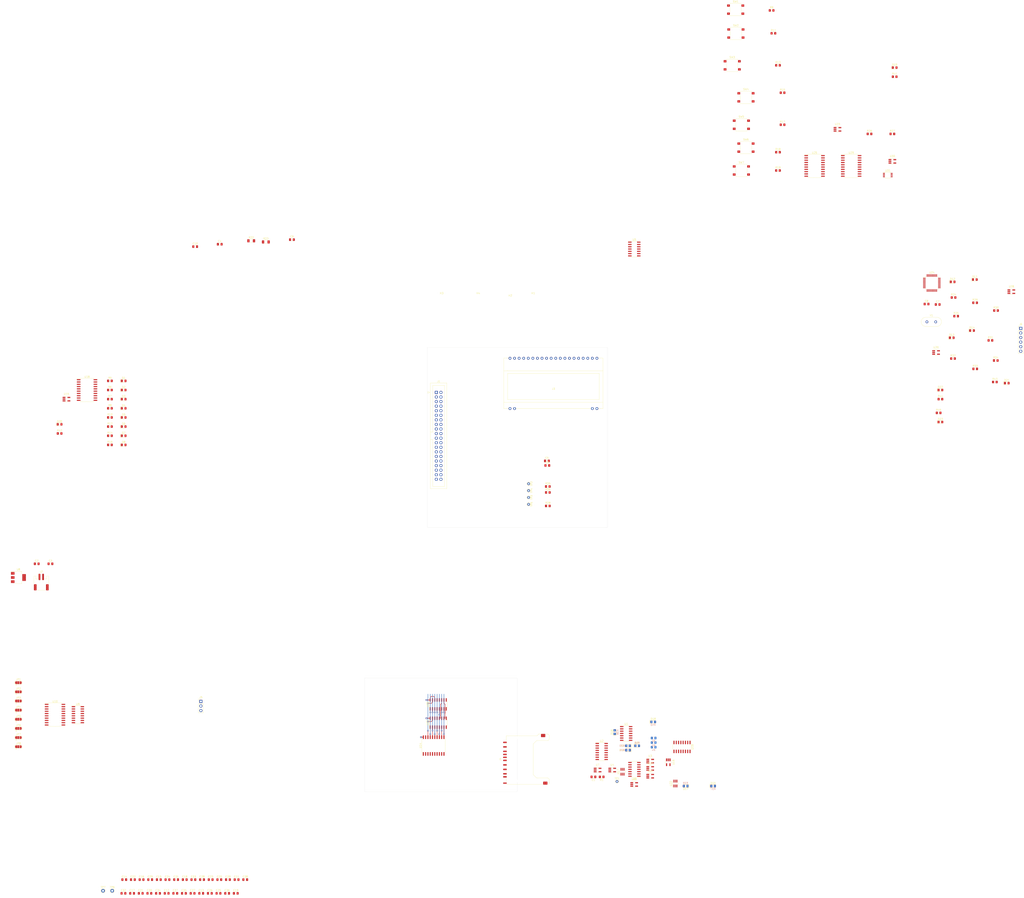
<source format=kicad_pcb>
(kicad_pcb (version 20171130) (host pcbnew 5.1.10-88a1d61d58~90~ubuntu20.04.1)
  (layers (0 F.Cu signal) (1 In1.Cu signal) (2 In2.Cu signal) (31 B.Cu signal) (34 B.Paste user) (35 F.Paste user) (36 B.SilkS user) (37 F.SilkS user) (38 B.Mask user) (39 F.Mask user) (44 Edge.Cuts user))
  (net 0 "")
  (net 1 GND)
  (net 2 "Net-(C1-Pad1)")
  (net 3 /V_IN)
  (net 4 VCC)
  (net 5 "Net-(C7-Pad1)")
  (net 6 "Net-(C8-Pad1)")
  (net 7 "Net-(C9-Pad1)")
  (net 8 "Net-(C10-Pad2)")
  (net 9 "Net-(C10-Pad1)")
  (net 10 "Net-(D1-Pad2)")
  (net 11 "Net-(D2-Pad2)")
  (net 12 "Net-(D3-Pad2)")
  (net 13 "Net-(D4-Pad2)")
  (net 14 "Net-(D5-Pad2)")
  (net 15 "Net-(D6-Pad2)")
  (net 16 "Net-(D7-Pad2)")
  (net 17 "Net-(D8-Pad2)")
  (net 18 /~SD_CS)
  (net 19 "Net-(D9-Pad1)")
  (net 20 "Net-(D11-Pad1)")
  (net 21 "Net-(D12-Pad1)")
  (net 22 "Net-(D13-Pad1)")
  (net 23 "Net-(D14-Pad1)")
  (net 24 "Net-(D17-Pad1)")
  (net 25 "Net-(D18-Pad1)")
  (net 26 "Net-(D19-Pad1)")
  (net 27 "Net-(D20-Pad1)")
  (net 28 /LCD_E)
  (net 29 "Net-(D21-Pad1)")
  (net 30 "Net-(D22-Pad2)")
  (net 31 "Net-(D22-Pad1)")
  (net 32 "Net-(D23-Pad2)")
  (net 33 "Net-(D23-Pad1)")
  (net 34 /SD_SPI_EN)
  (net 35 "Net-(D24-Pad1)")
  (net 36 /D6)
  (net 37 /D4)
  (net 38 /D2)
  (net 39 /D0)
  (net 40 /~MEM_OE)
  (net 41 /~RESET)
  (net 42 /A30)
  (net 43 /A22)
  (net 44 /A20)
  (net 45 /A18)
  (net 46 /A16)
  (net 47 /A14)
  (net 48 /A12)
  (net 49 /A10)
  (net 50 /A8)
  (net 51 /A6)
  (net 52 /A4)
  (net 53 /A2)
  (net 54 /A0)
  (net 55 /D7)
  (net 56 /D5)
  (net 57 /D3)
  (net 58 /D1)
  (net 59 /~MEM_WE)
  (net 60 /~WAIT)
  (net 61 /A31)
  (net 62 /A23)
  (net 63 /A21)
  (net 64 /A19)
  (net 65 /A17)
  (net 66 /A15)
  (net 67 /A13)
  (net 68 /A11)
  (net 69 /A9)
  (net 70 /A7)
  (net 71 /A5)
  (net 72 /A3)
  (net 73 /A1)
  (net 74 "Net-(J3-Pad20)")
  (net 75 "Net-(J3-Pad1)")
  (net 76 /SD_WP)
  (net 77 "Net-(J4-Pad8)")
  (net 78 /SD_MISO)
  (net 79 /SD_SCLK)
  (net 80 /SD_CD)
  (net 81 /SD_MOSI)
  (net 82 /SD_CS)
  (net 83 "Net-(J4-Pad9)")
  (net 84 /~SW_IRQ)
  (net 85 /~UART_IRQ)
  (net 86 "Net-(J6-Pad6)")
  (net 87 /FTDI_RX)
  (net 88 /FTDI_TX)
  (net 89 "Net-(J6-Pad3)")
  (net 90 "Net-(J6-Pad2)")
  (net 91 /B16)
  (net 92 /B17)
  (net 93 /B18)
  (net 94 /B19)
  (net 95 /B20)
  (net 96 /B21)
  (net 97 /B22)
  (net 98 /B23)
  (net 99 "Net-(R1-Pad1)")
  (net 100 /SD_STATUS_UNUSED5)
  (net 101 /SD_STATUS_UNUSED6)
  (net 102 /SD_STATUS_UNUSED7)
  (net 103 "Net-(R5-Pad1)")
  (net 104 "Net-(R6-Pad1)")
  (net 105 "Net-(R7-Pad1)")
  (net 106 "Net-(R8-Pad1)")
  (net 107 /SW0)
  (net 108 "Net-(R10-Pad1)")
  (net 109 /SW1)
  (net 110 "Net-(R12-Pad1)")
  (net 111 /SW2)
  (net 112 "Net-(R14-Pad1)")
  (net 113 /SW3)
  (net 114 "Net-(R16-Pad1)")
  (net 115 /SW4)
  (net 116 /SW5)
  (net 117 /SW6)
  (net 118 /~SD_DUMMY_READ)
  (net 119 "Net-(R24-Pad2)")
  (net 120 "Net-(R25-Pad2)")
  (net 121 /~SW_ANY)
  (net 122 /~SW_RESET)
  (net 123 /RX)
  (net 124 /TX)
  (net 125 /~SD_DATA_WE)
  (net 126 /~SD_STATUS_WE)
  (net 127 /~SD_DATA_OE)
  (net 128 /~SD_STATUS_OE)
  (net 129 /SWITCH_CP)
  (net 130 /LED_CP)
  (net 131 "Net-(SW1-Pad4)")
  (net 132 "Net-(SW1-Pad2)")
  (net 133 "Net-(SW2-Pad4)")
  (net 134 "Net-(SW2-Pad2)")
  (net 135 "Net-(SW3-Pad4)")
  (net 136 "Net-(SW3-Pad2)")
  (net 137 "Net-(SW4-Pad4)")
  (net 138 "Net-(SW4-Pad2)")
  (net 139 "Net-(SW5-Pad4)")
  (net 140 "Net-(SW5-Pad2)")
  (net 141 "Net-(SW6-Pad4)")
  (net 142 "Net-(SW6-Pad2)")
  (net 143 "Net-(SW7-Pad4)")
  (net 144 "Net-(SW7-Pad2)")
  (net 145 /SD_CLK_RAW)
  (net 146 /SD_DUMMY_READ)
  (net 147 /~SD_E)
  (net 148 /~SD_DATA_WE_IN)
  (net 149 "Net-(U2-Pad10)")
  (net 150 "Net-(U2-Pad9)")
  (net 151 "Net-(U2-Pad7)")
  (net 152 "Net-(U2-Pad6)")
  (net 153 /~SD_DATA_OE_IN)
  (net 154 /~SD_DATA_TRIG)
  (net 155 "Net-(U3-Pad2)")
  (net 156 "Net-(U4-Pad1)")
  (net 157 /~UART_E)
  (net 158 /~SWITCH_E)
  (net 159 /~LCD_E)
  (net 160 /~SD_SPI_EN)
  (net 161 /~SD_SCLK)
  (net 162 "Net-(U7-Pad1)")
  (net 163 /~LED_E)
  (net 164 "Net-(U9-Pad10)")
  (net 165 "Net-(U9-Pad9)")
  (net 166 "Net-(U9-Pad7)")
  (net 167 "Net-(U10-Pad19)")
  (net 168 "Net-(U13-Pad1)")
  (net 169 /SD_SPI_EN_D)
  (net 170 /RESET)
  (net 171 "Net-(U20-Pad1)")
  (net 172 "Net-(U22-Pad5)")
  (net 173 "Net-(U22-Pad3)")
  (net 174 /~SWITCH_OE)
  (net 175 "Net-(U23-Pad1)")
  (net 176 "Net-(U24-Pad48)")
  (net 177 "Net-(U24-Pad41)")
  (net 178 "Net-(U24-Pad40)")
  (net 179 "Net-(U24-Pad39)")
  (net 180 "Net-(U24-Pad38)")
  (net 181 "Net-(U24-Pad37)")
  (net 182 "Net-(U24-Pad36)")
  (net 183 "Net-(U24-Pad33)")
  (net 184 "Net-(U24-Pad32)")
  (net 185 "Net-(U24-Pad30)")
  (net 186 "Net-(U24-Pad29)")
  (net 187 "Net-(U24-Pad25)")
  (net 188 "Net-(U24-Pad23)")
  (net 189 "Net-(U24-Pad22)")
  (net 190 "Net-(U24-Pad21)")
  (net 191 "Net-(U24-Pad13)")
  (net 192 "Net-(U24-Pad12)")
  (net 193 "Net-(U24-Pad6)")
  (net 194 "Net-(U24-Pad1)")
  (net 195 "Net-(U27-Pad9)")
  (net 196 "Net-(U28-Pad1)")
  (net 197 /SW_ANY)
  (net 198 "Net-(U30-Pad1)")
  (net 199 "Net-(U31-Pad5)")
  (net 200 "Net-(D16-Pad2)")
  (net 201 "Net-(D10-Pad2)")
  (net 202 "Net-(U16-Pad1)")
  (net 203 "Net-(D15-Pad2)")
  (module Connector_PinHeader_2.54mm:PinHeader_1x06_P2.54mm_Vertical (layer F.Cu) (at 429.387 39.4335)
    (fp_text reference J6 (at 0 -2.33) (layer F.SilkS))
    (fp_text value FTDI)
    (pad 6 thru_hole oval (at 0 12.7) (size 1.7 1.7) (drill 1) (layers *.Cu *.Mask) (net 86 "Net-(J6-Pad6)"))
    (pad 5 thru_hole oval (at 0 10.16) (size 1.7 1.7) (drill 1) (layers *.Cu *.Mask) (net 87 /FTDI_RX))
    (pad 4 thru_hole oval (at 0 7.62) (size 1.7 1.7) (drill 1) (layers *.Cu *.Mask) (net 88 /FTDI_TX))
    (pad 3 thru_hole oval (at 0 5.08) (size 1.7 1.7) (drill 1) (layers *.Cu *.Mask) (net 89 "Net-(J6-Pad3)"))
    (pad 2 thru_hole oval (at 0 2.54) (size 1.7 1.7) (drill 1) (layers *.Cu *.Mask) (net 90 "Net-(J6-Pad2)"))
    (pad 1 thru_hole rect (at 0 0) (size 1.7 1.7) (drill 1) (layers *.Cu *.Mask) (net 1 GND))
  )
  (module Connector_PinHeader_2.54mm:PinHeader_1x03_P2.54mm_Vertical (layer F.Cu) (at -25.7175 246.634)
    (fp_text reference J5 (at 0 -2.33) (layer F.SilkS))
    (fp_text value Conn_01x03_Male)
    (pad 3 thru_hole oval (at 0 5.08) (size 1.7 1.7) (drill 1) (layers *.Cu *.Mask) (net 84 /~SW_IRQ))
    (pad 2 thru_hole oval (at 0 2.54) (size 1.7 1.7) (drill 1) (layers *.Cu *.Mask) (net 85 /~UART_IRQ))
    (pad 1 thru_hole rect (at 0 0) (size 1.7 1.7) (drill 1) (layers *.Cu *.Mask) (net 1 GND))
  )
  (module Crystal:Crystal_HC49-U_Vertical (layer F.Cu) (at 377.317 35.814)
    (fp_text reference Y1 (at 2.44 -3.525) (layer F.SilkS))
    (fp_text value 1.8432MHz)
    (pad 2 thru_hole circle (at 4.88 0) (size 1.5 1.5) (drill 0.8) (layers *.Cu *.Mask) (net 6 "Net-(C8-Pad1)"))
    (pad 1 thru_hole circle (at 0 0) (size 1.5 1.5) (drill 0.8) (layers *.Cu *.Mask) (net 5 "Net-(C7-Pad1)"))
  )
  (module Package_SO:TSSOP-8_3x3mm_P0.65mm (layer F.Cu) (at 355.6 -45.72)
    (fp_text reference U31 (at 0 -2.55) (layer F.SilkS))
    (fp_text value 74LVC2G74)
    (pad 8 smd rect (at 2.15 -0.975) (size 1.1 0.4) (layers F.Cu F.Paste F.Mask) (net 4 VCC))
    (pad 7 smd rect (at 2.15 -0.325) (size 1.1 0.4) (layers F.Cu F.Paste F.Mask) (net 4 VCC))
    (pad 6 smd rect (at 2.15 0.325) (size 1.1 0.4) (layers F.Cu F.Paste F.Mask) (net 122 /~SW_RESET))
    (pad 5 smd rect (at 2.15 0.975) (size 1.1 0.4) (layers F.Cu F.Paste F.Mask) (net 199 "Net-(U31-Pad5)"))
    (pad 4 smd rect (at -2.15 0.975) (size 1.1 0.4) (layers F.Cu F.Paste F.Mask) (net 1 GND))
    (pad 3 smd rect (at -2.15 0.325) (size 1.1 0.4) (layers F.Cu F.Paste F.Mask) (net 84 /~SW_IRQ))
    (pad 2 smd rect (at -2.15 -0.325) (size 1.1 0.4) (layers F.Cu F.Paste F.Mask) (net 4 VCC))
    (pad 1 smd rect (at -2.15 -0.975) (size 1.1 0.4) (layers F.Cu F.Paste F.Mask) (net 197 /SW_ANY))
  )
  (module Package_TO_SOT_SMD:SOT-23-5_HandSoldering (layer F.Cu) (at 358.14 -53.34)
    (fp_text reference U30 (at 0 -2.9) (layer F.SilkS))
    (fp_text value 74LVC1G04)
    (pad 5 smd rect (at 1.35 -0.95) (size 1.56 0.65) (layers F.Cu F.Paste F.Mask) (net 4 VCC))
    (pad 4 smd rect (at 1.35 0.95) (size 1.56 0.65) (layers F.Cu F.Paste F.Mask) (net 197 /SW_ANY))
    (pad 3 smd rect (at -1.35 0.95) (size 1.56 0.65) (layers F.Cu F.Paste F.Mask) (net 1 GND))
    (pad 2 smd rect (at -1.35 0) (size 1.56 0.65) (layers F.Cu F.Paste F.Mask) (net 121 /~SW_ANY))
    (pad 1 smd rect (at -1.35 -0.95) (size 1.56 0.65) (layers F.Cu F.Paste F.Mask) (net 198 "Net-(U30-Pad1)"))
  )
  (module Package_SO:SOIC-20W_7.5x12.8mm_P1.27mm (layer F.Cu) (at 335.28 -50.8)
    (fp_text reference U29 (at 0 -7.35) (layer F.SilkS))
    (fp_text value 74HC9115)
    (pad 20 smd roundrect (at 4.65 -5.715) (size 2.05 0.6) (layers F.Cu F.Paste F.Mask) (net 4 VCC))
    (pad 19 smd roundrect (at 4.65 -4.445) (size 2.05 0.6) (layers F.Cu F.Paste F.Mask) (net 121 /~SW_ANY))
    (pad 18 smd roundrect (at 4.65 -3.175) (size 2.05 0.6) (layers F.Cu F.Paste F.Mask) (net 121 /~SW_ANY))
    (pad 17 smd roundrect (at 4.65 -1.905) (size 2.05 0.6) (layers F.Cu F.Paste F.Mask) (net 121 /~SW_ANY))
    (pad 16 smd roundrect (at 4.65 -0.635) (size 2.05 0.6) (layers F.Cu F.Paste F.Mask) (net 121 /~SW_ANY))
    (pad 15 smd roundrect (at 4.65 0.635) (size 2.05 0.6) (layers F.Cu F.Paste F.Mask) (net 121 /~SW_ANY))
    (pad 14 smd roundrect (at 4.65 1.905) (size 2.05 0.6) (layers F.Cu F.Paste F.Mask) (net 121 /~SW_ANY))
    (pad 13 smd roundrect (at 4.65 3.175) (size 2.05 0.6) (layers F.Cu F.Paste F.Mask) (net 121 /~SW_ANY))
    (pad 12 smd roundrect (at 4.65 4.445) (size 2.05 0.6) (layers F.Cu F.Paste F.Mask) (net 122 /~SW_RESET))
    (pad 11 smd roundrect (at 4.65 5.715) (size 2.05 0.6) (layers F.Cu F.Paste F.Mask) (net 122 /~SW_RESET))
    (pad 10 smd roundrect (at -4.65 5.715) (size 2.05 0.6) (layers F.Cu F.Paste F.Mask) (net 1 GND))
    (pad 9 smd roundrect (at -4.65 4.445) (size 2.05 0.6) (layers F.Cu F.Paste F.Mask) (net 174 /~SWITCH_OE))
    (pad 8 smd roundrect (at -4.65 3.175) (size 2.05 0.6) (layers F.Cu F.Paste F.Mask) (net 41 /~RESET))
    (pad 7 smd roundrect (at -4.65 1.905) (size 2.05 0.6) (layers F.Cu F.Paste F.Mask) (net 117 /SW6))
    (pad 6 smd roundrect (at -4.65 0.635) (size 2.05 0.6) (layers F.Cu F.Paste F.Mask) (net 116 /SW5))
    (pad 5 smd roundrect (at -4.65 -0.635) (size 2.05 0.6) (layers F.Cu F.Paste F.Mask) (net 115 /SW4))
    (pad 4 smd roundrect (at -4.65 -1.905) (size 2.05 0.6) (layers F.Cu F.Paste F.Mask) (net 113 /SW3))
    (pad 3 smd roundrect (at -4.65 -3.175) (size 2.05 0.6) (layers F.Cu F.Paste F.Mask) (net 111 /SW2))
    (pad 2 smd roundrect (at -4.65 -4.445) (size 2.05 0.6) (layers F.Cu F.Paste F.Mask) (net 109 /SW1))
    (pad 1 smd roundrect (at -4.65 -5.715) (size 2.05 0.6) (layers F.Cu F.Paste F.Mask) (net 107 /SW0))
  )
  (module Package_TO_SOT_SMD:SOT-23-5_HandSoldering (layer F.Cu) (at 424.18 19.05)
    (fp_text reference U28 (at 0 -2.9) (layer F.SilkS))
    (fp_text value 74LVC1G04)
    (pad 5 smd rect (at 1.35 -0.95) (size 1.56 0.65) (layers F.Cu F.Paste F.Mask) (net 4 VCC))
    (pad 4 smd rect (at 1.35 0.95) (size 1.56 0.65) (layers F.Cu F.Paste F.Mask) (net 85 /~UART_IRQ))
    (pad 3 smd rect (at -1.35 0.95) (size 1.56 0.65) (layers F.Cu F.Paste F.Mask) (net 1 GND))
    (pad 2 smd rect (at -1.35 0) (size 1.56 0.65) (layers F.Cu F.Paste F.Mask) (net 185 "Net-(U24-Pad30)"))
    (pad 1 smd rect (at -1.35 -0.95) (size 1.56 0.65) (layers F.Cu F.Paste F.Mask) (net 196 "Net-(U28-Pad1)"))
  )
  (module Package_SO:SOIC-16_3.9x9.9mm_P1.27mm (layer F.Cu) (at 106.045 258.445 90)
    (fp_text reference U27 (at 0 -5.9 90) (layer F.SilkS))
    (fp_text value 74HC595)
    (pad 16 smd roundrect (at 2.475 -4.445 90) (size 1.95 0.6) (layers F.Cu F.Paste F.Mask) (net 4 VCC))
    (pad 15 smd roundrect (at 2.475 -3.175 90) (size 1.95 0.6) (layers F.Cu F.Paste F.Mask) (net 39 /D0))
    (pad 14 smd roundrect (at 2.475 -1.905 90) (size 1.95 0.6) (layers F.Cu F.Paste F.Mask) (net 78 /SD_MISO))
    (pad 13 smd roundrect (at 2.475 -0.635 90) (size 1.95 0.6) (layers F.Cu F.Paste F.Mask) (net 127 /~SD_DATA_OE))
    (pad 12 smd roundrect (at 2.475 0.635 90) (size 1.95 0.6) (layers F.Cu F.Paste F.Mask) (net 161 /~SD_SCLK))
    (pad 11 smd roundrect (at 2.475 1.905 90) (size 1.95 0.6) (layers F.Cu F.Paste F.Mask) (net 79 /SD_SCLK))
    (pad 10 smd roundrect (at 2.475 3.175 90) (size 1.95 0.6) (layers F.Cu F.Paste F.Mask) (net 41 /~RESET))
    (pad 9 smd roundrect (at 2.475 4.445 90) (size 1.95 0.6) (layers F.Cu F.Paste F.Mask) (net 195 "Net-(U27-Pad9)"))
    (pad 8 smd roundrect (at -2.475 4.445 90) (size 1.95 0.6) (layers F.Cu F.Paste F.Mask) (net 1 GND))
    (pad 7 smd roundrect (at -2.475 3.175 90) (size 1.95 0.6) (layers F.Cu F.Paste F.Mask) (net 55 /D7))
    (pad 6 smd roundrect (at -2.475 1.905 90) (size 1.95 0.6) (layers F.Cu F.Paste F.Mask) (net 36 /D6))
    (pad 5 smd roundrect (at -2.475 0.635 90) (size 1.95 0.6) (layers F.Cu F.Paste F.Mask) (net 56 /D5))
    (pad 4 smd roundrect (at -2.475 -0.635 90) (size 1.95 0.6) (layers F.Cu F.Paste F.Mask) (net 37 /D4))
    (pad 3 smd roundrect (at -2.475 -1.905 90) (size 1.95 0.6) (layers F.Cu F.Paste F.Mask) (net 57 /D3))
    (pad 2 smd roundrect (at -2.475 -3.175 90) (size 1.95 0.6) (layers F.Cu F.Paste F.Mask) (net 38 /D2))
    (pad 1 smd roundrect (at -2.475 -4.445 90) (size 1.95 0.6) (layers F.Cu F.Paste F.Mask) (net 58 /D1))
  )
  (module Package_SO:SOIC-16_3.9x9.9mm_P1.27mm (layer F.Cu) (at 106.045 248.285 90)
    (fp_text reference U26 (at 0 -5.9 90) (layer F.SilkS))
    (fp_text value 74HC597)
    (pad 16 smd roundrect (at 2.475 -4.445 90) (size 1.95 0.6) (layers F.Cu F.Paste F.Mask) (net 4 VCC))
    (pad 15 smd roundrect (at 2.475 -3.175 90) (size 1.95 0.6) (layers F.Cu F.Paste F.Mask) (net 39 /D0))
    (pad 14 smd roundrect (at 2.475 -1.905 90) (size 1.95 0.6) (layers F.Cu F.Paste F.Mask) (net 4 VCC))
    (pad 13 smd roundrect (at 2.475 -0.635 90) (size 1.95 0.6) (layers F.Cu F.Paste F.Mask) (net 172 "Net-(U22-Pad5)"))
    (pad 12 smd roundrect (at 2.475 0.635 90) (size 1.95 0.6) (layers F.Cu F.Paste F.Mask) (net 125 /~SD_DATA_WE))
    (pad 11 smd roundrect (at 2.475 1.905 90) (size 1.95 0.6) (layers F.Cu F.Paste F.Mask) (net 161 /~SD_SCLK))
    (pad 10 smd roundrect (at 2.475 3.175 90) (size 1.95 0.6) (layers F.Cu F.Paste F.Mask) (net 41 /~RESET))
    (pad 9 smd roundrect (at 2.475 4.445 90) (size 1.95 0.6) (layers F.Cu F.Paste F.Mask) (net 81 /SD_MOSI))
    (pad 8 smd roundrect (at -2.475 4.445 90) (size 1.95 0.6) (layers F.Cu F.Paste F.Mask) (net 1 GND))
    (pad 7 smd roundrect (at -2.475 3.175 90) (size 1.95 0.6) (layers F.Cu F.Paste F.Mask) (net 55 /D7))
    (pad 6 smd roundrect (at -2.475 1.905 90) (size 1.95 0.6) (layers F.Cu F.Paste F.Mask) (net 36 /D6))
    (pad 5 smd roundrect (at -2.475 0.635 90) (size 1.95 0.6) (layers F.Cu F.Paste F.Mask) (net 56 /D5))
    (pad 4 smd roundrect (at -2.475 -0.635 90) (size 1.95 0.6) (layers F.Cu F.Paste F.Mask) (net 37 /D4))
    (pad 3 smd roundrect (at -2.475 -1.905 90) (size 1.95 0.6) (layers F.Cu F.Paste F.Mask) (net 57 /D3))
    (pad 2 smd roundrect (at -2.475 -3.175 90) (size 1.95 0.6) (layers F.Cu F.Paste F.Mask) (net 38 /D2))
    (pad 1 smd roundrect (at -2.475 -4.445 90) (size 1.95 0.6) (layers F.Cu F.Paste F.Mask) (net 58 /D1))
  )
  (module Package_SO:SOIC-20W_7.5x12.8mm_P1.27mm (layer F.Cu) (at 314.96 -50.8)
    (fp_text reference U25 (at 0 -7.35) (layer F.SilkS))
    (fp_text value 74HC574)
    (pad 20 smd roundrect (at 4.65 -5.715) (size 2.05 0.6) (layers F.Cu F.Paste F.Mask) (net 4 VCC))
    (pad 19 smd roundrect (at 4.65 -4.445) (size 2.05 0.6) (layers F.Cu F.Paste F.Mask) (net 39 /D0))
    (pad 18 smd roundrect (at 4.65 -3.175) (size 2.05 0.6) (layers F.Cu F.Paste F.Mask) (net 58 /D1))
    (pad 17 smd roundrect (at 4.65 -1.905) (size 2.05 0.6) (layers F.Cu F.Paste F.Mask) (net 38 /D2))
    (pad 16 smd roundrect (at 4.65 -0.635) (size 2.05 0.6) (layers F.Cu F.Paste F.Mask) (net 57 /D3))
    (pad 15 smd roundrect (at 4.65 0.635) (size 2.05 0.6) (layers F.Cu F.Paste F.Mask) (net 37 /D4))
    (pad 14 smd roundrect (at 4.65 1.905) (size 2.05 0.6) (layers F.Cu F.Paste F.Mask) (net 56 /D5))
    (pad 13 smd roundrect (at 4.65 3.175) (size 2.05 0.6) (layers F.Cu F.Paste F.Mask) (net 36 /D6))
    (pad 12 smd roundrect (at 4.65 4.445) (size 2.05 0.6) (layers F.Cu F.Paste F.Mask) (net 55 /D7))
    (pad 11 smd roundrect (at 4.65 5.715) (size 2.05 0.6) (layers F.Cu F.Paste F.Mask) (net 129 /SWITCH_CP))
    (pad 10 smd roundrect (at -4.65 5.715) (size 2.05 0.6) (layers F.Cu F.Paste F.Mask) (net 1 GND))
    (pad 9 smd roundrect (at -4.65 4.445) (size 2.05 0.6) (layers F.Cu F.Paste F.Mask) (net 4 VCC))
    (pad 8 smd roundrect (at -4.65 3.175) (size 2.05 0.6) (layers F.Cu F.Paste F.Mask) (net 117 /SW6))
    (pad 7 smd roundrect (at -4.65 1.905) (size 2.05 0.6) (layers F.Cu F.Paste F.Mask) (net 116 /SW5))
    (pad 6 smd roundrect (at -4.65 0.635) (size 2.05 0.6) (layers F.Cu F.Paste F.Mask) (net 115 /SW4))
    (pad 5 smd roundrect (at -4.65 -0.635) (size 2.05 0.6) (layers F.Cu F.Paste F.Mask) (net 113 /SW3))
    (pad 4 smd roundrect (at -4.65 -1.905) (size 2.05 0.6) (layers F.Cu F.Paste F.Mask) (net 111 /SW2))
    (pad 3 smd roundrect (at -4.65 -3.175) (size 2.05 0.6) (layers F.Cu F.Paste F.Mask) (net 109 /SW1))
    (pad 2 smd roundrect (at -4.65 -4.445) (size 2.05 0.6) (layers F.Cu F.Paste F.Mask) (net 107 /SW0))
    (pad 1 smd roundrect (at -4.65 -5.715) (size 2.05 0.6) (layers F.Cu F.Paste F.Mask) (net 174 /~SWITCH_OE))
  )
  (module Package_QFP:LQFP-48_7x7mm_P0.5mm (layer F.Cu) (at 380.0475 14.224)
    (fp_text reference U24 (at 0 -5.85) (layer F.SilkS))
    (fp_text value SC16C550B)
    (pad 48 smd roundrect (at -2.75 -4.1625) (size 0.3 1.475) (layers F.Cu F.Paste F.Mask) (net 176 "Net-(U24-Pad48)"))
    (pad 47 smd roundrect (at -2.25 -4.1625) (size 0.3 1.475) (layers F.Cu F.Paste F.Mask) (net 37 /D4))
    (pad 46 smd roundrect (at -1.75 -4.1625) (size 0.3 1.475) (layers F.Cu F.Paste F.Mask) (net 57 /D3))
    (pad 45 smd roundrect (at -1.25 -4.1625) (size 0.3 1.475) (layers F.Cu F.Paste F.Mask) (net 38 /D2))
    (pad 44 smd roundrect (at -0.75 -4.1625) (size 0.3 1.475) (layers F.Cu F.Paste F.Mask) (net 58 /D1))
    (pad 43 smd roundrect (at -0.25 -4.1625) (size 0.3 1.475) (layers F.Cu F.Paste F.Mask) (net 39 /D0))
    (pad 42 smd roundrect (at 0.25 -4.1625) (size 0.3 1.475) (layers F.Cu F.Paste F.Mask) (net 4 VCC))
    (pad 41 smd roundrect (at 0.75 -4.1625) (size 0.3 1.475) (layers F.Cu F.Paste F.Mask) (net 177 "Net-(U24-Pad41)"))
    (pad 40 smd roundrect (at 1.25 -4.1625) (size 0.3 1.475) (layers F.Cu F.Paste F.Mask) (net 178 "Net-(U24-Pad40)"))
    (pad 39 smd roundrect (at 1.75 -4.1625) (size 0.3 1.475) (layers F.Cu F.Paste F.Mask) (net 179 "Net-(U24-Pad39)"))
    (pad 38 smd roundrect (at 2.25 -4.1625) (size 0.3 1.475) (layers F.Cu F.Paste F.Mask) (net 180 "Net-(U24-Pad38)"))
    (pad 37 smd roundrect (at 2.75 -4.1625) (size 0.3 1.475) (layers F.Cu F.Paste F.Mask) (net 181 "Net-(U24-Pad37)"))
    (pad 36 smd roundrect (at 4.1625 -2.75) (size 1.475 0.3) (layers F.Cu F.Paste F.Mask) (net 182 "Net-(U24-Pad36)"))
    (pad 35 smd roundrect (at 4.1625 -2.25) (size 1.475 0.3) (layers F.Cu F.Paste F.Mask) (net 170 /RESET))
    (pad 34 smd roundrect (at 4.1625 -1.75) (size 1.475 0.3) (layers F.Cu F.Paste F.Mask) (net 119 "Net-(R24-Pad2)"))
    (pad 33 smd roundrect (at 4.1625 -1.25) (size 1.475 0.3) (layers F.Cu F.Paste F.Mask) (net 183 "Net-(U24-Pad33)"))
    (pad 32 smd roundrect (at 4.1625 -0.75) (size 1.475 0.3) (layers F.Cu F.Paste F.Mask) (net 184 "Net-(U24-Pad32)"))
    (pad 31 smd roundrect (at 4.1625 -0.25) (size 1.475 0.3) (layers F.Cu F.Paste F.Mask) (net 120 "Net-(R25-Pad2)"))
    (pad 30 smd roundrect (at 4.1625 0.25) (size 1.475 0.3) (layers F.Cu F.Paste F.Mask) (net 185 "Net-(U24-Pad30)"))
    (pad 29 smd roundrect (at 4.1625 0.75) (size 1.475 0.3) (layers F.Cu F.Paste F.Mask) (net 186 "Net-(U24-Pad29)"))
    (pad 28 smd roundrect (at 4.1625 1.25) (size 1.475 0.3) (layers F.Cu F.Paste F.Mask) (net 54 /A0))
    (pad 27 smd roundrect (at 4.1625 1.75) (size 1.475 0.3) (layers F.Cu F.Paste F.Mask) (net 73 /A1))
    (pad 26 smd roundrect (at 4.1625 2.25) (size 1.475 0.3) (layers F.Cu F.Paste F.Mask) (net 53 /A2))
    (pad 25 smd roundrect (at 4.1625 2.75) (size 1.475 0.3) (layers F.Cu F.Paste F.Mask) (net 187 "Net-(U24-Pad25)"))
    (pad 24 smd roundrect (at 2.75 4.1625) (size 0.3 1.475) (layers F.Cu F.Paste F.Mask) (net 1 GND))
    (pad 23 smd roundrect (at 2.25 4.1625) (size 0.3 1.475) (layers F.Cu F.Paste F.Mask) (net 188 "Net-(U24-Pad23)"))
    (pad 22 smd roundrect (at 1.75 4.1625) (size 0.3 1.475) (layers F.Cu F.Paste F.Mask) (net 189 "Net-(U24-Pad22)"))
    (pad 21 smd roundrect (at 1.25 4.1625) (size 0.3 1.475) (layers F.Cu F.Paste F.Mask) (net 190 "Net-(U24-Pad21)"))
    (pad 20 smd roundrect (at 0.75 4.1625) (size 0.3 1.475) (layers F.Cu F.Paste F.Mask) (net 1 GND))
    (pad 19 smd roundrect (at 0.25 4.1625) (size 0.3 1.475) (layers F.Cu F.Paste F.Mask) (net 40 /~MEM_OE))
    (pad 18 smd roundrect (at -0.25 4.1625) (size 0.3 1.475) (layers F.Cu F.Paste F.Mask) (net 1 GND))
    (pad 17 smd roundrect (at -0.75 4.1625) (size 0.3 1.475) (layers F.Cu F.Paste F.Mask) (net 1 GND))
    (pad 16 smd roundrect (at -1.25 4.1625) (size 0.3 1.475) (layers F.Cu F.Paste F.Mask) (net 59 /~MEM_WE))
    (pad 15 smd roundrect (at -1.75 4.1625) (size 0.3 1.475) (layers F.Cu F.Paste F.Mask) (net 6 "Net-(C8-Pad1)"))
    (pad 14 smd roundrect (at -2.25 4.1625) (size 0.3 1.475) (layers F.Cu F.Paste F.Mask) (net 5 "Net-(C7-Pad1)"))
    (pad 13 smd roundrect (at -2.75 4.1625) (size 0.3 1.475) (layers F.Cu F.Paste F.Mask) (net 191 "Net-(U24-Pad13)"))
    (pad 12 smd roundrect (at -4.1625 2.75) (size 1.475 0.3) (layers F.Cu F.Paste F.Mask) (net 192 "Net-(U24-Pad12)"))
    (pad 11 smd roundrect (at -4.1625 2.25) (size 1.475 0.3) (layers F.Cu F.Paste F.Mask) (net 157 /~UART_E))
    (pad 10 smd roundrect (at -4.1625 1.75) (size 1.475 0.3) (layers F.Cu F.Paste F.Mask) (net 4 VCC))
    (pad 9 smd roundrect (at -4.1625 1.25) (size 1.475 0.3) (layers F.Cu F.Paste F.Mask) (net 4 VCC))
    (pad 8 smd roundrect (at -4.1625 0.75) (size 1.475 0.3) (layers F.Cu F.Paste F.Mask) (net 124 /TX))
    (pad 7 smd roundrect (at -4.1625 0.25) (size 1.475 0.3) (layers F.Cu F.Paste F.Mask) (net 123 /RX))
    (pad 6 smd roundrect (at -4.1625 -0.25) (size 1.475 0.3) (layers F.Cu F.Paste F.Mask) (net 193 "Net-(U24-Pad6)"))
    (pad 5 smd roundrect (at -4.1625 -0.75) (size 1.475 0.3) (layers F.Cu F.Paste F.Mask) (net 192 "Net-(U24-Pad12)"))
    (pad 4 smd roundrect (at -4.1625 -1.25) (size 1.475 0.3) (layers F.Cu F.Paste F.Mask) (net 55 /D7))
    (pad 3 smd roundrect (at -4.1625 -1.75) (size 1.475 0.3) (layers F.Cu F.Paste F.Mask) (net 36 /D6))
    (pad 2 smd roundrect (at -4.1625 -2.25) (size 1.475 0.3) (layers F.Cu F.Paste F.Mask) (net 56 /D5))
    (pad 1 smd roundrect (at -4.1625 -2.75) (size 1.475 0.3) (layers F.Cu F.Paste F.Mask) (net 194 "Net-(U24-Pad1)"))
  )
  (module Package_TO_SOT_SMD:SOT-23-5_HandSoldering (layer F.Cu) (at 327.66 -71.12)
    (fp_text reference U23 (at 0 -2.9) (layer F.SilkS))
    (fp_text value 74LVC1G04)
    (pad 5 smd rect (at 1.35 -0.95) (size 1.56 0.65) (layers F.Cu F.Paste F.Mask) (net 4 VCC))
    (pad 4 smd rect (at 1.35 0.95) (size 1.56 0.65) (layers F.Cu F.Paste F.Mask) (net 174 /~SWITCH_OE))
    (pad 3 smd rect (at -1.35 0.95) (size 1.56 0.65) (layers F.Cu F.Paste F.Mask) (net 1 GND))
    (pad 2 smd rect (at -1.35 0) (size 1.56 0.65) (layers F.Cu F.Paste F.Mask) (net 129 /SWITCH_CP))
    (pad 1 smd rect (at -1.35 -0.95) (size 1.56 0.65) (layers F.Cu F.Paste F.Mask) (net 175 "Net-(U23-Pad1)"))
  )
  (module Package_TO_SOT_SMD:SOT-23-8_Handsoldering (layer F.Cu) (at 237.6805 292.227 90)
    (fp_text reference U22 (at 0 -2.5 90) (layer F.SilkS))
    (fp_text value 74LVC2G74)
    (pad 8 smd rect (at 1.35 -0.98 90) (size 1.56 0.4) (layers F.Cu F.Paste F.Mask) (net 4 VCC))
    (pad 7 smd rect (at 1.35 -0.33 90) (size 1.56 0.4) (layers F.Cu F.Paste F.Mask) (net 41 /~RESET))
    (pad 6 smd rect (at 1.35 0.33 90) (size 1.56 0.4) (layers F.Cu F.Paste F.Mask) (net 125 /~SD_DATA_WE))
    (pad 5 smd rect (at 1.35 0.98 90) (size 1.56 0.4) (layers F.Cu F.Paste F.Mask) (net 172 "Net-(U22-Pad5)"))
    (pad 4 smd rect (at -1.35 0.98 90) (size 1.56 0.4) (layers F.Cu F.Paste F.Mask) (net 1 GND))
    (pad 3 smd rect (at -1.35 0.33 90) (size 1.56 0.4) (layers F.Cu F.Paste F.Mask) (net 173 "Net-(U22-Pad3)"))
    (pad 2 smd rect (at -1.35 -0.33 90) (size 1.56 0.4) (layers F.Cu F.Paste F.Mask) (net 4 VCC))
    (pad 1 smd rect (at -1.35 -0.98 90) (size 1.56 0.4) (layers F.Cu F.Paste F.Mask) (net 34 /SD_SPI_EN))
  )
  (module Package_TO_SOT_SMD:SOT-23-5_HandSoldering (layer F.Cu) (at 382.397 52.832)
    (fp_text reference U20 (at 0 -2.9) (layer F.SilkS))
    (fp_text value 74LVC1G04)
    (pad 5 smd rect (at 1.35 -0.95) (size 1.56 0.65) (layers F.Cu F.Paste F.Mask) (net 4 VCC))
    (pad 4 smd rect (at 1.35 0.95) (size 1.56 0.65) (layers F.Cu F.Paste F.Mask) (net 170 /RESET))
    (pad 3 smd rect (at -1.35 0.95) (size 1.56 0.65) (layers F.Cu F.Paste F.Mask) (net 1 GND))
    (pad 2 smd rect (at -1.35 0) (size 1.56 0.65) (layers F.Cu F.Paste F.Mask) (net 41 /~RESET))
    (pad 1 smd rect (at -1.35 -0.95) (size 1.56 0.65) (layers F.Cu F.Paste F.Mask) (net 171 "Net-(U20-Pad1)"))
  )
  (module Package_SO:SOIC-16_3.9x9.9mm_P1.27mm (layer F.Cu) (at 241.3635 271.907 270)
    (fp_text reference U19 (at 0 -5.9 90) (layer F.SilkS))
    (fp_text value 74HC597)
    (pad 16 smd roundrect (at 2.475 -4.445 270) (size 1.95 0.6) (layers F.Cu F.Paste F.Mask) (net 4 VCC))
    (pad 15 smd roundrect (at 2.475 -3.175 270) (size 1.95 0.6) (layers F.Cu F.Paste F.Mask) (net 4 VCC))
    (pad 14 smd roundrect (at 2.475 -1.905 270) (size 1.95 0.6) (layers F.Cu F.Paste F.Mask) (net 1 GND))
    (pad 13 smd roundrect (at 2.475 -0.635 270) (size 1.95 0.6) (layers F.Cu F.Paste F.Mask) (net 154 /~SD_DATA_TRIG))
    (pad 12 smd roundrect (at 2.475 0.635 270) (size 1.95 0.6) (layers F.Cu F.Paste F.Mask) (net 41 /~RESET))
    (pad 11 smd roundrect (at 2.475 1.905 270) (size 1.95 0.6) (layers F.Cu F.Paste F.Mask) (net 79 /SD_SCLK))
    (pad 10 smd roundrect (at 2.475 3.175 270) (size 1.95 0.6) (layers F.Cu F.Paste F.Mask) (net 41 /~RESET))
    (pad 9 smd roundrect (at 2.475 4.445 270) (size 1.95 0.6) (layers F.Cu F.Paste F.Mask) (net 202 "Net-(U16-Pad1)"))
    (pad 8 smd roundrect (at -2.475 4.445 270) (size 1.95 0.6) (layers F.Cu F.Paste F.Mask) (net 1 GND))
    (pad 7 smd roundrect (at -2.475 3.175 270) (size 1.95 0.6) (layers F.Cu F.Paste F.Mask) (net 4 VCC))
    (pad 6 smd roundrect (at -2.475 1.905 270) (size 1.95 0.6) (layers F.Cu F.Paste F.Mask) (net 4 VCC))
    (pad 5 smd roundrect (at -2.475 0.635 270) (size 1.95 0.6) (layers F.Cu F.Paste F.Mask) (net 4 VCC))
    (pad 4 smd roundrect (at -2.475 -0.635 270) (size 1.95 0.6) (layers F.Cu F.Paste F.Mask) (net 4 VCC))
    (pad 3 smd roundrect (at -2.475 -1.905 270) (size 1.95 0.6) (layers F.Cu F.Paste F.Mask) (net 4 VCC))
    (pad 2 smd roundrect (at -2.475 -3.175 270) (size 1.95 0.6) (layers F.Cu F.Paste F.Mask) (net 4 VCC))
    (pad 1 smd roundrect (at -2.475 -4.445 270) (size 1.95 0.6) (layers F.Cu F.Paste F.Mask) (net 4 VCC))
  )
  (module Package_SO:SOIC-20W_7.5x12.8mm_P1.27mm (layer F.Cu) (at -88.9 73.66)
    (fp_text reference U18 (at 0 -7.35) (layer F.SilkS))
    (fp_text value 74HC273)
    (pad 20 smd roundrect (at 4.65 -5.715) (size 2.05 0.6) (layers F.Cu F.Paste F.Mask) (net 4 VCC))
    (pad 19 smd roundrect (at 4.65 -4.445) (size 2.05 0.6) (layers F.Cu F.Paste F.Mask) (net 114 "Net-(R16-Pad1)"))
    (pad 18 smd roundrect (at 4.65 -3.175) (size 2.05 0.6) (layers F.Cu F.Paste F.Mask) (net 55 /D7))
    (pad 17 smd roundrect (at 4.65 -1.905) (size 2.05 0.6) (layers F.Cu F.Paste F.Mask) (net 36 /D6))
    (pad 16 smd roundrect (at 4.65 -0.635) (size 2.05 0.6) (layers F.Cu F.Paste F.Mask) (net 112 "Net-(R14-Pad1)"))
    (pad 15 smd roundrect (at 4.65 0.635) (size 2.05 0.6) (layers F.Cu F.Paste F.Mask) (net 110 "Net-(R12-Pad1)"))
    (pad 14 smd roundrect (at 4.65 1.905) (size 2.05 0.6) (layers F.Cu F.Paste F.Mask) (net 56 /D5))
    (pad 13 smd roundrect (at 4.65 3.175) (size 2.05 0.6) (layers F.Cu F.Paste F.Mask) (net 37 /D4))
    (pad 12 smd roundrect (at 4.65 4.445) (size 2.05 0.6) (layers F.Cu F.Paste F.Mask) (net 108 "Net-(R10-Pad1)"))
    (pad 11 smd roundrect (at 4.65 5.715) (size 2.05 0.6) (layers F.Cu F.Paste F.Mask) (net 130 /LED_CP))
    (pad 10 smd roundrect (at -4.65 5.715) (size 2.05 0.6) (layers F.Cu F.Paste F.Mask) (net 1 GND))
    (pad 9 smd roundrect (at -4.65 4.445) (size 2.05 0.6) (layers F.Cu F.Paste F.Mask) (net 106 "Net-(R8-Pad1)"))
    (pad 8 smd roundrect (at -4.65 3.175) (size 2.05 0.6) (layers F.Cu F.Paste F.Mask) (net 57 /D3))
    (pad 7 smd roundrect (at -4.65 1.905) (size 2.05 0.6) (layers F.Cu F.Paste F.Mask) (net 38 /D2))
    (pad 6 smd roundrect (at -4.65 0.635) (size 2.05 0.6) (layers F.Cu F.Paste F.Mask) (net 105 "Net-(R7-Pad1)"))
    (pad 5 smd roundrect (at -4.65 -0.635) (size 2.05 0.6) (layers F.Cu F.Paste F.Mask) (net 104 "Net-(R6-Pad1)"))
    (pad 4 smd roundrect (at -4.65 -1.905) (size 2.05 0.6) (layers F.Cu F.Paste F.Mask) (net 58 /D1))
    (pad 3 smd roundrect (at -4.65 -3.175) (size 2.05 0.6) (layers F.Cu F.Paste F.Mask) (net 39 /D0))
    (pad 2 smd roundrect (at -4.65 -4.445) (size 2.05 0.6) (layers F.Cu F.Paste F.Mask) (net 103 "Net-(R5-Pad1)"))
    (pad 1 smd roundrect (at -4.65 -5.715) (size 2.05 0.6) (layers F.Cu F.Paste F.Mask) (net 41 /~RESET))
  )
  (module Package_TO_SOT_SMD:SOT-23-8_Handsoldering (layer F.Cu) (at 208.3435 285.6865 90)
    (fp_text reference U17 (at 0 -2.5 90) (layer F.SilkS))
    (fp_text value 74LVC2G74)
    (pad 8 smd rect (at 1.35 -0.98 90) (size 1.56 0.4) (layers F.Cu F.Paste F.Mask) (net 4 VCC))
    (pad 7 smd rect (at 1.35 -0.33 90) (size 1.56 0.4) (layers F.Cu F.Paste F.Mask) (net 4 VCC))
    (pad 6 smd rect (at 1.35 0.33 90) (size 1.56 0.4) (layers F.Cu F.Paste F.Mask) (net 41 /~RESET))
    (pad 5 smd rect (at 1.35 0.98 90) (size 1.56 0.4) (layers F.Cu F.Paste F.Mask) (net 34 /SD_SPI_EN))
    (pad 4 smd rect (at -1.35 0.98 90) (size 1.56 0.4) (layers F.Cu F.Paste F.Mask) (net 1 GND))
    (pad 3 smd rect (at -1.35 0.33 90) (size 1.56 0.4) (layers F.Cu F.Paste F.Mask) (net 160 /~SD_SPI_EN))
    (pad 2 smd rect (at -1.35 -0.33 90) (size 1.56 0.4) (layers F.Cu F.Paste F.Mask) (net 169 /SD_SPI_EN_D))
    (pad 1 smd rect (at -1.35 -0.98 90) (size 1.56 0.4) (layers F.Cu F.Paste F.Mask) (net 145 /SD_CLK_RAW))
  )
  (module Package_TO_SOT_SMD:SOT-23-5_HandSoldering (layer F.Cu) (at 233.7435 280.416 270)
    (fp_text reference U16 (at 0 -2.9 90) (layer F.SilkS))
    (fp_text value 74LVC1G08)
    (pad 5 smd rect (at 1.35 -0.95 270) (size 1.56 0.65) (layers F.Cu F.Paste F.Mask) (net 4 VCC))
    (pad 4 smd rect (at 1.35 0.95 270) (size 1.56 0.65) (layers F.Cu F.Paste F.Mask) (net 169 /SD_SPI_EN_D))
    (pad 3 smd rect (at -1.35 0.95 270) (size 1.56 0.65) (layers F.Cu F.Paste F.Mask) (net 1 GND))
    (pad 2 smd rect (at -1.35 0 270) (size 1.56 0.65) (layers F.Cu F.Paste F.Mask) (net 154 /~SD_DATA_TRIG))
    (pad 1 smd rect (at -1.35 -0.95 270) (size 1.56 0.65) (layers F.Cu F.Paste F.Mask) (net 202 "Net-(U16-Pad1)"))
  )
  (module Package_TO_SOT_SMD:SOT-23-5_HandSoldering (layer F.Cu) (at -100.33 78.74)
    (fp_text reference U15 (at 0 -2.9) (layer F.SilkS))
    (fp_text value 74LVC1G32)
    (pad 5 smd rect (at 1.35 -0.95) (size 1.56 0.65) (layers F.Cu F.Paste F.Mask) (net 4 VCC))
    (pad 4 smd rect (at 1.35 0.95) (size 1.56 0.65) (layers F.Cu F.Paste F.Mask) (net 130 /LED_CP))
    (pad 3 smd rect (at -1.35 0.95) (size 1.56 0.65) (layers F.Cu F.Paste F.Mask) (net 1 GND))
    (pad 2 smd rect (at -1.35 0) (size 1.56 0.65) (layers F.Cu F.Paste F.Mask) (net 163 /~LED_E))
    (pad 1 smd rect (at -1.35 -0.95) (size 1.56 0.65) (layers F.Cu F.Paste F.Mask) (net 59 /~MEM_WE))
  )
  (module Package_SO:SOIC-20W_7.5x12.8mm_P1.27mm (layer F.Cu) (at 103.505 271.145 90)
    (fp_text reference U14 (at 0 -7.35 90) (layer F.SilkS))
    (fp_text value 74HC541)
    (pad 20 smd roundrect (at 4.65 -5.715 90) (size 2.05 0.6) (layers F.Cu F.Paste F.Mask) (net 4 VCC))
    (pad 19 smd roundrect (at 4.65 -4.445 90) (size 2.05 0.6) (layers F.Cu F.Paste F.Mask) (net 128 /~SD_STATUS_OE))
    (pad 18 smd roundrect (at 4.65 -3.175 90) (size 2.05 0.6) (layers F.Cu F.Paste F.Mask) (net 39 /D0))
    (pad 17 smd roundrect (at 4.65 -1.905 90) (size 2.05 0.6) (layers F.Cu F.Paste F.Mask) (net 58 /D1))
    (pad 16 smd roundrect (at 4.65 -0.635 90) (size 2.05 0.6) (layers F.Cu F.Paste F.Mask) (net 38 /D2))
    (pad 15 smd roundrect (at 4.65 0.635 90) (size 2.05 0.6) (layers F.Cu F.Paste F.Mask) (net 57 /D3))
    (pad 14 smd roundrect (at 4.65 1.905 90) (size 2.05 0.6) (layers F.Cu F.Paste F.Mask) (net 37 /D4))
    (pad 13 smd roundrect (at 4.65 3.175 90) (size 2.05 0.6) (layers F.Cu F.Paste F.Mask) (net 56 /D5))
    (pad 12 smd roundrect (at 4.65 4.445 90) (size 2.05 0.6) (layers F.Cu F.Paste F.Mask) (net 36 /D6))
    (pad 11 smd roundrect (at 4.65 5.715 90) (size 2.05 0.6) (layers F.Cu F.Paste F.Mask) (net 55 /D7))
    (pad 10 smd roundrect (at -4.65 5.715 90) (size 2.05 0.6) (layers F.Cu F.Paste F.Mask) (net 1 GND))
    (pad 9 smd roundrect (at -4.65 4.445 90) (size 2.05 0.6) (layers F.Cu F.Paste F.Mask) (net 102 /SD_STATUS_UNUSED7))
    (pad 8 smd roundrect (at -4.65 3.175 90) (size 2.05 0.6) (layers F.Cu F.Paste F.Mask) (net 101 /SD_STATUS_UNUSED6))
    (pad 7 smd roundrect (at -4.65 1.905 90) (size 2.05 0.6) (layers F.Cu F.Paste F.Mask) (net 100 /SD_STATUS_UNUSED5))
    (pad 6 smd roundrect (at -4.65 0.635 90) (size 2.05 0.6) (layers F.Cu F.Paste F.Mask) (net 34 /SD_SPI_EN))
    (pad 5 smd roundrect (at -4.65 -0.635 90) (size 2.05 0.6) (layers F.Cu F.Paste F.Mask) (net 76 /SD_WP))
    (pad 4 smd roundrect (at -4.65 -1.905 90) (size 2.05 0.6) (layers F.Cu F.Paste F.Mask) (net 80 /SD_CD))
    (pad 3 smd roundrect (at -4.65 -3.175 90) (size 2.05 0.6) (layers F.Cu F.Paste F.Mask) (net 146 /SD_DUMMY_READ))
    (pad 2 smd roundrect (at -4.65 -4.445 90) (size 2.05 0.6) (layers F.Cu F.Paste F.Mask) (net 82 /SD_CS))
    (pad 1 smd roundrect (at -4.65 -5.715 90) (size 2.05 0.6) (layers F.Cu F.Paste F.Mask) (net 128 /~SD_STATUS_OE))
  )
  (module Package_TO_SOT_SMD:SOT-23-5_HandSoldering (layer F.Cu) (at 214.8205 292.735)
    (fp_text reference U13 (at 0 -2.9) (layer F.SilkS))
    (fp_text value 74LVC1G04)
    (pad 5 smd rect (at 1.35 -0.95) (size 1.56 0.65) (layers F.Cu F.Paste F.Mask) (net 4 VCC))
    (pad 4 smd rect (at 1.35 0.95) (size 1.56 0.65) (layers F.Cu F.Paste F.Mask) (net 79 /SD_SCLK))
    (pad 3 smd rect (at -1.35 0.95) (size 1.56 0.65) (layers F.Cu F.Paste F.Mask) (net 1 GND))
    (pad 2 smd rect (at -1.35 0) (size 1.56 0.65) (layers F.Cu F.Paste F.Mask) (net 161 /~SD_SCLK))
    (pad 1 smd rect (at -1.35 -0.95) (size 1.56 0.65) (layers F.Cu F.Paste F.Mask) (net 168 "Net-(U13-Pad1)"))
  )
  (module Package_TO_SOT_SMD:SOT-23-5_HandSoldering (layer F.Cu) (at 223.7105 283.845)
    (fp_text reference U12 (at 0 -2.9) (layer F.SilkS))
    (fp_text value 74LVC1G38)
    (pad 5 smd rect (at 1.35 -0.95) (size 1.56 0.65) (layers F.Cu F.Paste F.Mask) (net 4 VCC))
    (pad 4 smd rect (at 1.35 0.95) (size 1.56 0.65) (layers F.Cu F.Paste F.Mask) (net 60 /~WAIT))
    (pad 3 smd rect (at -1.35 0.95) (size 1.56 0.65) (layers F.Cu F.Paste F.Mask) (net 1 GND))
    (pad 2 smd rect (at -1.35 0) (size 1.56 0.65) (layers F.Cu F.Paste F.Mask) (net 34 /SD_SPI_EN))
    (pad 1 smd rect (at -1.35 -0.95) (size 1.56 0.65) (layers F.Cu F.Paste F.Mask) (net 148 /~SD_DATA_WE_IN))
  )
  (module Package_TO_SOT_SMD:SOT-23-5_HandSoldering (layer F.Cu) (at 223.7105 288.163)
    (fp_text reference U11 (at 0 -2.9) (layer F.SilkS))
    (fp_text value 74LVC1G38)
    (pad 5 smd rect (at 1.35 -0.95) (size 1.56 0.65) (layers F.Cu F.Paste F.Mask) (net 4 VCC))
    (pad 4 smd rect (at 1.35 0.95) (size 1.56 0.65) (layers F.Cu F.Paste F.Mask) (net 60 /~WAIT))
    (pad 3 smd rect (at -1.35 0.95) (size 1.56 0.65) (layers F.Cu F.Paste F.Mask) (net 1 GND))
    (pad 2 smd rect (at -1.35 0) (size 1.56 0.65) (layers F.Cu F.Paste F.Mask) (net 153 /~SD_DATA_OE_IN))
    (pad 1 smd rect (at -1.35 -0.95) (size 1.56 0.65) (layers F.Cu F.Paste F.Mask) (net 34 /SD_SPI_EN))
  )
  (module Package_SO:SOIC-20W_7.5x12.8mm_P1.27mm (layer F.Cu) (at -106.68 254)
    (fp_text reference U10 (at 0 -7.35) (layer F.SilkS))
    (fp_text value 74HC688)
    (pad 20 smd roundrect (at 4.65 -5.715) (size 2.05 0.6) (layers F.Cu F.Paste F.Mask) (net 4 VCC))
    (pad 19 smd roundrect (at 4.65 -4.445) (size 2.05 0.6) (layers F.Cu F.Paste F.Mask) (net 167 "Net-(U10-Pad19)"))
    (pad 18 smd roundrect (at 4.65 -3.175) (size 2.05 0.6) (layers F.Cu F.Paste F.Mask) (net 98 /B23))
    (pad 17 smd roundrect (at 4.65 -1.905) (size 2.05 0.6) (layers F.Cu F.Paste F.Mask) (net 62 /A23))
    (pad 16 smd roundrect (at 4.65 -0.635) (size 2.05 0.6) (layers F.Cu F.Paste F.Mask) (net 97 /B22))
    (pad 15 smd roundrect (at 4.65 0.635) (size 2.05 0.6) (layers F.Cu F.Paste F.Mask) (net 43 /A22))
    (pad 14 smd roundrect (at 4.65 1.905) (size 2.05 0.6) (layers F.Cu F.Paste F.Mask) (net 96 /B21))
    (pad 13 smd roundrect (at 4.65 3.175) (size 2.05 0.6) (layers F.Cu F.Paste F.Mask) (net 63 /A21))
    (pad 12 smd roundrect (at 4.65 4.445) (size 2.05 0.6) (layers F.Cu F.Paste F.Mask) (net 95 /B20))
    (pad 11 smd roundrect (at 4.65 5.715) (size 2.05 0.6) (layers F.Cu F.Paste F.Mask) (net 44 /A20))
    (pad 10 smd roundrect (at -4.65 5.715) (size 2.05 0.6) (layers F.Cu F.Paste F.Mask) (net 1 GND))
    (pad 9 smd roundrect (at -4.65 4.445) (size 2.05 0.6) (layers F.Cu F.Paste F.Mask) (net 94 /B19))
    (pad 8 smd roundrect (at -4.65 3.175) (size 2.05 0.6) (layers F.Cu F.Paste F.Mask) (net 64 /A19))
    (pad 7 smd roundrect (at -4.65 1.905) (size 2.05 0.6) (layers F.Cu F.Paste F.Mask) (net 93 /B18))
    (pad 6 smd roundrect (at -4.65 0.635) (size 2.05 0.6) (layers F.Cu F.Paste F.Mask) (net 45 /A18))
    (pad 5 smd roundrect (at -4.65 -0.635) (size 2.05 0.6) (layers F.Cu F.Paste F.Mask) (net 92 /B17))
    (pad 4 smd roundrect (at -4.65 -1.905) (size 2.05 0.6) (layers F.Cu F.Paste F.Mask) (net 65 /A17))
    (pad 3 smd roundrect (at -4.65 -3.175) (size 2.05 0.6) (layers F.Cu F.Paste F.Mask) (net 91 /B16))
    (pad 2 smd roundrect (at -4.65 -4.445) (size 2.05 0.6) (layers F.Cu F.Paste F.Mask) (net 46 /A16))
    (pad 1 smd roundrect (at -4.65 -5.715) (size 2.05 0.6) (layers F.Cu F.Paste F.Mask) (net 1 GND))
  )
  (module Package_SO:SOIC-16_3.9x9.9mm_P1.27mm (layer F.Cu) (at -93.98 254)
    (fp_text reference U9 (at 0 -5.9) (layer F.SilkS))
    (fp_text value 74HC138)
    (pad 16 smd roundrect (at 2.475 -4.445) (size 1.95 0.6) (layers F.Cu F.Paste F.Mask) (net 4 VCC))
    (pad 15 smd roundrect (at 2.475 -3.175) (size 1.95 0.6) (layers F.Cu F.Paste F.Mask) (net 159 /~LCD_E))
    (pad 14 smd roundrect (at 2.475 -1.905) (size 1.95 0.6) (layers F.Cu F.Paste F.Mask) (net 157 /~UART_E))
    (pad 13 smd roundrect (at 2.475 -0.635) (size 1.95 0.6) (layers F.Cu F.Paste F.Mask) (net 163 /~LED_E))
    (pad 12 smd roundrect (at 2.475 0.635) (size 1.95 0.6) (layers F.Cu F.Paste F.Mask) (net 158 /~SWITCH_E))
    (pad 11 smd roundrect (at 2.475 1.905) (size 1.95 0.6) (layers F.Cu F.Paste F.Mask) (net 147 /~SD_E))
    (pad 10 smd roundrect (at 2.475 3.175) (size 1.95 0.6) (layers F.Cu F.Paste F.Mask) (net 164 "Net-(U9-Pad10)"))
    (pad 9 smd roundrect (at 2.475 4.445) (size 1.95 0.6) (layers F.Cu F.Paste F.Mask) (net 165 "Net-(U9-Pad9)"))
    (pad 8 smd roundrect (at -2.475 4.445) (size 1.95 0.6) (layers F.Cu F.Paste F.Mask) (net 1 GND))
    (pad 7 smd roundrect (at -2.475 3.175) (size 1.95 0.6) (layers F.Cu F.Paste F.Mask) (net 166 "Net-(U9-Pad7)"))
    (pad 6 smd roundrect (at -2.475 1.905) (size 1.95 0.6) (layers F.Cu F.Paste F.Mask) (net 42 /A30))
    (pad 5 smd roundrect (at -2.475 0.635) (size 1.95 0.6) (layers F.Cu F.Paste F.Mask) (net 61 /A31))
    (pad 4 smd roundrect (at -2.475 -0.635) (size 1.95 0.6) (layers F.Cu F.Paste F.Mask) (net 167 "Net-(U10-Pad19)"))
    (pad 3 smd roundrect (at -2.475 -1.905) (size 1.95 0.6) (layers F.Cu F.Paste F.Mask) (net 49 /A10))
    (pad 2 smd roundrect (at -2.475 -3.175) (size 1.95 0.6) (layers F.Cu F.Paste F.Mask) (net 69 /A9))
    (pad 1 smd roundrect (at -2.475 -4.445) (size 1.95 0.6) (layers F.Cu F.Paste F.Mask) (net 50 /A8))
  )
  (module Package_TO_SOT_SMD:SOT-223-3_TabPin2 (layer F.Cu) (at -127 177.8)
    (fp_text reference U8 (at 0 -4.5) (layer F.SilkS))
    (fp_text value MCP1825S)
    (pad 1 smd rect (at -3.15 -2.3) (size 2 1.5) (layers F.Cu F.Paste F.Mask) (net 3 /V_IN))
    (pad 3 smd rect (at -3.15 2.3) (size 2 1.5) (layers F.Cu F.Paste F.Mask) (net 4 VCC))
    (pad 2 smd rect (at -3.15 0) (size 2 1.5) (layers F.Cu F.Paste F.Mask) (net 1 GND))
    (pad 2 smd rect (at 3.15 0) (size 2 3.8) (layers F.Cu F.Paste F.Mask) (net 1 GND))
  )
  (module Package_TO_SOT_SMD:SOT-23-5_HandSoldering (layer F.Cu) (at 194.5005 284.734)
    (fp_text reference U7 (at 0 -2.9) (layer F.SilkS))
    (fp_text value 74LVC1G14)
    (pad 5 smd rect (at 1.35 -0.95) (size 1.56 0.65) (layers F.Cu F.Paste F.Mask) (net 4 VCC))
    (pad 4 smd rect (at 1.35 0.95) (size 1.56 0.65) (layers F.Cu F.Paste F.Mask) (net 99 "Net-(R1-Pad1)"))
    (pad 3 smd rect (at -1.35 0.95) (size 1.56 0.65) (layers F.Cu F.Paste F.Mask) (net 1 GND))
    (pad 2 smd rect (at -1.35 0) (size 1.56 0.65) (layers F.Cu F.Paste F.Mask) (net 2 "Net-(C1-Pad1)"))
    (pad 1 smd rect (at -1.35 -0.95) (size 1.56 0.65) (layers F.Cu F.Paste F.Mask) (net 162 "Net-(U7-Pad1)"))
  )
  (module Package_SO:SOIC-14_3.9x8.7mm_P1.27mm (layer F.Cu) (at 214.9475 284.353 180)
    (fp_text reference U6 (at 0 -5.28) (layer F.SilkS))
    (fp_text value 74HC32)
    (pad 14 smd roundrect (at 2.475 -3.81 180) (size 1.95 0.6) (layers F.Cu F.Paste F.Mask) (net 4 VCC))
    (pad 13 smd roundrect (at 2.475 -2.54 180) (size 1.95 0.6) (layers F.Cu F.Paste F.Mask) (net 160 /~SD_SPI_EN))
    (pad 12 smd roundrect (at 2.475 -1.27 180) (size 1.95 0.6) (layers F.Cu F.Paste F.Mask) (net 145 /SD_CLK_RAW))
    (pad 11 smd roundrect (at 2.475 0 180) (size 1.95 0.6) (layers F.Cu F.Paste F.Mask) (net 161 /~SD_SCLK))
    (pad 10 smd roundrect (at 2.475 1.27 180) (size 1.95 0.6) (layers F.Cu F.Paste F.Mask) (net 34 /SD_SPI_EN))
    (pad 9 smd roundrect (at 2.475 2.54 180) (size 1.95 0.6) (layers F.Cu F.Paste F.Mask) (net 148 /~SD_DATA_WE_IN))
    (pad 8 smd roundrect (at 2.475 3.81 180) (size 1.95 0.6) (layers F.Cu F.Paste F.Mask) (net 125 /~SD_DATA_WE))
    (pad 7 smd roundrect (at -2.475 3.81 180) (size 1.95 0.6) (layers F.Cu F.Paste F.Mask) (net 1 GND))
    (pad 6 smd roundrect (at -2.475 2.54 180) (size 1.95 0.6) (layers F.Cu F.Paste F.Mask) (net 155 "Net-(U3-Pad2)"))
    (pad 5 smd roundrect (at -2.475 1.27 180) (size 1.95 0.6) (layers F.Cu F.Paste F.Mask) (net 127 /~SD_DATA_OE))
    (pad 4 smd roundrect (at -2.475 0 180) (size 1.95 0.6) (layers F.Cu F.Paste F.Mask) (net 118 /~SD_DUMMY_READ))
    (pad 3 smd roundrect (at -2.475 -1.27 180) (size 1.95 0.6) (layers F.Cu F.Paste F.Mask) (net 127 /~SD_DATA_OE))
    (pad 2 smd roundrect (at -2.475 -2.54 180) (size 1.95 0.6) (layers F.Cu F.Paste F.Mask) (net 34 /SD_SPI_EN))
    (pad 1 smd roundrect (at -2.475 -3.81 180) (size 1.95 0.6) (layers F.Cu F.Paste F.Mask) (net 153 /~SD_DATA_OE_IN))
  )
  (module Package_SO:SOIC-14_3.9x8.7mm_P1.27mm (layer F.Cu) (at 214.884 -4.6355)
    (fp_text reference U5 (at 0 -5.28) (layer F.SilkS))
    (fp_text value 74HC02)
    (pad 14 smd roundrect (at 2.475 -3.81) (size 1.95 0.6) (layers F.Cu F.Paste F.Mask) (net 4 VCC))
    (pad 13 smd roundrect (at 2.475 -2.54) (size 1.95 0.6) (layers F.Cu F.Paste F.Mask) (net 32 "Net-(D23-Pad2)"))
    (pad 12 smd roundrect (at 2.475 -1.27) (size 1.95 0.6) (layers F.Cu F.Paste F.Mask) (net 59 /~MEM_WE))
    (pad 11 smd roundrect (at 2.475 0) (size 1.95 0.6) (layers F.Cu F.Paste F.Mask) (net 157 /~UART_E))
    (pad 10 smd roundrect (at 2.475 1.27) (size 1.95 0.6) (layers F.Cu F.Paste F.Mask) (net 30 "Net-(D22-Pad2)"))
    (pad 9 smd roundrect (at 2.475 2.54) (size 1.95 0.6) (layers F.Cu F.Paste F.Mask) (net 40 /~MEM_OE))
    (pad 8 smd roundrect (at 2.475 3.81) (size 1.95 0.6) (layers F.Cu F.Paste F.Mask) (net 157 /~UART_E))
    (pad 7 smd roundrect (at -2.475 3.81) (size 1.95 0.6) (layers F.Cu F.Paste F.Mask) (net 1 GND))
    (pad 6 smd roundrect (at -2.475 2.54) (size 1.95 0.6) (layers F.Cu F.Paste F.Mask) (net 158 /~SWITCH_E))
    (pad 5 smd roundrect (at -2.475 1.27) (size 1.95 0.6) (layers F.Cu F.Paste F.Mask) (net 40 /~MEM_OE))
    (pad 4 smd roundrect (at -2.475 0) (size 1.95 0.6) (layers F.Cu F.Paste F.Mask) (net 129 /SWITCH_CP))
    (pad 3 smd roundrect (at -2.475 -1.27) (size 1.95 0.6) (layers F.Cu F.Paste F.Mask) (net 59 /~MEM_WE))
    (pad 2 smd roundrect (at -2.475 -2.54) (size 1.95 0.6) (layers F.Cu F.Paste F.Mask) (net 159 /~LCD_E))
    (pad 1 smd roundrect (at -2.475 -3.81) (size 1.95 0.6) (layers F.Cu F.Paste F.Mask) (net 28 /LCD_E))
  )
  (module Package_TO_SOT_SMD:SOT-23-5_HandSoldering (layer F.Cu) (at 202.6285 284.734)
    (fp_text reference U4 (at 0 -2.9) (layer F.SilkS))
    (fp_text value 74LVC1G04)
    (pad 5 smd rect (at 1.35 -0.95) (size 1.56 0.65) (layers F.Cu F.Paste F.Mask) (net 4 VCC))
    (pad 4 smd rect (at 1.35 0.95) (size 1.56 0.65) (layers F.Cu F.Paste F.Mask) (net 145 /SD_CLK_RAW))
    (pad 3 smd rect (at -1.35 0.95) (size 1.56 0.65) (layers F.Cu F.Paste F.Mask) (net 1 GND))
    (pad 2 smd rect (at -1.35 0) (size 1.56 0.65) (layers F.Cu F.Paste F.Mask) (net 99 "Net-(R1-Pad1)"))
    (pad 1 smd rect (at -1.35 -0.95) (size 1.56 0.65) (layers F.Cu F.Paste F.Mask) (net 156 "Net-(U4-Pad1)"))
  )
  (module Package_TO_SOT_SMD:SOT-23-5_HandSoldering (layer F.Cu) (at 223.7105 279.781)
    (fp_text reference U3 (at 0 -2.9) (layer F.SilkS))
    (fp_text value 74LVC1G08)
    (pad 5 smd rect (at 1.35 -0.95) (size 1.56 0.65) (layers F.Cu F.Paste F.Mask) (net 4 VCC))
    (pad 4 smd rect (at 1.35 0.95) (size 1.56 0.65) (layers F.Cu F.Paste F.Mask) (net 154 /~SD_DATA_TRIG))
    (pad 3 smd rect (at -1.35 0.95) (size 1.56 0.65) (layers F.Cu F.Paste F.Mask) (net 1 GND))
    (pad 2 smd rect (at -1.35 0) (size 1.56 0.65) (layers F.Cu F.Paste F.Mask) (net 155 "Net-(U3-Pad2)"))
    (pad 1 smd rect (at -1.35 -0.95) (size 1.56 0.65) (layers F.Cu F.Paste F.Mask) (net 125 /~SD_DATA_WE))
  )
  (module Package_SO:SOIC-16_3.9x9.9mm_P1.27mm (layer F.Cu) (at 196.7865 274.447)
    (fp_text reference U2 (at 0 -5.9) (layer F.SilkS))
    (fp_text value 74HC139)
    (pad 16 smd roundrect (at 2.475 -4.445) (size 1.95 0.6) (layers F.Cu F.Paste F.Mask) (net 4 VCC))
    (pad 15 smd roundrect (at 2.475 -3.175) (size 1.95 0.6) (layers F.Cu F.Paste F.Mask) (net 59 /~MEM_WE))
    (pad 14 smd roundrect (at 2.475 -1.905) (size 1.95 0.6) (layers F.Cu F.Paste F.Mask) (net 53 /A2))
    (pad 13 smd roundrect (at 2.475 -0.635) (size 1.95 0.6) (layers F.Cu F.Paste F.Mask) (net 147 /~SD_E))
    (pad 12 smd roundrect (at 2.475 0.635) (size 1.95 0.6) (layers F.Cu F.Paste F.Mask) (net 148 /~SD_DATA_WE_IN))
    (pad 11 smd roundrect (at 2.475 1.905) (size 1.95 0.6) (layers F.Cu F.Paste F.Mask) (net 126 /~SD_STATUS_WE))
    (pad 10 smd roundrect (at 2.475 3.175) (size 1.95 0.6) (layers F.Cu F.Paste F.Mask) (net 149 "Net-(U2-Pad10)"))
    (pad 9 smd roundrect (at 2.475 4.445) (size 1.95 0.6) (layers F.Cu F.Paste F.Mask) (net 150 "Net-(U2-Pad9)"))
    (pad 8 smd roundrect (at -2.475 4.445) (size 1.95 0.6) (layers F.Cu F.Paste F.Mask) (net 1 GND))
    (pad 7 smd roundrect (at -2.475 3.175) (size 1.95 0.6) (layers F.Cu F.Paste F.Mask) (net 151 "Net-(U2-Pad7)"))
    (pad 6 smd roundrect (at -2.475 1.905) (size 1.95 0.6) (layers F.Cu F.Paste F.Mask) (net 152 "Net-(U2-Pad6)"))
    (pad 5 smd roundrect (at -2.475 0.635) (size 1.95 0.6) (layers F.Cu F.Paste F.Mask) (net 128 /~SD_STATUS_OE))
    (pad 4 smd roundrect (at -2.475 -0.635) (size 1.95 0.6) (layers F.Cu F.Paste F.Mask) (net 153 /~SD_DATA_OE_IN))
    (pad 3 smd roundrect (at -2.475 -1.905) (size 1.95 0.6) (layers F.Cu F.Paste F.Mask) (net 147 /~SD_E))
    (pad 2 smd roundrect (at -2.475 -3.175) (size 1.95 0.6) (layers F.Cu F.Paste F.Mask) (net 53 /A2))
    (pad 1 smd roundrect (at -2.475 -4.445) (size 1.95 0.6) (layers F.Cu F.Paste F.Mask) (net 40 /~MEM_OE))
  )
  (module Package_SO:SOIC-14_3.9x8.7mm_P1.27mm (layer F.Cu) (at 210.3755 264.414)
    (fp_text reference U1 (at 0 -5.28) (layer F.SilkS))
    (fp_text value 74HC74)
    (pad 14 smd roundrect (at 2.475 -3.81) (size 1.95 0.6) (layers F.Cu F.Paste F.Mask) (net 4 VCC))
    (pad 13 smd roundrect (at 2.475 -2.54) (size 1.95 0.6) (layers F.Cu F.Paste F.Mask) (net 41 /~RESET))
    (pad 12 smd roundrect (at 2.475 -1.27) (size 1.95 0.6) (layers F.Cu F.Paste F.Mask) (net 58 /D1))
    (pad 11 smd roundrect (at 2.475 0) (size 1.95 0.6) (layers F.Cu F.Paste F.Mask) (net 126 /~SD_STATUS_WE))
    (pad 10 smd roundrect (at 2.475 1.27) (size 1.95 0.6) (layers F.Cu F.Paste F.Mask) (net 4 VCC))
    (pad 9 smd roundrect (at 2.475 2.54) (size 1.95 0.6) (layers F.Cu F.Paste F.Mask) (net 146 /SD_DUMMY_READ))
    (pad 8 smd roundrect (at 2.475 3.81) (size 1.95 0.6) (layers F.Cu F.Paste F.Mask) (net 118 /~SD_DUMMY_READ))
    (pad 7 smd roundrect (at -2.475 3.81) (size 1.95 0.6) (layers F.Cu F.Paste F.Mask) (net 1 GND))
    (pad 6 smd roundrect (at -2.475 2.54) (size 1.95 0.6) (layers F.Cu F.Paste F.Mask) (net 18 /~SD_CS))
    (pad 5 smd roundrect (at -2.475 1.27) (size 1.95 0.6) (layers F.Cu F.Paste F.Mask) (net 82 /SD_CS))
    (pad 4 smd roundrect (at -2.475 0) (size 1.95 0.6) (layers F.Cu F.Paste F.Mask) (net 41 /~RESET))
    (pad 3 smd roundrect (at -2.475 -1.27) (size 1.95 0.6) (layers F.Cu F.Paste F.Mask) (net 126 /~SD_STATUS_WE))
    (pad 2 smd roundrect (at -2.475 -2.54) (size 1.95 0.6) (layers F.Cu F.Paste F.Mask) (net 39 /D0))
    (pad 1 smd roundrect (at -2.475 -3.81) (size 1.95 0.6) (layers F.Cu F.Paste F.Mask) (net 4 VCC))
  )
  (module TestPoint:TestPoint_THTPad_D2.0mm_Drill1.0mm (layer F.Cu) (at -80.01 351.79)
    (fp_text reference TP7 (at 0 -1.998) (layer F.SilkS))
    (fp_text value TestPoint)
    (pad 1 thru_hole circle (at 0 0) (size 2 2) (drill 1) (layers *.Cu *.Mask) (net 1 GND))
  )
  (module TestPoint:TestPoint_THTPad_D2.0mm_Drill1.0mm (layer F.Cu) (at -74.93 351.79)
    (fp_text reference TP6 (at 0 -1.998) (layer F.SilkS))
    (fp_text value TestPoint)
    (pad 1 thru_hole circle (at 0 0) (size 2 2) (drill 1) (layers *.Cu *.Mask) (net 1 GND))
  )
  (module TestPoint:TestPoint_THTPad_D1.5mm_Drill0.7mm (layer F.Cu) (at 156.21 137.16 270)
    (fp_text reference TP5 (at 0 -1.648 90) (layer F.SilkS))
    (fp_text value TestPoint)
    (pad 1 thru_hole circle (at 0 0 270) (size 1.5 1.5) (drill 0.7) (layers *.Cu *.Mask) (net 78 /SD_MISO))
  )
  (module TestPoint:TestPoint_THTPad_D1.5mm_Drill0.7mm (layer F.Cu) (at 156.21 129.54 270)
    (fp_text reference TP4 (at 0 -1.648 90) (layer F.SilkS))
    (fp_text value TestPoint)
    (pad 1 thru_hole circle (at 0 0 270) (size 1.5 1.5) (drill 0.7) (layers *.Cu *.Mask) (net 81 /SD_MOSI))
  )
  (module TestPoint:TestPoint_THTPad_D1.5mm_Drill0.7mm (layer F.Cu) (at 156.21 133.35 270)
    (fp_text reference TP3 (at 0 -1.648 90) (layer F.SilkS))
    (fp_text value TestPoint)
    (pad 1 thru_hole circle (at 0 0 270) (size 1.5 1.5) (drill 0.7) (layers *.Cu *.Mask) (net 79 /SD_SCLK))
  )
  (module TestPoint:TestPoint_THTPad_D1.5mm_Drill0.7mm (layer F.Cu) (at 156.21 125.73 270)
    (fp_text reference TP2 (at 0 -1.648 90) (layer F.SilkS))
    (fp_text value TestPoint)
    (pad 1 thru_hole circle (at 0 0 270) (size 1.5 1.5) (drill 0.7) (layers *.Cu *.Mask) (net 82 /SD_CS))
  )
  (module TestPoint:TestPoint_THTPad_D1.5mm_Drill0.7mm (layer F.Cu) (at 205.2955 291.084)
    (fp_text reference TP1 (at 0 -1.648) (layer F.SilkS))
    (fp_text value TestPoint)
    (pad 1 thru_hole circle (at 0 0) (size 1.5 1.5) (drill 0.7) (layers *.Cu *.Mask) (net 145 /SD_CLK_RAW))
  )
  (module riscv-serial:SW_SPST_DTSM-6 (layer F.Cu) (at 274.32 -48.26)
    (fp_text reference SW7 (at 0 -4.5) (layer F.SilkS))
    (fp_text value SW_Push_4pin)
    (pad 4 smd rect (at 3.975 2.25) (size 1.55 1.3) (layers F.Cu F.Paste F.Mask) (net 143 "Net-(SW7-Pad4)"))
    (pad 3 smd rect (at -3.975 2.25) (size 1.55 1.3) (layers F.Cu F.Paste F.Mask) (net 117 /SW6))
    (pad 2 smd rect (at 3.975 -2.25) (size 1.55 1.3) (layers F.Cu F.Paste F.Mask) (net 144 "Net-(SW7-Pad2)"))
    (pad 1 smd rect (at -3.975 -2.25) (size 1.55 1.3) (layers F.Cu F.Paste F.Mask) (net 1 GND))
  )
  (module riscv-serial:SW_SPST_DTSM-6 (layer F.Cu) (at 276.86 -60.96)
    (fp_text reference SW6 (at 0 -4.5) (layer F.SilkS))
    (fp_text value SW_Push_4pin)
    (pad 4 smd rect (at 3.975 2.25) (size 1.55 1.3) (layers F.Cu F.Paste F.Mask) (net 141 "Net-(SW6-Pad4)"))
    (pad 3 smd rect (at -3.975 2.25) (size 1.55 1.3) (layers F.Cu F.Paste F.Mask) (net 116 /SW5))
    (pad 2 smd rect (at 3.975 -2.25) (size 1.55 1.3) (layers F.Cu F.Paste F.Mask) (net 142 "Net-(SW6-Pad2)"))
    (pad 1 smd rect (at -3.975 -2.25) (size 1.55 1.3) (layers F.Cu F.Paste F.Mask) (net 1 GND))
  )
  (module riscv-serial:SW_SPST_DTSM-6 (layer F.Cu) (at 274.32 -73.66)
    (fp_text reference SW5 (at 0 -4.5) (layer F.SilkS))
    (fp_text value SW_Push_4pin)
    (pad 4 smd rect (at 3.975 2.25) (size 1.55 1.3) (layers F.Cu F.Paste F.Mask) (net 139 "Net-(SW5-Pad4)"))
    (pad 3 smd rect (at -3.975 2.25) (size 1.55 1.3) (layers F.Cu F.Paste F.Mask) (net 115 /SW4))
    (pad 2 smd rect (at 3.975 -2.25) (size 1.55 1.3) (layers F.Cu F.Paste F.Mask) (net 140 "Net-(SW5-Pad2)"))
    (pad 1 smd rect (at -3.975 -2.25) (size 1.55 1.3) (layers F.Cu F.Paste F.Mask) (net 1 GND))
  )
  (module riscv-serial:SW_SPST_DTSM-6 (layer F.Cu) (at 276.86 -88.9)
    (fp_text reference SW4 (at 0 -4.5) (layer F.SilkS))
    (fp_text value SW_Push_4pin)
    (pad 4 smd rect (at 3.975 2.25) (size 1.55 1.3) (layers F.Cu F.Paste F.Mask) (net 137 "Net-(SW4-Pad4)"))
    (pad 3 smd rect (at -3.975 2.25) (size 1.55 1.3) (layers F.Cu F.Paste F.Mask) (net 113 /SW3))
    (pad 2 smd rect (at 3.975 -2.25) (size 1.55 1.3) (layers F.Cu F.Paste F.Mask) (net 138 "Net-(SW4-Pad2)"))
    (pad 1 smd rect (at -3.975 -2.25) (size 1.55 1.3) (layers F.Cu F.Paste F.Mask) (net 1 GND))
  )
  (module riscv-serial:SW_SPST_DTSM-6 (layer F.Cu) (at 269.24 -106.68)
    (fp_text reference SW3 (at 0 -4.5) (layer F.SilkS))
    (fp_text value SW_Push_4pin)
    (pad 4 smd rect (at 3.975 2.25) (size 1.55 1.3) (layers F.Cu F.Paste F.Mask) (net 135 "Net-(SW3-Pad4)"))
    (pad 3 smd rect (at -3.975 2.25) (size 1.55 1.3) (layers F.Cu F.Paste F.Mask) (net 111 /SW2))
    (pad 2 smd rect (at 3.975 -2.25) (size 1.55 1.3) (layers F.Cu F.Paste F.Mask) (net 136 "Net-(SW3-Pad2)"))
    (pad 1 smd rect (at -3.975 -2.25) (size 1.55 1.3) (layers F.Cu F.Paste F.Mask) (net 1 GND))
  )
  (module riscv-serial:SW_SPST_DTSM-6 (layer F.Cu) (at 271.272 -124.333)
    (fp_text reference SW2 (at 0 -4.5) (layer F.SilkS))
    (fp_text value SW_Push_4pin)
    (pad 4 smd rect (at 3.975 2.25) (size 1.55 1.3) (layers F.Cu F.Paste F.Mask) (net 133 "Net-(SW2-Pad4)"))
    (pad 3 smd rect (at -3.975 2.25) (size 1.55 1.3) (layers F.Cu F.Paste F.Mask) (net 109 /SW1))
    (pad 2 smd rect (at 3.975 -2.25) (size 1.55 1.3) (layers F.Cu F.Paste F.Mask) (net 134 "Net-(SW2-Pad2)"))
    (pad 1 smd rect (at -3.975 -2.25) (size 1.55 1.3) (layers F.Cu F.Paste F.Mask) (net 1 GND))
  )
  (module riscv-serial:SW_SPST_DTSM-6 (layer F.Cu) (at 271.145 -137.6045)
    (fp_text reference SW1 (at 0 -4.5) (layer F.SilkS))
    (fp_text value SW_Push_4pin)
    (pad 4 smd rect (at 3.975 2.25) (size 1.55 1.3) (layers F.Cu F.Paste F.Mask) (net 131 "Net-(SW1-Pad4)"))
    (pad 3 smd rect (at -3.975 2.25) (size 1.55 1.3) (layers F.Cu F.Paste F.Mask) (net 107 /SW0))
    (pad 2 smd rect (at 3.975 -2.25) (size 1.55 1.3) (layers F.Cu F.Paste F.Mask) (net 132 "Net-(SW1-Pad2)"))
    (pad 1 smd rect (at -3.975 -2.25) (size 1.55 1.3) (layers F.Cu F.Paste F.Mask) (net 1 GND))
  )
  (module Resistor_SMD:R_0805_2012Metric_Pad1.20x1.40mm_HandSolder (layer B.Cu) (at 216.4715 271.272)
    (fp_text reference R46 (at 0 -1.651) (layer B.SilkS) (effects (justify mirror)))
    (fp_text value R)
    (pad 2 smd roundrect (at 1 0) (size 1.2 1.4) (layers B.Cu B.Paste B.Mask) (roundrect_rratio 0.208333) (net 1 GND))
    (pad 1 smd roundrect (at -1 0) (size 1.2 1.4) (layers B.Cu B.Paste B.Mask) (roundrect_rratio 0.208333) (net 35 "Net-(D24-Pad1)"))
  )
  (module Resistor_SMD:R_0805_2012Metric_Pad1.20x1.40mm_HandSolder (layer F.Cu) (at 383.81 86.36)
    (fp_text reference R45 (at 0 -1.65) (layer F.SilkS))
    (fp_text value R)
    (pad 2 smd roundrect (at 1 0) (size 1.2 1.4) (layers F.Cu F.Paste F.Mask) (roundrect_rratio 0.208333) (net 1 GND))
    (pad 1 smd roundrect (at -1 0) (size 1.2 1.4) (layers F.Cu F.Paste F.Mask) (roundrect_rratio 0.208333) (net 33 "Net-(D23-Pad1)"))
  )
  (module Resistor_SMD:R_0805_2012Metric_Pad1.20x1.40mm_HandSolder (layer F.Cu) (at 384.81 78.74)
    (fp_text reference R44 (at 0 -1.65) (layer F.SilkS))
    (fp_text value R)
    (pad 2 smd roundrect (at 1 0) (size 1.2 1.4) (layers F.Cu F.Paste F.Mask) (roundrect_rratio 0.208333) (net 1 GND))
    (pad 1 smd roundrect (at -1 0) (size 1.2 1.4) (layers F.Cu F.Paste F.Mask) (roundrect_rratio 0.208333) (net 31 "Net-(D22-Pad1)"))
  )
  (module Resistor_SMD:R_0805_2012Metric_Pad1.20x1.40mm_HandSolder (layer F.Cu) (at 415.036 69.215)
    (fp_text reference R43 (at 0 -1.65) (layer F.SilkS))
    (fp_text value R)
    (pad 2 smd roundrect (at 1 0) (size 1.2 1.4) (layers F.Cu F.Paste F.Mask) (roundrect_rratio 0.208333) (net 1 GND))
    (pad 1 smd roundrect (at -1 0) (size 1.2 1.4) (layers F.Cu F.Paste F.Mask) (roundrect_rratio 0.208333) (net 29 "Net-(D21-Pad1)"))
  )
  (module Resistor_SMD:R_0805_2012Metric_Pad1.20x1.40mm_HandSolder (layer F.Cu) (at -104.14 97.79)
    (fp_text reference R42 (at 0 -1.65) (layer F.SilkS))
    (fp_text value R)
    (pad 2 smd roundrect (at 1 0) (size 1.2 1.4) (layers F.Cu F.Paste F.Mask) (roundrect_rratio 0.208333) (net 130 /LED_CP))
    (pad 1 smd roundrect (at -1 0) (size 1.2 1.4) (layers F.Cu F.Paste F.Mask) (roundrect_rratio 0.208333) (net 27 "Net-(D20-Pad1)"))
  )
  (module Resistor_SMD:R_0805_2012Metric_Pad1.20x1.40mm_HandSolder (layer F.Cu) (at 359.41 -100.33)
    (fp_text reference R41 (at 0 -1.65) (layer F.SilkS))
    (fp_text value R)
    (pad 2 smd roundrect (at 1 0) (size 1.2 1.4) (layers F.Cu F.Paste F.Mask) (roundrect_rratio 0.208333) (net 129 /SWITCH_CP))
    (pad 1 smd roundrect (at -1 0) (size 1.2 1.4) (layers F.Cu F.Paste F.Mask) (roundrect_rratio 0.208333) (net 26 "Net-(D19-Pad1)"))
  )
  (module Resistor_SMD:R_0805_2012Metric_Pad1.20x1.40mm_HandSolder (layer B.Cu) (at 225.3705 258.0005)
    (fp_text reference R40 (at 0 1.65) (layer B.SilkS) (effects (justify mirror)))
    (fp_text value R)
    (pad 2 smd roundrect (at 1 0) (size 1.2 1.4) (layers B.Cu B.Paste B.Mask) (roundrect_rratio 0.208333) (net 128 /~SD_STATUS_OE))
    (pad 1 smd roundrect (at -1 0) (size 1.2 1.4) (layers B.Cu B.Paste B.Mask) (roundrect_rratio 0.208333) (net 25 "Net-(D18-Pad1)"))
  )
  (module Resistor_SMD:R_0805_2012Metric_Pad1.20x1.40mm_HandSolder (layer B.Cu) (at 243.3955 293.624 180)
    (fp_text reference R39 (at 0 1.65) (layer B.SilkS) (effects (justify mirror)))
    (fp_text value R)
    (pad 2 smd roundrect (at 1 0 180) (size 1.2 1.4) (layers B.Cu B.Paste B.Mask) (roundrect_rratio 0.208333) (net 127 /~SD_DATA_OE))
    (pad 1 smd roundrect (at -1 0 180) (size 1.2 1.4) (layers B.Cu B.Paste B.Mask) (roundrect_rratio 0.208333) (net 24 "Net-(D17-Pad1)"))
  )
  (module Resistor_SMD:R_0805_2012Metric_Pad1.20x1.40mm_HandSolder (layer B.Cu) (at 204.0255 263.652 90)
    (fp_text reference R38 (at 0 1.65 -90) (layer B.SilkS) (effects (justify mirror)))
    (fp_text value R)
    (pad 2 smd roundrect (at 1 0 90) (size 1.2 1.4) (layers B.Cu B.Paste B.Mask) (roundrect_rratio 0.208333) (net 200 "Net-(D16-Pad2)"))
    (pad 1 smd roundrect (at -1 0 90) (size 1.2 1.4) (layers B.Cu B.Paste B.Mask) (roundrect_rratio 0.208333) (net 4 VCC))
  )
  (module Resistor_SMD:R_0805_2012Metric_Pad1.20x1.40mm_HandSolder (layer B.Cu) (at 258.6355 293.624)
    (fp_text reference R37 (at 0 1.65) (layer B.SilkS) (effects (justify mirror)))
    (fp_text value R)
    (pad 2 smd roundrect (at 1 0) (size 1.2 1.4) (layers B.Cu B.Paste B.Mask) (roundrect_rratio 0.208333) (net 203 "Net-(D15-Pad2)"))
    (pad 1 smd roundrect (at -1 0) (size 1.2 1.4) (layers B.Cu B.Paste B.Mask) (roundrect_rratio 0.208333) (net 4 VCC))
  )
  (module Resistor_SMD:R_0805_2012Metric_Pad1.20x1.40mm_HandSolder (layer F.Cu) (at 166.894 130.556)
    (fp_text reference R36 (at 0 -1.65) (layer F.SilkS))
    (fp_text value R)
    (pad 2 smd roundrect (at 1 0) (size 1.2 1.4) (layers F.Cu F.Paste F.Mask) (roundrect_rratio 0.208333) (net 76 /SD_WP))
    (pad 1 smd roundrect (at -1 0) (size 1.2 1.4) (layers F.Cu F.Paste F.Mask) (roundrect_rratio 0.208333) (net 4 VCC))
  )
  (module Resistor_SMD:R_0805_2012Metric_Pad1.20x1.40mm_HandSolder (layer F.Cu) (at 166.878 127.254)
    (fp_text reference R35 (at 0 -1.65) (layer F.SilkS))
    (fp_text value R)
    (pad 2 smd roundrect (at 1 0) (size 1.2 1.4) (layers F.Cu F.Paste F.Mask) (roundrect_rratio 0.208333) (net 80 /SD_CD))
    (pad 1 smd roundrect (at -1 0) (size 1.2 1.4) (layers F.Cu F.Paste F.Mask) (roundrect_rratio 0.208333) (net 4 VCC))
  )
  (module Resistor_SMD:R_0805_2012Metric_Pad1.20x1.40mm_HandSolder (layer F.Cu) (at 415.544 57.277)
    (fp_text reference R34 (at 0 -1.65) (layer F.SilkS))
    (fp_text value DNP)
    (pad 2 smd roundrect (at 1 0) (size 1.2 1.4) (layers F.Cu F.Paste F.Mask) (roundrect_rratio 0.208333) (net 88 /FTDI_TX))
    (pad 1 smd roundrect (at -1 0) (size 1.2 1.4) (layers F.Cu F.Paste F.Mask) (roundrect_rratio 0.208333) (net 124 /TX))
  )
  (module Resistor_SMD:R_0805_2012Metric_Pad1.20x1.40mm_HandSolder (layer F.Cu) (at 404.114 61.9125)
    (fp_text reference R33 (at 0 -1.65) (layer F.SilkS))
    (fp_text value 0)
    (pad 2 smd roundrect (at 1 0) (size 1.2 1.4) (layers F.Cu F.Paste F.Mask) (roundrect_rratio 0.208333) (net 87 /FTDI_RX))
    (pad 1 smd roundrect (at -1 0) (size 1.2 1.4) (layers F.Cu F.Paste F.Mask) (roundrect_rratio 0.208333) (net 124 /TX))
  )
  (module Resistor_SMD:R_0805_2012Metric_Pad1.20x1.40mm_HandSolder (layer F.Cu) (at 391.795 56.1975)
    (fp_text reference R32 (at 0 -1.65) (layer F.SilkS))
    (fp_text value DNP)
    (pad 2 smd roundrect (at 1 0) (size 1.2 1.4) (layers F.Cu F.Paste F.Mask) (roundrect_rratio 0.208333) (net 87 /FTDI_RX))
    (pad 1 smd roundrect (at -1 0) (size 1.2 1.4) (layers F.Cu F.Paste F.Mask) (roundrect_rratio 0.208333) (net 123 /RX))
  )
  (module Resistor_SMD:R_0805_2012Metric_Pad1.20x1.40mm_HandSolder (layer F.Cu) (at 412.5595 46.101)
    (fp_text reference R31 (at 0 -1.65) (layer F.SilkS))
    (fp_text value 0)
    (pad 2 smd roundrect (at 1 0) (size 1.2 1.4) (layers F.Cu F.Paste F.Mask) (roundrect_rratio 0.208333) (net 88 /FTDI_TX))
    (pad 1 smd roundrect (at -1 0) (size 1.2 1.4) (layers F.Cu F.Paste F.Mask) (roundrect_rratio 0.208333) (net 123 /RX))
  )
  (module Resistor_SMD:R_0805_2012Metric_Pad1.20x1.40mm_HandSolder (layer F.Cu) (at 415.671 29.5275)
    (fp_text reference R30 (at 0 -1.65) (layer F.SilkS))
    (fp_text value R)
    (pad 2 smd roundrect (at 1 0) (size 1.2 1.4) (layers F.Cu F.Paste F.Mask) (roundrect_rratio 0.208333) (net 124 /TX))
    (pad 1 smd roundrect (at -1 0) (size 1.2 1.4) (layers F.Cu F.Paste F.Mask) (roundrect_rratio 0.208333) (net 23 "Net-(D14-Pad1)"))
  )
  (module Resistor_SMD:R_0805_2012Metric_Pad1.20x1.40mm_HandSolder (layer F.Cu) (at 404.0505 25.2095)
    (fp_text reference R29 (at 0 -1.65) (layer F.SilkS))
    (fp_text value R)
    (pad 2 smd roundrect (at 1 0) (size 1.2 1.4) (layers F.Cu F.Paste F.Mask) (roundrect_rratio 0.208333) (net 123 /RX))
    (pad 1 smd roundrect (at -1 0) (size 1.2 1.4) (layers F.Cu F.Paste F.Mask) (roundrect_rratio 0.208333) (net 22 "Net-(D13-Pad1)"))
  )
  (module Resistor_SMD:R_0805_2012Metric_Pad1.20x1.40mm_HandSolder (layer F.Cu) (at 166.894 138.049)
    (fp_text reference R28 (at 0 -1.65) (layer F.SilkS))
    (fp_text value R)
    (pad 2 smd roundrect (at 1 0) (size 1.2 1.4) (layers F.Cu F.Paste F.Mask) (roundrect_rratio 0.208333) (net 78 /SD_MISO))
    (pad 1 smd roundrect (at -1 0) (size 1.2 1.4) (layers F.Cu F.Paste F.Mask) (roundrect_rratio 0.208333) (net 4 VCC))
  )
  (module Resistor_SMD:R_0805_2012Metric_Pad1.20x1.40mm_HandSolder (layer F.Cu) (at 358.14 -68.58)
    (fp_text reference R27 (at 0 -1.65) (layer F.SilkS))
    (fp_text value R)
    (pad 2 smd roundrect (at 1 0) (size 1.2 1.4) (layers F.Cu F.Paste F.Mask) (roundrect_rratio 0.208333) (net 122 /~SW_RESET))
    (pad 1 smd roundrect (at -1 0) (size 1.2 1.4) (layers F.Cu F.Paste F.Mask) (roundrect_rratio 0.208333) (net 4 VCC))
  )
  (module Resistor_SMD:R_0805_2012Metric_Pad1.20x1.40mm_HandSolder (layer F.Cu) (at 345.44 -68.58)
    (fp_text reference R26 (at 0 -1.65) (layer F.SilkS))
    (fp_text value R)
    (pad 2 smd roundrect (at 1 0) (size 1.2 1.4) (layers F.Cu F.Paste F.Mask) (roundrect_rratio 0.208333) (net 121 /~SW_ANY))
    (pad 1 smd roundrect (at -1 0) (size 1.2 1.4) (layers F.Cu F.Paste F.Mask) (roundrect_rratio 0.208333) (net 4 VCC))
  )
  (module Resistor_SMD:R_0805_2012Metric_Pad1.20x1.40mm_HandSolder (layer F.Cu) (at 393.5255 32.639)
    (fp_text reference R25 (at 0 -1.65) (layer F.SilkS))
    (fp_text value R)
    (pad 2 smd roundrect (at 1 0) (size 1.2 1.4) (layers F.Cu F.Paste F.Mask) (roundrect_rratio 0.208333) (net 120 "Net-(R25-Pad2)"))
    (pad 1 smd roundrect (at -1 0) (size 1.2 1.4) (layers F.Cu F.Paste F.Mask) (roundrect_rratio 0.208333) (net 21 "Net-(D12-Pad1)"))
  )
  (module Resistor_SMD:R_0805_2012Metric_Pad1.20x1.40mm_HandSolder (layer F.Cu) (at 392.0965 22.2885)
    (fp_text reference R24 (at 0 -1.65) (layer F.SilkS))
    (fp_text value R)
    (pad 2 smd roundrect (at 1 0) (size 1.2 1.4) (layers F.Cu F.Paste F.Mask) (roundrect_rratio 0.208333) (net 119 "Net-(R24-Pad2)"))
    (pad 1 smd roundrect (at -1 0) (size 1.2 1.4) (layers F.Cu F.Paste F.Mask) (roundrect_rratio 0.208333) (net 20 "Net-(D11-Pad1)"))
  )
  (module Resistor_SMD:R_1206_3216Metric_Pad1.30x1.75mm_HandSolder (layer F.Cu) (at 10.3505 -8.5725)
    (fp_text reference R23 (at 0 -1.82) (layer F.SilkS))
    (fp_text value 1.6)
    (pad 2 smd roundrect (at 1.55 0) (size 1.3 1.75) (layers F.Cu F.Paste F.Mask) (roundrect_rratio 0.192308) (net 74 "Net-(J3-Pad20)"))
    (pad 1 smd roundrect (at -1.55 0) (size 1.3 1.75) (layers F.Cu F.Paste F.Mask) (roundrect_rratio 0.192308) (net 4 VCC))
  )
  (module Resistor_SMD:R_1206_3216Metric_Pad1.30x1.75mm_HandSolder (layer F.Cu) (at 2.2225 -9.2075)
    (fp_text reference R22 (at 0 -1.82) (layer F.SilkS))
    (fp_text value 1.6)
    (pad 2 smd roundrect (at 1.55 0) (size 1.3 1.75) (layers F.Cu F.Paste F.Mask) (roundrect_rratio 0.192308) (net 75 "Net-(J3-Pad1)"))
    (pad 1 smd roundrect (at -1.55 0) (size 1.3 1.75) (layers F.Cu F.Paste F.Mask) (roundrect_rratio 0.192308) (net 4 VCC))
  )
  (module Resistor_SMD:R_0805_2012Metric_Pad1.20x1.40mm_HandSolder (layer B.Cu) (at 211.3915 273.685 180)
    (fp_text reference R21 (at 3.302 0) (layer B.SilkS) (effects (justify mirror)))
    (fp_text value R)
    (pad 2 smd roundrect (at 1 0 180) (size 1.2 1.4) (layers B.Cu B.Paste B.Mask) (roundrect_rratio 0.208333) (net 201 "Net-(D10-Pad2)"))
    (pad 1 smd roundrect (at -1 0 180) (size 1.2 1.4) (layers B.Cu B.Paste B.Mask) (roundrect_rratio 0.208333) (net 4 VCC))
  )
  (module Resistor_SMD:R_0805_2012Metric_Pad1.20x1.40mm_HandSolder (layer B.Cu) (at 211.3915 271.272 180)
    (fp_text reference R20 (at 3.302 0) (layer B.SilkS) (effects (justify mirror)))
    (fp_text value R)
    (pad 2 smd roundrect (at 1 0 180) (size 1.2 1.4) (layers B.Cu B.Paste B.Mask) (roundrect_rratio 0.208333) (net 1 GND))
    (pad 1 smd roundrect (at -1 0 180) (size 1.2 1.4) (layers B.Cu B.Paste B.Mask) (roundrect_rratio 0.208333) (net 19 "Net-(D9-Pad1)"))
  )
  (module Resistor_SMD:R_0805_2012Metric_Pad1.20x1.40mm_HandSolder (layer F.Cu) (at 294.64 -48.26)
    (fp_text reference R19 (at 0 -1.65) (layer F.SilkS))
    (fp_text value R)
    (pad 2 smd roundrect (at 1 0) (size 1.2 1.4) (layers F.Cu F.Paste F.Mask) (roundrect_rratio 0.208333) (net 117 /SW6))
    (pad 1 smd roundrect (at -1 0) (size 1.2 1.4) (layers F.Cu F.Paste F.Mask) (roundrect_rratio 0.208333) (net 4 VCC))
  )
  (module Resistor_SMD:R_0805_2012Metric_Pad1.20x1.40mm_HandSolder (layer F.Cu) (at 294.64 -58.42)
    (fp_text reference R18 (at 0 -1.65) (layer F.SilkS))
    (fp_text value R)
    (pad 2 smd roundrect (at 1 0) (size 1.2 1.4) (layers F.Cu F.Paste F.Mask) (roundrect_rratio 0.208333) (net 116 /SW5))
    (pad 1 smd roundrect (at -1 0) (size 1.2 1.4) (layers F.Cu F.Paste F.Mask) (roundrect_rratio 0.208333) (net 4 VCC))
  )
  (module Resistor_SMD:R_0805_2012Metric_Pad1.20x1.40mm_HandSolder (layer F.Cu) (at 297.18 -73.66)
    (fp_text reference R17 (at 0 -1.65) (layer F.SilkS))
    (fp_text value R)
    (pad 2 smd roundrect (at 1 0) (size 1.2 1.4) (layers F.Cu F.Paste F.Mask) (roundrect_rratio 0.208333) (net 115 /SW4))
    (pad 1 smd roundrect (at -1 0) (size 1.2 1.4) (layers F.Cu F.Paste F.Mask) (roundrect_rratio 0.208333) (net 4 VCC))
  )
  (module Resistor_SMD:R_0805_2012Metric_Pad1.20x1.40mm_HandSolder (layer F.Cu) (at -76.2 104.14)
    (fp_text reference R16 (at 0 -1.65) (layer F.SilkS))
    (fp_text value R)
    (pad 2 smd roundrect (at 1 0) (size 1.2 1.4) (layers F.Cu F.Paste F.Mask) (roundrect_rratio 0.208333) (net 17 "Net-(D8-Pad2)"))
    (pad 1 smd roundrect (at -1 0) (size 1.2 1.4) (layers F.Cu F.Paste F.Mask) (roundrect_rratio 0.208333) (net 114 "Net-(R16-Pad1)"))
  )
  (module Resistor_SMD:R_0805_2012Metric_Pad1.20x1.40mm_HandSolder (layer F.Cu) (at 297.18 -91.44)
    (fp_text reference R15 (at 0 -1.65) (layer F.SilkS))
    (fp_text value R)
    (pad 2 smd roundrect (at 1 0) (size 1.2 1.4) (layers F.Cu F.Paste F.Mask) (roundrect_rratio 0.208333) (net 113 /SW3))
    (pad 1 smd roundrect (at -1 0) (size 1.2 1.4) (layers F.Cu F.Paste F.Mask) (roundrect_rratio 0.208333) (net 4 VCC))
  )
  (module Resistor_SMD:R_0805_2012Metric_Pad1.20x1.40mm_HandSolder (layer F.Cu) (at -76.2 99.06)
    (fp_text reference R14 (at 0 -1.65) (layer F.SilkS))
    (fp_text value R)
    (pad 2 smd roundrect (at 1 0) (size 1.2 1.4) (layers F.Cu F.Paste F.Mask) (roundrect_rratio 0.208333) (net 16 "Net-(D7-Pad2)"))
    (pad 1 smd roundrect (at -1 0) (size 1.2 1.4) (layers F.Cu F.Paste F.Mask) (roundrect_rratio 0.208333) (net 112 "Net-(R14-Pad1)"))
  )
  (module Resistor_SMD:R_0805_2012Metric_Pad1.20x1.40mm_HandSolder (layer F.Cu) (at 294.64 -106.68)
    (fp_text reference R13 (at 0 -1.65) (layer F.SilkS))
    (fp_text value R)
    (pad 2 smd roundrect (at 1 0) (size 1.2 1.4) (layers F.Cu F.Paste F.Mask) (roundrect_rratio 0.208333) (net 111 /SW2))
    (pad 1 smd roundrect (at -1 0) (size 1.2 1.4) (layers F.Cu F.Paste F.Mask) (roundrect_rratio 0.208333) (net 4 VCC))
  )
  (module Resistor_SMD:R_0805_2012Metric_Pad1.20x1.40mm_HandSolder (layer F.Cu) (at -76.2 93.98)
    (fp_text reference R12 (at 0 -1.65) (layer F.SilkS))
    (fp_text value R)
    (pad 2 smd roundrect (at 1 0) (size 1.2 1.4) (layers F.Cu F.Paste F.Mask) (roundrect_rratio 0.208333) (net 15 "Net-(D6-Pad2)"))
    (pad 1 smd roundrect (at -1 0) (size 1.2 1.4) (layers F.Cu F.Paste F.Mask) (roundrect_rratio 0.208333) (net 110 "Net-(R12-Pad1)"))
  )
  (module Resistor_SMD:R_0805_2012Metric_Pad1.20x1.40mm_HandSolder (layer F.Cu) (at 292.1 -124.46)
    (fp_text reference R11 (at 0 -1.65) (layer F.SilkS))
    (fp_text value R)
    (pad 2 smd roundrect (at 1 0) (size 1.2 1.4) (layers F.Cu F.Paste F.Mask) (roundrect_rratio 0.208333) (net 109 /SW1))
    (pad 1 smd roundrect (at -1 0) (size 1.2 1.4) (layers F.Cu F.Paste F.Mask) (roundrect_rratio 0.208333) (net 4 VCC))
  )
  (module Resistor_SMD:R_0805_2012Metric_Pad1.20x1.40mm_HandSolder (layer F.Cu) (at -76.2 88.9)
    (fp_text reference R10 (at 0 -1.65) (layer F.SilkS))
    (fp_text value R)
    (pad 2 smd roundrect (at 1 0) (size 1.2 1.4) (layers F.Cu F.Paste F.Mask) (roundrect_rratio 0.208333) (net 14 "Net-(D5-Pad2)"))
    (pad 1 smd roundrect (at -1 0) (size 1.2 1.4) (layers F.Cu F.Paste F.Mask) (roundrect_rratio 0.208333) (net 108 "Net-(R10-Pad1)"))
  )
  (module Resistor_SMD:R_0805_2012Metric_Pad1.20x1.40mm_HandSolder (layer F.Cu) (at 291.1 -137.16)
    (fp_text reference R9 (at 0 -1.65) (layer F.SilkS))
    (fp_text value R)
    (pad 2 smd roundrect (at 1 0) (size 1.2 1.4) (layers F.Cu F.Paste F.Mask) (roundrect_rratio 0.208333) (net 107 /SW0))
    (pad 1 smd roundrect (at -1 0) (size 1.2 1.4) (layers F.Cu F.Paste F.Mask) (roundrect_rratio 0.208333) (net 4 VCC))
  )
  (module Resistor_SMD:R_0805_2012Metric_Pad1.20x1.40mm_HandSolder (layer F.Cu) (at -76.2 83.82)
    (fp_text reference R8 (at 0 -1.65) (layer F.SilkS))
    (fp_text value R)
    (pad 2 smd roundrect (at 1 0) (size 1.2 1.4) (layers F.Cu F.Paste F.Mask) (roundrect_rratio 0.208333) (net 13 "Net-(D4-Pad2)"))
    (pad 1 smd roundrect (at -1 0) (size 1.2 1.4) (layers F.Cu F.Paste F.Mask) (roundrect_rratio 0.208333) (net 106 "Net-(R8-Pad1)"))
  )
  (module Resistor_SMD:R_0805_2012Metric_Pad1.20x1.40mm_HandSolder (layer F.Cu) (at -76.2 78.74)
    (fp_text reference R7 (at 0 -1.65) (layer F.SilkS))
    (fp_text value R)
    (pad 2 smd roundrect (at 1 0) (size 1.2 1.4) (layers F.Cu F.Paste F.Mask) (roundrect_rratio 0.208333) (net 12 "Net-(D3-Pad2)"))
    (pad 1 smd roundrect (at -1 0) (size 1.2 1.4) (layers F.Cu F.Paste F.Mask) (roundrect_rratio 0.208333) (net 105 "Net-(R7-Pad1)"))
  )
  (module Resistor_SMD:R_0805_2012Metric_Pad1.20x1.40mm_HandSolder (layer F.Cu) (at -76.2 73.66)
    (fp_text reference R6 (at 0 -1.65) (layer F.SilkS))
    (fp_text value R)
    (pad 2 smd roundrect (at 1 0) (size 1.2 1.4) (layers F.Cu F.Paste F.Mask) (roundrect_rratio 0.208333) (net 11 "Net-(D2-Pad2)"))
    (pad 1 smd roundrect (at -1 0) (size 1.2 1.4) (layers F.Cu F.Paste F.Mask) (roundrect_rratio 0.208333) (net 104 "Net-(R6-Pad1)"))
  )
  (module Resistor_SMD:R_0805_2012Metric_Pad1.20x1.40mm_HandSolder (layer F.Cu) (at -76.2 68.58)
    (fp_text reference R5 (at 0 -1.65) (layer F.SilkS))
    (fp_text value R)
    (pad 2 smd roundrect (at 1 0) (size 1.2 1.4) (layers F.Cu F.Paste F.Mask) (roundrect_rratio 0.208333) (net 10 "Net-(D1-Pad2)"))
    (pad 1 smd roundrect (at -1 0) (size 1.2 1.4) (layers F.Cu F.Paste F.Mask) (roundrect_rratio 0.208333) (net 103 "Net-(R5-Pad1)"))
  )
  (module Resistor_SMD:R_0805_2012Metric_Pad1.20x1.40mm_HandSolder (layer B.Cu) (at 225.6155 272.034)
    (fp_text reference R4 (at 0 1.65) (layer B.SilkS) (effects (justify mirror)))
    (fp_text value R)
    (pad 2 smd roundrect (at 1 0) (size 1.2 1.4) (layers B.Cu B.Paste B.Mask) (roundrect_rratio 0.208333) (net 1 GND))
    (pad 1 smd roundrect (at -1 0) (size 1.2 1.4) (layers B.Cu B.Paste B.Mask) (roundrect_rratio 0.208333) (net 102 /SD_STATUS_UNUSED7))
  )
  (module Resistor_SMD:R_0805_2012Metric_Pad1.20x1.40mm_HandSolder (layer B.Cu) (at 225.6155 269.494)
    (fp_text reference R3 (at 0 1.65) (layer B.SilkS) (effects (justify mirror)))
    (fp_text value R)
    (pad 2 smd roundrect (at 1 0) (size 1.2 1.4) (layers B.Cu B.Paste B.Mask) (roundrect_rratio 0.208333) (net 1 GND))
    (pad 1 smd roundrect (at -1 0) (size 1.2 1.4) (layers B.Cu B.Paste B.Mask) (roundrect_rratio 0.208333) (net 101 /SD_STATUS_UNUSED6))
  )
  (module Resistor_SMD:R_0805_2012Metric_Pad1.20x1.40mm_HandSolder (layer B.Cu) (at 225.6155 266.954)
    (fp_text reference R2 (at 0 1.65) (layer B.SilkS) (effects (justify mirror)))
    (fp_text value R)
    (pad 2 smd roundrect (at 1 0) (size 1.2 1.4) (layers B.Cu B.Paste B.Mask) (roundrect_rratio 0.208333) (net 1 GND))
    (pad 1 smd roundrect (at -1 0) (size 1.2 1.4) (layers B.Cu B.Paste B.Mask) (roundrect_rratio 0.208333) (net 100 /SD_STATUS_UNUSED5))
  )
  (module Resistor_SMD:R_0805_2012Metric_Pad1.20x1.40mm_HandSolder (layer F.Cu) (at 196.7705 288.544 180)
    (fp_text reference R1 (at 0 -1.65) (layer F.SilkS))
    (fp_text value 1k)
    (pad 2 smd roundrect (at 1 0 180) (size 1.2 1.4) (layers F.Cu F.Paste F.Mask) (roundrect_rratio 0.208333) (net 2 "Net-(C1-Pad1)"))
    (pad 1 smd roundrect (at -1 0 180) (size 1.2 1.4) (layers F.Cu F.Paste F.Mask) (roundrect_rratio 0.208333) (net 99 "Net-(R1-Pad1)"))
  )
  (module Jumper:SolderJumper-3_P1.3mm_Bridged2Bar12_RoundedPad1.0x1.5mm (layer F.Cu) (at -127 271.78)
    (fp_text reference JP8 (at 0 -1.8) (layer F.SilkS))
    (fp_text value SolderJumper_3_Bridged12)
    (fp_poly (pts (xy -0.9 -0.6) (xy -0.4 -0.6) (xy -0.4 -0.2) (xy -0.9 -0.2)) (layer F.Cu) (width 0))
    (fp_poly (pts (xy -0.9 0.2) (xy -0.4 0.2) (xy -0.4 0.6) (xy -0.9 0.6)) (layer F.Cu) (width 0))
    (pad 1 smd custom (at -1.3 0) (size 1 0.5) (layers F.Cu F.Mask) (net 1 GND) (options (clearance outline) (anchor rect)) (primitives (gr_circle (center 0 0.25) (end 0.5 0.25) (width 0)) (gr_circle (center 0 -0.25) (end 0.5 -0.25) (width 0)) (gr_poly (pts (xy 0.55 -0.75) (xy 0 -0.75) (xy 0 0.75) (xy 0.55 0.75)) (width 0))))
    (pad 2 smd rect (at 0 0) (size 1 1.5) (layers F.Cu F.Mask) (net 98 /B23))
    (pad 3 smd custom (at 1.3 0) (size 1 0.5) (layers F.Cu F.Mask) (net 4 VCC) (options (clearance outline) (anchor rect)) (primitives (gr_circle (center 0 0.25) (end 0.5 0.25) (width 0)) (gr_circle (center 0 -0.25) (end 0.5 -0.25) (width 0)) (gr_poly (pts (xy -0.55 -0.75) (xy 0 -0.75) (xy 0 0.75) (xy -0.55 0.75)) (width 0))))
  )
  (module Jumper:SolderJumper-3_P1.3mm_Bridged2Bar12_RoundedPad1.0x1.5mm (layer F.Cu) (at -127 266.7)
    (fp_text reference JP7 (at 0 -1.8) (layer F.SilkS))
    (fp_text value SolderJumper_3_Bridged12)
    (fp_poly (pts (xy -0.9 -0.6) (xy -0.4 -0.6) (xy -0.4 -0.2) (xy -0.9 -0.2)) (layer F.Cu) (width 0))
    (fp_poly (pts (xy -0.9 0.2) (xy -0.4 0.2) (xy -0.4 0.6) (xy -0.9 0.6)) (layer F.Cu) (width 0))
    (pad 1 smd custom (at -1.3 0) (size 1 0.5) (layers F.Cu F.Mask) (net 1 GND) (options (clearance outline) (anchor rect)) (primitives (gr_circle (center 0 0.25) (end 0.5 0.25) (width 0)) (gr_circle (center 0 -0.25) (end 0.5 -0.25) (width 0)) (gr_poly (pts (xy 0.55 -0.75) (xy 0 -0.75) (xy 0 0.75) (xy 0.55 0.75)) (width 0))))
    (pad 2 smd rect (at 0 0) (size 1 1.5) (layers F.Cu F.Mask) (net 97 /B22))
    (pad 3 smd custom (at 1.3 0) (size 1 0.5) (layers F.Cu F.Mask) (net 4 VCC) (options (clearance outline) (anchor rect)) (primitives (gr_circle (center 0 0.25) (end 0.5 0.25) (width 0)) (gr_circle (center 0 -0.25) (end 0.5 -0.25) (width 0)) (gr_poly (pts (xy -0.55 -0.75) (xy 0 -0.75) (xy 0 0.75) (xy -0.55 0.75)) (width 0))))
  )
  (module Jumper:SolderJumper-3_P1.3mm_Bridged2Bar12_RoundedPad1.0x1.5mm (layer F.Cu) (at -127 261.62)
    (fp_text reference JP6 (at 0 -1.8) (layer F.SilkS))
    (fp_text value SolderJumper_3_Bridged12)
    (fp_poly (pts (xy -0.9 -0.6) (xy -0.4 -0.6) (xy -0.4 -0.2) (xy -0.9 -0.2)) (layer F.Cu) (width 0))
    (fp_poly (pts (xy -0.9 0.2) (xy -0.4 0.2) (xy -0.4 0.6) (xy -0.9 0.6)) (layer F.Cu) (width 0))
    (pad 1 smd custom (at -1.3 0) (size 1 0.5) (layers F.Cu F.Mask) (net 1 GND) (options (clearance outline) (anchor rect)) (primitives (gr_circle (center 0 0.25) (end 0.5 0.25) (width 0)) (gr_circle (center 0 -0.25) (end 0.5 -0.25) (width 0)) (gr_poly (pts (xy 0.55 -0.75) (xy 0 -0.75) (xy 0 0.75) (xy 0.55 0.75)) (width 0))))
    (pad 2 smd rect (at 0 0) (size 1 1.5) (layers F.Cu F.Mask) (net 96 /B21))
    (pad 3 smd custom (at 1.3 0) (size 1 0.5) (layers F.Cu F.Mask) (net 4 VCC) (options (clearance outline) (anchor rect)) (primitives (gr_circle (center 0 0.25) (end 0.5 0.25) (width 0)) (gr_circle (center 0 -0.25) (end 0.5 -0.25) (width 0)) (gr_poly (pts (xy -0.55 -0.75) (xy 0 -0.75) (xy 0 0.75) (xy -0.55 0.75)) (width 0))))
  )
  (module Jumper:SolderJumper-3_P1.3mm_Bridged2Bar12_RoundedPad1.0x1.5mm (layer F.Cu) (at -127 256.54)
    (fp_text reference JP5 (at 0 -1.8) (layer F.SilkS))
    (fp_text value SolderJumper_3_Bridged12)
    (fp_poly (pts (xy -0.9 -0.6) (xy -0.4 -0.6) (xy -0.4 -0.2) (xy -0.9 -0.2)) (layer F.Cu) (width 0))
    (fp_poly (pts (xy -0.9 0.2) (xy -0.4 0.2) (xy -0.4 0.6) (xy -0.9 0.6)) (layer F.Cu) (width 0))
    (pad 1 smd custom (at -1.3 0) (size 1 0.5) (layers F.Cu F.Mask) (net 1 GND) (options (clearance outline) (anchor rect)) (primitives (gr_circle (center 0 0.25) (end 0.5 0.25) (width 0)) (gr_circle (center 0 -0.25) (end 0.5 -0.25) (width 0)) (gr_poly (pts (xy 0.55 -0.75) (xy 0 -0.75) (xy 0 0.75) (xy 0.55 0.75)) (width 0))))
    (pad 2 smd rect (at 0 0) (size 1 1.5) (layers F.Cu F.Mask) (net 95 /B20))
    (pad 3 smd custom (at 1.3 0) (size 1 0.5) (layers F.Cu F.Mask) (net 4 VCC) (options (clearance outline) (anchor rect)) (primitives (gr_circle (center 0 0.25) (end 0.5 0.25) (width 0)) (gr_circle (center 0 -0.25) (end 0.5 -0.25) (width 0)) (gr_poly (pts (xy -0.55 -0.75) (xy 0 -0.75) (xy 0 0.75) (xy -0.55 0.75)) (width 0))))
  )
  (module Jumper:SolderJumper-3_P1.3mm_Bridged2Bar12_RoundedPad1.0x1.5mm (layer F.Cu) (at -127 251.46)
    (fp_text reference JP4 (at 0 -1.8) (layer F.SilkS))
    (fp_text value SolderJumper_3_Bridged12)
    (fp_poly (pts (xy -0.9 -0.6) (xy -0.4 -0.6) (xy -0.4 -0.2) (xy -0.9 -0.2)) (layer F.Cu) (width 0))
    (fp_poly (pts (xy -0.9 0.2) (xy -0.4 0.2) (xy -0.4 0.6) (xy -0.9 0.6)) (layer F.Cu) (width 0))
    (pad 1 smd custom (at -1.3 0) (size 1 0.5) (layers F.Cu F.Mask) (net 1 GND) (options (clearance outline) (anchor rect)) (primitives (gr_circle (center 0 0.25) (end 0.5 0.25) (width 0)) (gr_circle (center 0 -0.25) (end 0.5 -0.25) (width 0)) (gr_poly (pts (xy 0.55 -0.75) (xy 0 -0.75) (xy 0 0.75) (xy 0.55 0.75)) (width 0))))
    (pad 2 smd rect (at 0 0) (size 1 1.5) (layers F.Cu F.Mask) (net 94 /B19))
    (pad 3 smd custom (at 1.3 0) (size 1 0.5) (layers F.Cu F.Mask) (net 4 VCC) (options (clearance outline) (anchor rect)) (primitives (gr_circle (center 0 0.25) (end 0.5 0.25) (width 0)) (gr_circle (center 0 -0.25) (end 0.5 -0.25) (width 0)) (gr_poly (pts (xy -0.55 -0.75) (xy 0 -0.75) (xy 0 0.75) (xy -0.55 0.75)) (width 0))))
  )
  (module Jumper:SolderJumper-3_P1.3mm_Bridged2Bar12_RoundedPad1.0x1.5mm (layer F.Cu) (at -127 246.38)
    (fp_text reference JP3 (at 0 -1.8) (layer F.SilkS))
    (fp_text value SolderJumper_3_Bridged12)
    (fp_poly (pts (xy -0.9 -0.6) (xy -0.4 -0.6) (xy -0.4 -0.2) (xy -0.9 -0.2)) (layer F.Cu) (width 0))
    (fp_poly (pts (xy -0.9 0.2) (xy -0.4 0.2) (xy -0.4 0.6) (xy -0.9 0.6)) (layer F.Cu) (width 0))
    (pad 1 smd custom (at -1.3 0) (size 1 0.5) (layers F.Cu F.Mask) (net 1 GND) (options (clearance outline) (anchor rect)) (primitives (gr_circle (center 0 0.25) (end 0.5 0.25) (width 0)) (gr_circle (center 0 -0.25) (end 0.5 -0.25) (width 0)) (gr_poly (pts (xy 0.55 -0.75) (xy 0 -0.75) (xy 0 0.75) (xy 0.55 0.75)) (width 0))))
    (pad 2 smd rect (at 0 0) (size 1 1.5) (layers F.Cu F.Mask) (net 93 /B18))
    (pad 3 smd custom (at 1.3 0) (size 1 0.5) (layers F.Cu F.Mask) (net 4 VCC) (options (clearance outline) (anchor rect)) (primitives (gr_circle (center 0 0.25) (end 0.5 0.25) (width 0)) (gr_circle (center 0 -0.25) (end 0.5 -0.25) (width 0)) (gr_poly (pts (xy -0.55 -0.75) (xy 0 -0.75) (xy 0 0.75) (xy -0.55 0.75)) (width 0))))
  )
  (module Jumper:SolderJumper-3_P1.3mm_Bridged2Bar12_RoundedPad1.0x1.5mm (layer F.Cu) (at -127 241.3)
    (fp_text reference JP2 (at 0 -1.8) (layer F.SilkS))
    (fp_text value SolderJumper_3_Bridged12)
    (fp_poly (pts (xy -0.9 -0.6) (xy -0.4 -0.6) (xy -0.4 -0.2) (xy -0.9 -0.2)) (layer F.Cu) (width 0))
    (fp_poly (pts (xy -0.9 0.2) (xy -0.4 0.2) (xy -0.4 0.6) (xy -0.9 0.6)) (layer F.Cu) (width 0))
    (pad 1 smd custom (at -1.3 0) (size 1 0.5) (layers F.Cu F.Mask) (net 1 GND) (options (clearance outline) (anchor rect)) (primitives (gr_circle (center 0 0.25) (end 0.5 0.25) (width 0)) (gr_circle (center 0 -0.25) (end 0.5 -0.25) (width 0)) (gr_poly (pts (xy 0.55 -0.75) (xy 0 -0.75) (xy 0 0.75) (xy 0.55 0.75)) (width 0))))
    (pad 2 smd rect (at 0 0) (size 1 1.5) (layers F.Cu F.Mask) (net 92 /B17))
    (pad 3 smd custom (at 1.3 0) (size 1 0.5) (layers F.Cu F.Mask) (net 4 VCC) (options (clearance outline) (anchor rect)) (primitives (gr_circle (center 0 0.25) (end 0.5 0.25) (width 0)) (gr_circle (center 0 -0.25) (end 0.5 -0.25) (width 0)) (gr_poly (pts (xy -0.55 -0.75) (xy 0 -0.75) (xy 0 0.75) (xy -0.55 0.75)) (width 0))))
  )
  (module Jumper:SolderJumper-3_P1.3mm_Bridged2Bar12_RoundedPad1.0x1.5mm (layer F.Cu) (at -127 236.22)
    (fp_text reference JP1 (at 0 -1.8) (layer F.SilkS))
    (fp_text value SolderJumper_3_Bridged12)
    (fp_poly (pts (xy -0.9 -0.6) (xy -0.4 -0.6) (xy -0.4 -0.2) (xy -0.9 -0.2)) (layer F.Cu) (width 0))
    (fp_poly (pts (xy -0.9 0.2) (xy -0.4 0.2) (xy -0.4 0.6) (xy -0.9 0.6)) (layer F.Cu) (width 0))
    (pad 1 smd custom (at -1.3 0) (size 1 0.5) (layers F.Cu F.Mask) (net 1 GND) (options (clearance outline) (anchor rect)) (primitives (gr_circle (center 0 0.25) (end 0.5 0.25) (width 0)) (gr_circle (center 0 -0.25) (end 0.5 -0.25) (width 0)) (gr_poly (pts (xy 0.55 -0.75) (xy 0 -0.75) (xy 0 0.75) (xy 0.55 0.75)) (width 0))))
    (pad 2 smd rect (at 0 0) (size 1 1.5) (layers F.Cu F.Mask) (net 91 /B16))
    (pad 3 smd custom (at 1.3 0) (size 1 0.5) (layers F.Cu F.Mask) (net 4 VCC) (options (clearance outline) (anchor rect)) (primitives (gr_circle (center 0 0.25) (end 0.5 0.25) (width 0)) (gr_circle (center 0 -0.25) (end 0.5 -0.25) (width 0)) (gr_poly (pts (xy -0.55 -0.75) (xy 0 -0.75) (xy 0 0.75) (xy -0.55 0.75)) (width 0))))
  )
  (module Connector_Card:SD_Kyocera_145638009211859+ (layer F.Cu) (at 155.575 278.765 90)
    (fp_text reference J4 (at 0 -15.04 270) (layer F.SilkS))
    (fp_text value SD_Card)
    (pad 12 smd roundrect (at 13.2 8.7 90) (size 1.8 2.4) (layers F.Cu F.Paste F.Mask) (roundrect_rratio 0.139) (net 1 GND))
    (pad 13 smd roundrect (at -13.25 9.9 90) (size 1.7 2.4) (layers F.Cu F.Paste F.Mask) (roundrect_rratio 0.147) (net 1 GND))
    (pad "" np_thru_hole circle (at 12.1 -5.3 270) (size 1.5 1.5) (drill 1.5) (layers *.Cu *.Mask))
    (pad "" np_thru_hole circle (at -12.1 -5.3 270) (size 1.5 1.5) (drill 1.5) (layers *.Cu *.Mask))
    (pad 11 smd roundrect (at -13.24 -12.5 90) (size 0.7 2) (layers F.Cu F.Paste F.Mask) (roundrect_rratio 0.357) (net 76 /SD_WP))
    (pad 8 smd roundrect (at -9.75 -12.5 90) (size 0.8 2) (layers F.Cu F.Paste F.Mask) (roundrect_rratio 0.313) (net 77 "Net-(J4-Pad8)"))
    (pad 7 smd roundrect (at -8.05 -12.5 90) (size 0.8 2) (layers F.Cu F.Paste F.Mask) (roundrect_rratio 0.313) (net 78 /SD_MISO))
    (pad 6 smd roundrect (at -5.62 -12.5 90) (size 0.8 2) (layers F.Cu F.Paste F.Mask) (roundrect_rratio 0.313) (net 1 GND))
    (pad 5 smd roundrect (at -3.12 -12.5 90) (size 0.8 2) (layers F.Cu F.Paste F.Mask) (roundrect_rratio 0.313) (net 79 /SD_SCLK))
    (pad 4 smd roundrect (at -0.62 -12.5 90) (size 0.8 2) (layers F.Cu F.Paste F.Mask) (roundrect_rratio 0.313) (net 4 VCC))
    (pad 3 smd roundrect (at 1.08 -12.5 90) (size 0.8 2) (layers F.Cu F.Paste F.Mask) (roundrect_rratio 0.313) (net 1 GND))
    (pad 10 smd roundrect (at 2.68 -12.5 90) (size 0.8 2) (layers F.Cu F.Paste F.Mask) (roundrect_rratio 0.313) (net 80 /SD_CD))
    (pad 2 smd roundrect (at 4.38 -12.5 90) (size 0.8 2) (layers F.Cu F.Paste F.Mask) (roundrect_rratio 0.313) (net 81 /SD_MOSI))
    (pad 1 smd roundrect (at 6.88 -12.5 90) (size 0.8 2) (layers F.Cu F.Paste F.Mask) (roundrect_rratio 0.313) (net 82 /SD_CS))
    (pad 9 smd roundrect (at 9.38 -12.5 90) (size 0.8 2) (layers F.Cu F.Paste F.Mask) (roundrect_rratio 0.313) (net 83 "Net-(J4-Pad9)"))
  )
  (module riscv-serial:EA-DOGM (layer F.Cu) (at 170 70)
    (fp_text reference J3 (at 0 3) (layer F.SilkS))
    (fp_text value DOGM162S-A)
    (pad 40 thru_hole circle (at -24.13 -13.97) (size 1.524 1.524) (drill 0.762) (layers *.Cu *.Mask) (net 41 /~RESET))
    (pad 39 thru_hole circle (at -21.59 -13.97) (size 1.524 1.524) (drill 0.762) (layers *.Cu *.Mask) (net 54 /A0))
    (pad 38 thru_hole circle (at -19.05 -13.97) (size 1.524 1.524) (drill 0.762) (layers *.Cu *.Mask) (net 1 GND))
    (pad 37 thru_hole circle (at -16.51 -13.97) (size 1.524 1.524) (drill 0.762) (layers *.Cu *.Mask) (net 1 GND))
    (pad 36 thru_hole circle (at -13.97 -13.97) (size 1.524 1.524) (drill 0.762) (layers *.Cu *.Mask) (net 28 /LCD_E))
    (pad 35 thru_hole circle (at -11.43 -13.97) (size 1.524 1.524) (drill 0.762) (layers *.Cu *.Mask) (net 39 /D0))
    (pad 34 thru_hole circle (at -8.89 -13.97) (size 1.524 1.524) (drill 0.762) (layers *.Cu *.Mask) (net 58 /D1))
    (pad 33 thru_hole circle (at -6.35 -13.97) (size 1.524 1.524) (drill 0.762) (layers *.Cu *.Mask) (net 38 /D2))
    (pad 32 thru_hole circle (at -3.81 -13.97) (size 1.524 1.524) (drill 0.762) (layers *.Cu *.Mask) (net 57 /D3))
    (pad 31 thru_hole circle (at -1.27 -13.97) (size 1.524 1.524) (drill 0.762) (layers *.Cu *.Mask) (net 37 /D4))
    (pad 30 thru_hole circle (at 1.27 -13.97) (size 1.524 1.524) (drill 0.762) (layers *.Cu *.Mask) (net 56 /D5))
    (pad 29 thru_hole circle (at 3.81 -13.97) (size 1.524 1.524) (drill 0.762) (layers *.Cu *.Mask) (net 36 /D6))
    (pad 28 thru_hole circle (at 6.35 -13.97) (size 1.524 1.524) (drill 0.762) (layers *.Cu *.Mask) (net 55 /D7))
    (pad 27 thru_hole circle (at 8.89 -13.97) (size 1.524 1.524) (drill 0.762) (layers *.Cu *.Mask) (net 1 GND))
    (pad 26 thru_hole circle (at 11.43 -13.97) (size 1.524 1.524) (drill 0.762) (layers *.Cu *.Mask) (net 4 VCC))
    (pad 25 thru_hole circle (at 13.97 -13.97) (size 1.524 1.524) (drill 0.762) (layers *.Cu *.Mask) (net 4 VCC))
    (pad 24 thru_hole circle (at 16.51 -13.97) (size 1.524 1.524) (drill 0.762) (layers *.Cu *.Mask) (net 7 "Net-(C9-Pad1)"))
    (pad 23 thru_hole circle (at 19.05 -13.97) (size 1.524 1.524) (drill 0.762) (layers *.Cu *.Mask) (net 4 VCC))
    (pad 22 thru_hole circle (at 21.59 -13.97) (size 1.524 1.524) (drill 0.762) (layers *.Cu *.Mask) (net 8 "Net-(C10-Pad2)"))
    (pad 21 thru_hole circle (at 24.13 -13.97) (size 1.524 1.524) (drill 0.762) (layers *.Cu *.Mask) (net 9 "Net-(C10-Pad1)"))
    (pad 20 thru_hole circle (at 24.13 13.97) (size 1.524 1.524) (drill 0.762) (layers *.Cu *.Mask) (net 74 "Net-(J3-Pad20)"))
    (pad 19 thru_hole circle (at 21.59 13.97) (size 1.524 1.524) (drill 0.762) (layers *.Cu *.Mask) (net 1 GND))
    (pad 2 thru_hole circle (at -21.59 13.97) (size 1.524 1.524) (drill 0.762) (layers *.Cu *.Mask) (net 1 GND))
    (pad 1 thru_hole circle (at -24.13 13.97) (size 1.524 1.524) (drill 0.762) (layers *.Cu *.Mask) (net 75 "Net-(J3-Pad1)"))
  )
  (module Connector_JST:JST_PH_S2B-PH-SM4-TB_1x02-1MP_P2.00mm_Horizontal (layer F.Cu) (at -114.3 180.34)
    (fp_text reference J2 (at 0 -5.8) (layer F.SilkS))
    (fp_text value Conn_Power)
    (pad MP smd roundrect (at 3.35 2.9) (size 1.5 3.4) (layers F.Cu F.Paste F.Mask) (roundrect_rratio 0.166667) (net 1 GND))
    (pad MP smd roundrect (at -3.35 2.9) (size 1.5 3.4) (layers F.Cu F.Paste F.Mask) (roundrect_rratio 0.166667) (net 1 GND))
    (pad 2 smd roundrect (at 1 -2.85) (size 1 3.5) (layers F.Cu F.Paste F.Mask) (net 1 GND))
    (pad 1 smd roundrect (at -1 -2.85) (size 1 3.5) (layers F.Cu F.Paste F.Mask) (net 3 /V_IN))
  )
  (module Connector_IDC:IDC-Header_2x20_P2.54mm_Vertical (layer F.Cu) (at 105 75)
    (fp_text reference J1 (at 1.27 -6.1) (layer F.SilkS))
    (fp_text value Conn_Mem_Ext)
    (pad 40 thru_hole circle (at 2.54 48.26) (size 1.7 1.7) (drill 1) (layers *.Cu *.Mask) (net 1 GND))
    (pad 38 thru_hole circle (at 2.54 45.72) (size 1.7 1.7) (drill 1) (layers *.Cu *.Mask) (net 36 /D6))
    (pad 36 thru_hole circle (at 2.54 43.18) (size 1.7 1.7) (drill 1) (layers *.Cu *.Mask) (net 37 /D4))
    (pad 34 thru_hole circle (at 2.54 40.64) (size 1.7 1.7) (drill 1) (layers *.Cu *.Mask) (net 38 /D2))
    (pad 32 thru_hole circle (at 2.54 38.1) (size 1.7 1.7) (drill 1) (layers *.Cu *.Mask) (net 39 /D0))
    (pad 30 thru_hole circle (at 2.54 35.56) (size 1.7 1.7) (drill 1) (layers *.Cu *.Mask) (net 40 /~MEM_OE))
    (pad 28 thru_hole circle (at 2.54 33.02) (size 1.7 1.7) (drill 1) (layers *.Cu *.Mask) (net 41 /~RESET))
    (pad 26 thru_hole circle (at 2.54 30.48) (size 1.7 1.7) (drill 1) (layers *.Cu *.Mask) (net 42 /A30))
    (pad 24 thru_hole circle (at 2.54 27.94) (size 1.7 1.7) (drill 1) (layers *.Cu *.Mask) (net 43 /A22))
    (pad 22 thru_hole circle (at 2.54 25.4) (size 1.7 1.7) (drill 1) (layers *.Cu *.Mask) (net 44 /A20))
    (pad 20 thru_hole circle (at 2.54 22.86) (size 1.7 1.7) (drill 1) (layers *.Cu *.Mask) (net 45 /A18))
    (pad 18 thru_hole circle (at 2.54 20.32) (size 1.7 1.7) (drill 1) (layers *.Cu *.Mask) (net 46 /A16))
    (pad 16 thru_hole circle (at 2.54 17.78) (size 1.7 1.7) (drill 1) (layers *.Cu *.Mask) (net 47 /A14))
    (pad 14 thru_hole circle (at 2.54 15.24) (size 1.7 1.7) (drill 1) (layers *.Cu *.Mask) (net 48 /A12))
    (pad 12 thru_hole circle (at 2.54 12.7) (size 1.7 1.7) (drill 1) (layers *.Cu *.Mask) (net 49 /A10))
    (pad 10 thru_hole circle (at 2.54 10.16) (size 1.7 1.7) (drill 1) (layers *.Cu *.Mask) (net 50 /A8))
    (pad 8 thru_hole circle (at 2.54 7.62) (size 1.7 1.7) (drill 1) (layers *.Cu *.Mask) (net 51 /A6))
    (pad 6 thru_hole circle (at 2.54 5.08) (size 1.7 1.7) (drill 1) (layers *.Cu *.Mask) (net 52 /A4))
    (pad 4 thru_hole circle (at 2.54 2.54) (size 1.7 1.7) (drill 1) (layers *.Cu *.Mask) (net 53 /A2))
    (pad 2 thru_hole circle (at 2.54 0) (size 1.7 1.7) (drill 1) (layers *.Cu *.Mask) (net 54 /A0))
    (pad 39 thru_hole circle (at 0 48.26) (size 1.7 1.7) (drill 1) (layers *.Cu *.Mask) (net 55 /D7))
    (pad 37 thru_hole circle (at 0 45.72) (size 1.7 1.7) (drill 1) (layers *.Cu *.Mask) (net 56 /D5))
    (pad 35 thru_hole circle (at 0 43.18) (size 1.7 1.7) (drill 1) (layers *.Cu *.Mask) (net 57 /D3))
    (pad 33 thru_hole circle (at 0 40.64) (size 1.7 1.7) (drill 1) (layers *.Cu *.Mask) (net 58 /D1))
    (pad 31 thru_hole circle (at 0 38.1) (size 1.7 1.7) (drill 1) (layers *.Cu *.Mask) (net 59 /~MEM_WE))
    (pad 29 thru_hole circle (at 0 35.56) (size 1.7 1.7) (drill 1) (layers *.Cu *.Mask) (net 60 /~WAIT))
    (pad 27 thru_hole circle (at 0 33.02) (size 1.7 1.7) (drill 1) (layers *.Cu *.Mask) (net 61 /A31))
    (pad 25 thru_hole circle (at 0 30.48) (size 1.7 1.7) (drill 1) (layers *.Cu *.Mask) (net 62 /A23))
    (pad 23 thru_hole circle (at 0 27.94) (size 1.7 1.7) (drill 1) (layers *.Cu *.Mask) (net 63 /A21))
    (pad 21 thru_hole circle (at 0 25.4) (size 1.7 1.7) (drill 1) (layers *.Cu *.Mask) (net 64 /A19))
    (pad 19 thru_hole circle (at 0 22.86) (size 1.7 1.7) (drill 1) (layers *.Cu *.Mask) (net 65 /A17))
    (pad 17 thru_hole circle (at 0 20.32) (size 1.7 1.7) (drill 1) (layers *.Cu *.Mask) (net 66 /A15))
    (pad 15 thru_hole circle (at 0 17.78) (size 1.7 1.7) (drill 1) (layers *.Cu *.Mask) (net 67 /A13))
    (pad 13 thru_hole circle (at 0 15.24) (size 1.7 1.7) (drill 1) (layers *.Cu *.Mask) (net 68 /A11))
    (pad 11 thru_hole circle (at 0 12.7) (size 1.7 1.7) (drill 1) (layers *.Cu *.Mask) (net 69 /A9))
    (pad 9 thru_hole circle (at 0 10.16) (size 1.7 1.7) (drill 1) (layers *.Cu *.Mask) (net 70 /A7))
    (pad 7 thru_hole circle (at 0 7.62) (size 1.7 1.7) (drill 1) (layers *.Cu *.Mask) (net 71 /A5))
    (pad 5 thru_hole circle (at 0 5.08) (size 1.7 1.7) (drill 1) (layers *.Cu *.Mask) (net 72 /A3))
    (pad 3 thru_hole circle (at 0 2.54) (size 1.7 1.7) (drill 1) (layers *.Cu *.Mask) (net 73 /A1))
    (pad 1 thru_hole roundrect (at 0 0) (size 1.7 1.7) (drill 1) (layers *.Cu *.Mask) (roundrect_rratio 0.147059) (net 1 GND))
  )
  (module MountingHole:MountingHole_3.2mm_M3 (layer F.Cu) (at 128.27 24.13)
    (fp_text reference H4 (at 0 -4.2) (layer F.SilkS))
    (fp_text value MountingHole)
    (pad 1 np_thru_hole circle (at 0 0) (size 3.2 3.2) (drill 3.2) (layers *.Cu *.Mask))
  )
  (module MountingHole:MountingHole_3.2mm_M3 (layer F.Cu) (at 107.95 24.13)
    (fp_text reference H3 (at 0 -4.2) (layer F.SilkS))
    (fp_text value MountingHole)
    (pad 1 np_thru_hole circle (at 0 0) (size 3.2 3.2) (drill 3.2) (layers *.Cu *.Mask))
  )
  (module MountingHole:MountingHole_3.2mm_M3 (layer F.Cu) (at 146.05 25.4)
    (fp_text reference H2 (at 0 -4.2) (layer F.SilkS))
    (fp_text value MountingHole)
    (pad 1 np_thru_hole circle (at 0 0) (size 3.2 3.2) (drill 3.2) (layers *.Cu *.Mask))
  )
  (module MountingHole:MountingHole_3.2mm_M3 (layer F.Cu) (at 158.75 24.13)
    (fp_text reference H1 (at 0 -4.2) (layer F.SilkS))
    (fp_text value MountingHole)
    (pad 1 np_thru_hole circle (at 0 0) (size 3.2 3.2) (drill 3.2) (layers *.Cu *.Mask))
  )
  (module LED_SMD:LED_0805_2012Metric_Pad1.15x1.40mm_HandSolder (layer F.Cu) (at 216.4715 271.272)
    (fp_text reference D24 (at 0 -1.65) (layer F.SilkS))
    (fp_text value LED)
    (pad 2 smd roundrect (at 1.025 0) (size 1.15 1.4) (layers F.Cu F.Paste F.Mask) (roundrect_rratio 0.217391) (net 34 /SD_SPI_EN))
    (pad 1 smd roundrect (at -1.025 0) (size 1.15 1.4) (layers F.Cu F.Paste F.Mask) (roundrect_rratio 0.217391) (net 35 "Net-(D24-Pad1)"))
  )
  (module LED_SMD:LED_0805_2012Metric_Pad1.15x1.40mm_HandSolder (layer F.Cu) (at 384.81 91.44)
    (fp_text reference D23 (at 0 -1.65) (layer F.SilkS))
    (fp_text value LED)
    (pad 2 smd roundrect (at 1.025 0) (size 1.15 1.4) (layers F.Cu F.Paste F.Mask) (roundrect_rratio 0.217391) (net 32 "Net-(D23-Pad2)"))
    (pad 1 smd roundrect (at -1.025 0) (size 1.15 1.4) (layers F.Cu F.Paste F.Mask) (roundrect_rratio 0.217391) (net 33 "Net-(D23-Pad1)"))
  )
  (module LED_SMD:LED_0805_2012Metric_Pad1.15x1.40mm_HandSolder (layer F.Cu) (at 384.81 73.66)
    (fp_text reference D22 (at 0 -1.65) (layer F.SilkS))
    (fp_text value LED)
    (pad 2 smd roundrect (at 1.025 0) (size 1.15 1.4) (layers F.Cu F.Paste F.Mask) (roundrect_rratio 0.217391) (net 30 "Net-(D22-Pad2)"))
    (pad 1 smd roundrect (at -1.025 0) (size 1.15 1.4) (layers F.Cu F.Paste F.Mask) (roundrect_rratio 0.217391) (net 31 "Net-(D22-Pad1)"))
  )
  (module LED_SMD:LED_0805_2012Metric_Pad1.15x1.40mm_HandSolder (layer F.Cu) (at 421.64 69.85)
    (fp_text reference D21 (at 0 -1.65) (layer F.SilkS))
    (fp_text value LED)
    (pad 2 smd roundrect (at 1.025 0) (size 1.15 1.4) (layers F.Cu F.Paste F.Mask) (roundrect_rratio 0.217391) (net 28 /LCD_E))
    (pad 1 smd roundrect (at -1.025 0) (size 1.15 1.4) (layers F.Cu F.Paste F.Mask) (roundrect_rratio 0.217391) (net 29 "Net-(D21-Pad1)"))
  )
  (module LED_SMD:LED_0805_2012Metric_Pad1.15x1.40mm_HandSolder (layer F.Cu) (at -104.14 92.71)
    (fp_text reference D20 (at 0 -1.65) (layer F.SilkS))
    (fp_text value LED)
    (pad 2 smd roundrect (at 1.025 0) (size 1.15 1.4) (layers F.Cu F.Paste F.Mask) (roundrect_rratio 0.217391) (net 4 VCC))
    (pad 1 smd roundrect (at -1.025 0) (size 1.15 1.4) (layers F.Cu F.Paste F.Mask) (roundrect_rratio 0.217391) (net 27 "Net-(D20-Pad1)"))
  )
  (module LED_SMD:LED_0805_2012Metric_Pad1.15x1.40mm_HandSolder (layer F.Cu) (at 359.41 -105.41)
    (fp_text reference D19 (at 0 -1.65) (layer F.SilkS))
    (fp_text value LED)
    (pad 2 smd roundrect (at 1.025 0) (size 1.15 1.4) (layers F.Cu F.Paste F.Mask) (roundrect_rratio 0.217391) (net 4 VCC))
    (pad 1 smd roundrect (at -1.025 0) (size 1.15 1.4) (layers F.Cu F.Paste F.Mask) (roundrect_rratio 0.217391) (net 26 "Net-(D19-Pad1)"))
  )
  (module LED_SMD:LED_0805_2012Metric_Pad1.15x1.40mm_HandSolder (layer F.Cu) (at 225.3705 258.0005)
    (fp_text reference D18 (at 0 -1.65) (layer F.SilkS))
    (fp_text value LED)
    (pad 2 smd roundrect (at 1.025 0) (size 1.15 1.4) (layers F.Cu F.Paste F.Mask) (roundrect_rratio 0.217391) (net 4 VCC))
    (pad 1 smd roundrect (at -1.025 0) (size 1.15 1.4) (layers F.Cu F.Paste F.Mask) (roundrect_rratio 0.217391) (net 25 "Net-(D18-Pad1)"))
  )
  (module LED_SMD:LED_0805_2012Metric_Pad1.15x1.40mm_HandSolder (layer F.Cu) (at 243.3955 293.624 180)
    (fp_text reference D17 (at 0 -1.65) (layer F.SilkS))
    (fp_text value LED)
    (pad 2 smd roundrect (at 1.025 0 180) (size 1.15 1.4) (layers F.Cu F.Paste F.Mask) (roundrect_rratio 0.217391) (net 4 VCC))
    (pad 1 smd roundrect (at -1.025 0 180) (size 1.15 1.4) (layers F.Cu F.Paste F.Mask) (roundrect_rratio 0.217391) (net 24 "Net-(D17-Pad1)"))
  )
  (module LED_SMD:LED_0805_2012Metric_Pad1.15x1.40mm_HandSolder (layer F.Cu) (at 204.0255 263.652 90)
    (fp_text reference D16 (at 0 -1.65 90) (layer F.SilkS))
    (fp_text value LED)
    (pad 2 smd roundrect (at 1.025 0 90) (size 1.15 1.4) (layers F.Cu F.Paste F.Mask) (roundrect_rratio 0.217391) (net 200 "Net-(D16-Pad2)"))
    (pad 1 smd roundrect (at -1.025 0 90) (size 1.15 1.4) (layers F.Cu F.Paste F.Mask) (roundrect_rratio 0.217391) (net 126 /~SD_STATUS_WE))
  )
  (module LED_SMD:LED_0805_2012Metric_Pad1.15x1.40mm_HandSolder (layer F.Cu) (at 258.6355 293.624)
    (fp_text reference D15 (at 0 -1.65) (layer F.SilkS))
    (fp_text value LED)
    (pad 2 smd roundrect (at 1.025 0) (size 1.15 1.4) (layers F.Cu F.Paste F.Mask) (roundrect_rratio 0.217391) (net 203 "Net-(D15-Pad2)"))
    (pad 1 smd roundrect (at -1.025 0) (size 1.15 1.4) (layers F.Cu F.Paste F.Mask) (roundrect_rratio 0.217391) (net 125 /~SD_DATA_WE))
  )
  (module LED_SMD:LED_0805_2012Metric_Pad1.15x1.40mm_HandSolder (layer F.Cu) (at 402.336 40.64)
    (fp_text reference D14 (at 0 -1.65) (layer F.SilkS))
    (fp_text value LED)
    (pad 2 smd roundrect (at 1.025 0) (size 1.15 1.4) (layers F.Cu F.Paste F.Mask) (roundrect_rratio 0.217391) (net 4 VCC))
    (pad 1 smd roundrect (at -1.025 0) (size 1.15 1.4) (layers F.Cu F.Paste F.Mask) (roundrect_rratio 0.217391) (net 23 "Net-(D14-Pad1)"))
  )
  (module LED_SMD:LED_0805_2012Metric_Pad1.15x1.40mm_HandSolder (layer F.Cu) (at 391.0965 44.6405)
    (fp_text reference D13 (at 0 -1.65) (layer F.SilkS))
    (fp_text value LED)
    (pad 2 smd roundrect (at 1.025 0) (size 1.15 1.4) (layers F.Cu F.Paste F.Mask) (roundrect_rratio 0.217391) (net 4 VCC))
    (pad 1 smd roundrect (at -1.025 0) (size 1.15 1.4) (layers F.Cu F.Paste F.Mask) (roundrect_rratio 0.217391) (net 22 "Net-(D13-Pad1)"))
  )
  (module LED_SMD:LED_0805_2012Metric_Pad1.15x1.40mm_HandSolder (layer F.Cu) (at 391.5955 13.589)
    (fp_text reference D12 (at 0 -1.65) (layer F.SilkS))
    (fp_text value LED)
    (pad 2 smd roundrect (at 1.025 0) (size 1.15 1.4) (layers F.Cu F.Paste F.Mask) (roundrect_rratio 0.217391) (net 4 VCC))
    (pad 1 smd roundrect (at -1.025 0) (size 1.15 1.4) (layers F.Cu F.Paste F.Mask) (roundrect_rratio 0.217391) (net 21 "Net-(D12-Pad1)"))
  )
  (module LED_SMD:LED_0805_2012Metric_Pad1.15x1.40mm_HandSolder (layer F.Cu) (at 403.9145 12.319)
    (fp_text reference D11 (at 0 -1.65) (layer F.SilkS))
    (fp_text value LED)
    (pad 2 smd roundrect (at 1.025 0) (size 1.15 1.4) (layers F.Cu F.Paste F.Mask) (roundrect_rratio 0.217391) (net 4 VCC))
    (pad 1 smd roundrect (at -1.025 0) (size 1.15 1.4) (layers F.Cu F.Paste F.Mask) (roundrect_rratio 0.217391) (net 20 "Net-(D11-Pad1)"))
  )
  (module LED_SMD:LED_0805_2012Metric_Pad1.15x1.40mm_HandSolder (layer F.Cu) (at 211.3915 273.685 180)
    (fp_text reference D10 (at 3.302 0) (layer F.SilkS))
    (fp_text value LED)
    (pad 2 smd roundrect (at 1.025 0 180) (size 1.15 1.4) (layers F.Cu F.Paste F.Mask) (roundrect_rratio 0.217391) (net 201 "Net-(D10-Pad2)"))
    (pad 1 smd roundrect (at -1.025 0 180) (size 1.15 1.4) (layers F.Cu F.Paste F.Mask) (roundrect_rratio 0.217391) (net 118 /~SD_DUMMY_READ))
  )
  (module LED_SMD:LED_0805_2012Metric_Pad1.15x1.40mm_HandSolder (layer F.Cu) (at 211.4005 271.272 180)
    (fp_text reference D9 (at 2.93 0) (layer F.SilkS))
    (fp_text value LED)
    (pad 2 smd roundrect (at 1.025 0 180) (size 1.15 1.4) (layers F.Cu F.Paste F.Mask) (roundrect_rratio 0.217391) (net 18 /~SD_CS))
    (pad 1 smd roundrect (at -1.025 0 180) (size 1.15 1.4) (layers F.Cu F.Paste F.Mask) (roundrect_rratio 0.217391) (net 19 "Net-(D9-Pad1)"))
  )
  (module LED_SMD:LED_0805_2012Metric_Pad1.15x1.40mm_HandSolder (layer F.Cu) (at -68.58 104.14)
    (fp_text reference D8 (at 0 -1.65) (layer F.SilkS))
    (fp_text value LED)
    (pad 2 smd roundrect (at 1.025 0) (size 1.15 1.4) (layers F.Cu F.Paste F.Mask) (roundrect_rratio 0.217391) (net 17 "Net-(D8-Pad2)"))
    (pad 1 smd roundrect (at -1.025 0) (size 1.15 1.4) (layers F.Cu F.Paste F.Mask) (roundrect_rratio 0.217391) (net 1 GND))
  )
  (module LED_SMD:LED_0805_2012Metric_Pad1.15x1.40mm_HandSolder (layer F.Cu) (at -68.58 99.06)
    (fp_text reference D7 (at 0 -1.65) (layer F.SilkS))
    (fp_text value LED)
    (pad 2 smd roundrect (at 1.025 0) (size 1.15 1.4) (layers F.Cu F.Paste F.Mask) (roundrect_rratio 0.217391) (net 16 "Net-(D7-Pad2)"))
    (pad 1 smd roundrect (at -1.025 0) (size 1.15 1.4) (layers F.Cu F.Paste F.Mask) (roundrect_rratio 0.217391) (net 1 GND))
  )
  (module LED_SMD:LED_0805_2012Metric_Pad1.15x1.40mm_HandSolder (layer F.Cu) (at -68.58 93.98)
    (fp_text reference D6 (at 0 -1.65) (layer F.SilkS))
    (fp_text value LED)
    (pad 2 smd roundrect (at 1.025 0) (size 1.15 1.4) (layers F.Cu F.Paste F.Mask) (roundrect_rratio 0.217391) (net 15 "Net-(D6-Pad2)"))
    (pad 1 smd roundrect (at -1.025 0) (size 1.15 1.4) (layers F.Cu F.Paste F.Mask) (roundrect_rratio 0.217391) (net 1 GND))
  )
  (module LED_SMD:LED_0805_2012Metric_Pad1.15x1.40mm_HandSolder (layer F.Cu) (at -68.58 88.9)
    (fp_text reference D5 (at 0 -1.65) (layer F.SilkS))
    (fp_text value LED)
    (pad 2 smd roundrect (at 1.025 0) (size 1.15 1.4) (layers F.Cu F.Paste F.Mask) (roundrect_rratio 0.217391) (net 14 "Net-(D5-Pad2)"))
    (pad 1 smd roundrect (at -1.025 0) (size 1.15 1.4) (layers F.Cu F.Paste F.Mask) (roundrect_rratio 0.217391) (net 1 GND))
  )
  (module LED_SMD:LED_0805_2012Metric_Pad1.15x1.40mm_HandSolder (layer F.Cu) (at -68.58 83.82)
    (fp_text reference D4 (at 0 -1.65) (layer F.SilkS))
    (fp_text value LED)
    (pad 2 smd roundrect (at 1.025 0) (size 1.15 1.4) (layers F.Cu F.Paste F.Mask) (roundrect_rratio 0.217391) (net 13 "Net-(D4-Pad2)"))
    (pad 1 smd roundrect (at -1.025 0) (size 1.15 1.4) (layers F.Cu F.Paste F.Mask) (roundrect_rratio 0.217391) (net 1 GND))
  )
  (module LED_SMD:LED_0805_2012Metric_Pad1.15x1.40mm_HandSolder (layer F.Cu) (at -68.58 78.74)
    (fp_text reference D3 (at 0 -1.65) (layer F.SilkS))
    (fp_text value LED)
    (pad 2 smd roundrect (at 1.025 0) (size 1.15 1.4) (layers F.Cu F.Paste F.Mask) (roundrect_rratio 0.217391) (net 12 "Net-(D3-Pad2)"))
    (pad 1 smd roundrect (at -1.025 0) (size 1.15 1.4) (layers F.Cu F.Paste F.Mask) (roundrect_rratio 0.217391) (net 1 GND))
  )
  (module LED_SMD:LED_0805_2012Metric_Pad1.15x1.40mm_HandSolder (layer F.Cu) (at -68.58 73.66)
    (fp_text reference D2 (at 0 -1.65) (layer F.SilkS))
    (fp_text value LED)
    (pad 2 smd roundrect (at 1.025 0) (size 1.15 1.4) (layers F.Cu F.Paste F.Mask) (roundrect_rratio 0.217391) (net 11 "Net-(D2-Pad2)"))
    (pad 1 smd roundrect (at -1.025 0) (size 1.15 1.4) (layers F.Cu F.Paste F.Mask) (roundrect_rratio 0.217391) (net 1 GND))
  )
  (module LED_SMD:LED_0805_2012Metric_Pad1.15x1.40mm_HandSolder (layer F.Cu) (at -68.58 68.58)
    (fp_text reference D1 (at 0 -1.65) (layer F.SilkS))
    (fp_text value LED)
    (pad 2 smd roundrect (at 1.025 0) (size 1.15 1.4) (layers F.Cu F.Paste F.Mask) (roundrect_rratio 0.217391) (net 10 "Net-(D1-Pad2)"))
    (pad 1 smd roundrect (at -1.025 0) (size 1.15 1.4) (layers F.Cu F.Paste F.Mask) (roundrect_rratio 0.217391) (net 1 GND))
  )
  (module Capacitor_SMD:C_0805_2012Metric_Pad1.18x1.45mm_HandSolder (layer F.Cu) (at -10.692164 345.602568)
    (fp_text reference C39 (at 0 -1.68) (layer F.SilkS))
    (fp_text value 100n)
    (pad 2 smd roundrect (at 1.0375 0) (size 1.175 1.45) (layers F.Cu F.Paste F.Mask) (roundrect_rratio 0.212766) (net 1 GND))
    (pad 1 smd roundrect (at -1.0375 0) (size 1.175 1.45) (layers F.Cu F.Paste F.Mask) (roundrect_rratio 0.212766) (net 4 VCC))
  )
  (module Capacitor_SMD:C_0805_2012Metric_Pad1.18x1.45mm_HandSolder (layer F.Cu) (at -1.100644 345.602568)
    (fp_text reference C38 (at 0 -1.68) (layer F.SilkS))
    (fp_text value 100n)
    (pad 2 smd roundrect (at 1.0375 0) (size 1.175 1.45) (layers F.Cu F.Paste F.Mask) (roundrect_rratio 0.212766) (net 1 GND))
    (pad 1 smd roundrect (at -1.0375 0) (size 1.175 1.45) (layers F.Cu F.Paste F.Mask) (roundrect_rratio 0.212766) (net 4 VCC))
  )
  (module Capacitor_SMD:C_0805_2012Metric_Pad1.18x1.45mm_HandSolder (layer F.Cu) (at -39.920324 353.222568)
    (fp_text reference C37 (at 0 -1.68) (layer F.SilkS))
    (fp_text value 100n)
    (pad 2 smd roundrect (at 1.0375 0) (size 1.175 1.45) (layers F.Cu F.Paste F.Mask) (roundrect_rratio 0.212766) (net 1 GND))
    (pad 1 smd roundrect (at -1.0375 0) (size 1.175 1.45) (layers F.Cu F.Paste F.Mask) (roundrect_rratio 0.212766) (net 4 VCC))
  )
  (module Capacitor_SMD:C_0805_2012Metric_Pad1.18x1.45mm_HandSolder (layer F.Cu) (at -11.145764 353.222568)
    (fp_text reference C36 (at 0 -1.68) (layer F.SilkS))
    (fp_text value 100n)
    (pad 2 smd roundrect (at 1.0375 0) (size 1.175 1.45) (layers F.Cu F.Paste F.Mask) (roundrect_rratio 0.212766) (net 1 GND))
    (pad 1 smd roundrect (at -1.0375 0) (size 1.175 1.45) (layers F.Cu F.Paste F.Mask) (roundrect_rratio 0.212766) (net 4 VCC))
  )
  (module Capacitor_SMD:C_0805_2012Metric_Pad1.18x1.45mm_HandSolder (layer F.Cu) (at -35.124564 353.222568)
    (fp_text reference C35 (at 0 -1.68) (layer F.SilkS))
    (fp_text value 100n)
    (pad 2 smd roundrect (at 1.0375 0) (size 1.175 1.45) (layers F.Cu F.Paste F.Mask) (roundrect_rratio 0.212766) (net 1 GND))
    (pad 1 smd roundrect (at -1.0375 0) (size 1.175 1.45) (layers F.Cu F.Paste F.Mask) (roundrect_rratio 0.212766) (net 4 VCC))
  )
  (module Capacitor_SMD:C_0805_2012Metric_Pad1.18x1.45mm_HandSolder (layer F.Cu) (at -49.511844 353.222568)
    (fp_text reference C34 (at 0 -1.68) (layer F.SilkS))
    (fp_text value 100n)
    (pad 2 smd roundrect (at 1.0375 0) (size 1.175 1.45) (layers F.Cu F.Paste F.Mask) (roundrect_rratio 0.212766) (net 1 GND))
    (pad 1 smd roundrect (at -1.0375 0) (size 1.175 1.45) (layers F.Cu F.Paste F.Mask) (roundrect_rratio 0.212766) (net 4 VCC))
  )
  (module Capacitor_SMD:C_0805_2012Metric_Pad1.18x1.45mm_HandSolder (layer F.Cu) (at -29.875204 345.602568)
    (fp_text reference C33 (at 0 -1.68) (layer F.SilkS))
    (fp_text value 100n)
    (pad 2 smd roundrect (at 1.0375 0) (size 1.175 1.45) (layers F.Cu F.Paste F.Mask) (roundrect_rratio 0.212766) (net 1 GND))
    (pad 1 smd roundrect (at -1.0375 0) (size 1.175 1.45) (layers F.Cu F.Paste F.Mask) (roundrect_rratio 0.212766) (net 4 VCC))
  )
  (module Capacitor_SMD:C_0805_2012Metric_Pad1.18x1.45mm_HandSolder (layer F.Cu) (at -68.694884 353.222568)
    (fp_text reference C32 (at 0 -1.68) (layer F.SilkS))
    (fp_text value 100n)
    (pad 2 smd roundrect (at 1.0375 0) (size 1.175 1.45) (layers F.Cu F.Paste F.Mask) (roundrect_rratio 0.212766) (net 1 GND))
    (pad 1 smd roundrect (at -1.0375 0) (size 1.175 1.45) (layers F.Cu F.Paste F.Mask) (roundrect_rratio 0.212766) (net 4 VCC))
  )
  (module Capacitor_SMD:C_0805_2012Metric_Pad1.18x1.45mm_HandSolder (layer F.Cu) (at -39.466724 345.602568)
    (fp_text reference C31 (at 0 -1.68) (layer F.SilkS))
    (fp_text value 100n)
    (pad 2 smd roundrect (at 1.0375 0) (size 1.175 1.45) (layers F.Cu F.Paste F.Mask) (roundrect_rratio 0.212766) (net 1 GND))
    (pad 1 smd roundrect (at -1.0375 0) (size 1.175 1.45) (layers F.Cu F.Paste F.Mask) (roundrect_rratio 0.212766) (net 4 VCC))
  )
  (module Capacitor_SMD:C_0805_2012Metric_Pad1.18x1.45mm_HandSolder (layer F.Cu) (at -54.307604 353.222568)
    (fp_text reference C30 (at 0 -1.68) (layer F.SilkS))
    (fp_text value 100n)
    (pad 2 smd roundrect (at 1.0375 0) (size 1.175 1.45) (layers F.Cu F.Paste F.Mask) (roundrect_rratio 0.212766) (net 1 GND))
    (pad 1 smd roundrect (at -1.0375 0) (size 1.175 1.45) (layers F.Cu F.Paste F.Mask) (roundrect_rratio 0.212766) (net 4 VCC))
  )
  (module Capacitor_SMD:C_0805_2012Metric_Pad1.18x1.45mm_HandSolder (layer F.Cu) (at -53.854004 345.602568)
    (fp_text reference C29 (at 0 -1.68) (layer F.SilkS))
    (fp_text value 100n)
    (pad 2 smd roundrect (at 1.0375 0) (size 1.175 1.45) (layers F.Cu F.Paste F.Mask) (roundrect_rratio 0.212766) (net 1 GND))
    (pad 1 smd roundrect (at -1.0375 0) (size 1.175 1.45) (layers F.Cu F.Paste F.Mask) (roundrect_rratio 0.212766) (net 4 VCC))
  )
  (module Capacitor_SMD:C_0805_2012Metric_Pad1.18x1.45mm_HandSolder (layer F.Cu) (at -25.079444 345.602568)
    (fp_text reference C28 (at 0 -1.68) (layer F.SilkS))
    (fp_text value 100n)
    (pad 2 smd roundrect (at 1.0375 0) (size 1.175 1.45) (layers F.Cu F.Paste F.Mask) (roundrect_rratio 0.212766) (net 1 GND))
    (pad 1 smd roundrect (at -1.0375 0) (size 1.175 1.45) (layers F.Cu F.Paste F.Mask) (roundrect_rratio 0.212766) (net 4 VCC))
  )
  (module Capacitor_SMD:C_0805_2012Metric_Pad1.18x1.45mm_HandSolder (layer F.Cu) (at -30.328804 353.222568)
    (fp_text reference C27 (at 0 -1.68) (layer F.SilkS))
    (fp_text value 100n)
    (pad 2 smd roundrect (at 1.0375 0) (size 1.175 1.45) (layers F.Cu F.Paste F.Mask) (roundrect_rratio 0.212766) (net 1 GND))
    (pad 1 smd roundrect (at -1.0375 0) (size 1.175 1.45) (layers F.Cu F.Paste F.Mask) (roundrect_rratio 0.212766) (net 4 VCC))
  )
  (module Capacitor_SMD:C_0805_2012Metric_Pad1.18x1.45mm_HandSolder (layer F.Cu) (at -20.737284 353.222568)
    (fp_text reference C26 (at 0 -1.68) (layer F.SilkS))
    (fp_text value 100n)
    (pad 2 smd roundrect (at 1.0375 0) (size 1.175 1.45) (layers F.Cu F.Paste F.Mask) (roundrect_rratio 0.212766) (net 1 GND))
    (pad 1 smd roundrect (at -1.0375 0) (size 1.175 1.45) (layers F.Cu F.Paste F.Mask) (roundrect_rratio 0.212766) (net 4 VCC))
  )
  (module Capacitor_SMD:C_0805_2012Metric_Pad1.18x1.45mm_HandSolder (layer F.Cu) (at -15.941524 353.222568)
    (fp_text reference C25 (at 0 -1.68) (layer F.SilkS))
    (fp_text value 100n)
    (pad 2 smd roundrect (at 1.0375 0) (size 1.175 1.45) (layers F.Cu F.Paste F.Mask) (roundrect_rratio 0.212766) (net 1 GND))
    (pad 1 smd roundrect (at -1.0375 0) (size 1.175 1.45) (layers F.Cu F.Paste F.Mask) (roundrect_rratio 0.212766) (net 4 VCC))
  )
  (module Capacitor_SMD:C_0805_2012Metric_Pad1.18x1.45mm_HandSolder (layer F.Cu) (at -44.262484 345.602568)
    (fp_text reference C24 (at 0 -1.68) (layer F.SilkS))
    (fp_text value 100n)
    (pad 2 smd roundrect (at 1.0375 0) (size 1.175 1.45) (layers F.Cu F.Paste F.Mask) (roundrect_rratio 0.212766) (net 1 GND))
    (pad 1 smd roundrect (at -1.0375 0) (size 1.175 1.45) (layers F.Cu F.Paste F.Mask) (roundrect_rratio 0.212766) (net 4 VCC))
  )
  (module Capacitor_SMD:C_0805_2012Metric_Pad1.18x1.45mm_HandSolder (layer F.Cu) (at -20.283684 345.602568)
    (fp_text reference C23 (at 0 -1.68) (layer F.SilkS))
    (fp_text value 100n)
    (pad 2 smd roundrect (at 1.0375 0) (size 1.175 1.45) (layers F.Cu F.Paste F.Mask) (roundrect_rratio 0.212766) (net 1 GND))
    (pad 1 smd roundrect (at -1.0375 0) (size 1.175 1.45) (layers F.Cu F.Paste F.Mask) (roundrect_rratio 0.212766) (net 4 VCC))
  )
  (module Capacitor_SMD:C_0805_2012Metric_Pad1.18x1.45mm_HandSolder (layer F.Cu) (at -63.445524 345.602568)
    (fp_text reference C22 (at 0 -1.68) (layer F.SilkS))
    (fp_text value 100n)
    (pad 2 smd roundrect (at 1.0375 0) (size 1.175 1.45) (layers F.Cu F.Paste F.Mask) (roundrect_rratio 0.212766) (net 1 GND))
    (pad 1 smd roundrect (at -1.0375 0) (size 1.175 1.45) (layers F.Cu F.Paste F.Mask) (roundrect_rratio 0.212766) (net 4 VCC))
  )
  (module Capacitor_SMD:C_0805_2012Metric_Pad1.18x1.45mm_HandSolder (layer F.Cu) (at -59.103364 353.222568)
    (fp_text reference C21 (at 0 -1.68) (layer F.SilkS))
    (fp_text value 100n)
    (pad 2 smd roundrect (at 1.0375 0) (size 1.175 1.45) (layers F.Cu F.Paste F.Mask) (roundrect_rratio 0.212766) (net 1 GND))
    (pad 1 smd roundrect (at -1.0375 0) (size 1.175 1.45) (layers F.Cu F.Paste F.Mask) (roundrect_rratio 0.212766) (net 4 VCC))
  )
  (module Capacitor_SMD:C_0805_2012Metric_Pad1.18x1.45mm_HandSolder (layer F.Cu) (at -15.487924 345.602568)
    (fp_text reference C20 (at 0 -1.68) (layer F.SilkS))
    (fp_text value 100n)
    (pad 2 smd roundrect (at 1.0375 0) (size 1.175 1.45) (layers F.Cu F.Paste F.Mask) (roundrect_rratio 0.212766) (net 1 GND))
    (pad 1 smd roundrect (at -1.0375 0) (size 1.175 1.45) (layers F.Cu F.Paste F.Mask) (roundrect_rratio 0.212766) (net 4 VCC))
  )
  (module Capacitor_SMD:C_0805_2012Metric_Pad1.18x1.45mm_HandSolder (layer F.Cu) (at -6.35 353.222568)
    (fp_text reference C19 (at 0 -1.68) (layer F.SilkS))
    (fp_text value 100n)
    (pad 2 smd roundrect (at 1.0375 0) (size 1.175 1.45) (layers F.Cu F.Paste F.Mask) (roundrect_rratio 0.212766) (net 1 GND))
    (pad 1 smd roundrect (at -1.0375 0) (size 1.175 1.45) (layers F.Cu F.Paste F.Mask) (roundrect_rratio 0.212766) (net 4 VCC))
  )
  (module Capacitor_SMD:C_0805_2012Metric_Pad1.18x1.45mm_HandSolder (layer F.Cu) (at -34.670964 345.602568)
    (fp_text reference C18 (at 0 -1.68) (layer F.SilkS))
    (fp_text value 100n)
    (pad 2 smd roundrect (at 1.0375 0) (size 1.175 1.45) (layers F.Cu F.Paste F.Mask) (roundrect_rratio 0.212766) (net 1 GND))
    (pad 1 smd roundrect (at -1.0375 0) (size 1.175 1.45) (layers F.Cu F.Paste F.Mask) (roundrect_rratio 0.212766) (net 4 VCC))
  )
  (module Capacitor_SMD:C_0805_2012Metric_Pad1.18x1.45mm_HandSolder (layer F.Cu) (at -63.899124 353.222568)
    (fp_text reference C17 (at 0 -1.68) (layer F.SilkS))
    (fp_text value 100n)
    (pad 2 smd roundrect (at 1.0375 0) (size 1.175 1.45) (layers F.Cu F.Paste F.Mask) (roundrect_rratio 0.212766) (net 1 GND))
    (pad 1 smd roundrect (at -1.0375 0) (size 1.175 1.45) (layers F.Cu F.Paste F.Mask) (roundrect_rratio 0.212766) (net 4 VCC))
  )
  (module Capacitor_SMD:C_0805_2012Metric_Pad1.18x1.45mm_HandSolder (layer F.Cu) (at -58.649764 345.602568)
    (fp_text reference C16 (at 0 -1.68) (layer F.SilkS))
    (fp_text value 100n)
    (pad 2 smd roundrect (at 1.0375 0) (size 1.175 1.45) (layers F.Cu F.Paste F.Mask) (roundrect_rratio 0.212766) (net 1 GND))
    (pad 1 smd roundrect (at -1.0375 0) (size 1.175 1.45) (layers F.Cu F.Paste F.Mask) (roundrect_rratio 0.212766) (net 4 VCC))
  )
  (module Capacitor_SMD:C_0805_2012Metric_Pad1.18x1.45mm_HandSolder (layer F.Cu) (at -49.058244 345.602568)
    (fp_text reference C15 (at 0 -1.68) (layer F.SilkS))
    (fp_text value 100n)
    (pad 2 smd roundrect (at 1.0375 0) (size 1.175 1.45) (layers F.Cu F.Paste F.Mask) (roundrect_rratio 0.212766) (net 1 GND))
    (pad 1 smd roundrect (at -1.0375 0) (size 1.175 1.45) (layers F.Cu F.Paste F.Mask) (roundrect_rratio 0.212766) (net 4 VCC))
  )
  (module Capacitor_SMD:C_0805_2012Metric_Pad1.18x1.45mm_HandSolder (layer F.Cu) (at -68.241284 345.602568)
    (fp_text reference C14 (at 0 -1.68) (layer F.SilkS))
    (fp_text value 100n)
    (pad 2 smd roundrect (at 1.0375 0) (size 1.175 1.45) (layers F.Cu F.Paste F.Mask) (roundrect_rratio 0.212766) (net 1 GND))
    (pad 1 smd roundrect (at -1.0375 0) (size 1.175 1.45) (layers F.Cu F.Paste F.Mask) (roundrect_rratio 0.212766) (net 4 VCC))
  )
  (module Capacitor_SMD:C_0805_2012Metric_Pad1.18x1.45mm_HandSolder (layer F.Cu) (at -25.533044 353.222568)
    (fp_text reference C13 (at 0 -1.68) (layer F.SilkS))
    (fp_text value 100n)
    (pad 2 smd roundrect (at 1.0375 0) (size 1.175 1.45) (layers F.Cu F.Paste F.Mask) (roundrect_rratio 0.212766) (net 1 GND))
    (pad 1 smd roundrect (at -1.0375 0) (size 1.175 1.45) (layers F.Cu F.Paste F.Mask) (roundrect_rratio 0.212766) (net 4 VCC))
  )
  (module Capacitor_SMD:C_0805_2012Metric_Pad1.18x1.45mm_HandSolder (layer F.Cu) (at -44.716084 353.222568)
    (fp_text reference C12 (at 0 -1.68) (layer F.SilkS))
    (fp_text value 100n)
    (pad 2 smd roundrect (at 1.0375 0) (size 1.175 1.45) (layers F.Cu F.Paste F.Mask) (roundrect_rratio 0.212766) (net 1 GND))
    (pad 1 smd roundrect (at -1.0375 0) (size 1.175 1.45) (layers F.Cu F.Paste F.Mask) (roundrect_rratio 0.212766) (net 4 VCC))
  )
  (module Capacitor_SMD:C_0805_2012Metric_Pad1.18x1.45mm_HandSolder (layer F.Cu) (at -5.896404 345.602568)
    (fp_text reference C11 (at 0 -1.68) (layer F.SilkS))
    (fp_text value 100n)
    (pad 2 smd roundrect (at 1.0375 0) (size 1.175 1.45) (layers F.Cu F.Paste F.Mask) (roundrect_rratio 0.212766) (net 1 GND))
    (pad 1 smd roundrect (at -1.0375 0) (size 1.175 1.45) (layers F.Cu F.Paste F.Mask) (roundrect_rratio 0.212766) (net 4 VCC))
  )
  (module Capacitor_SMD:C_0805_2012Metric_Pad1.18x1.45mm_HandSolder (layer F.Cu) (at -28.8925 -5.969)
    (fp_text reference C10 (at 0 -1.68) (layer F.SilkS))
    (fp_text value 470n)
    (pad 2 smd roundrect (at 1.0375 0) (size 1.175 1.45) (layers F.Cu F.Paste F.Mask) (roundrect_rratio 0.212766) (net 8 "Net-(C10-Pad2)"))
    (pad 1 smd roundrect (at -1.0375 0) (size 1.175 1.45) (layers F.Cu F.Paste F.Mask) (roundrect_rratio 0.212766) (net 9 "Net-(C10-Pad1)"))
  )
  (module Capacitor_SMD:C_0805_2012Metric_Pad1.18x1.45mm_HandSolder (layer F.Cu) (at 24.8285 -9.8425)
    (fp_text reference C9 (at 0 -1.68) (layer F.SilkS))
    (fp_text value 1u)
    (pad 2 smd roundrect (at 1.0375 0) (size 1.175 1.45) (layers F.Cu F.Paste F.Mask) (roundrect_rratio 0.212766) (net 4 VCC))
    (pad 1 smd roundrect (at -1.0375 0) (size 1.175 1.45) (layers F.Cu F.Paste F.Mask) (roundrect_rratio 0.212766) (net 7 "Net-(C9-Pad1)"))
  )
  (module Capacitor_SMD:C_0805_2012Metric_Pad1.18x1.45mm_HandSolder (layer F.Cu) (at 377.105 25.908)
    (fp_text reference C8 (at 0 -1.68) (layer F.SilkS))
    (fp_text value C)
    (pad 2 smd roundrect (at 1.0375 0) (size 1.175 1.45) (layers F.Cu F.Paste F.Mask) (roundrect_rratio 0.212766) (net 1 GND))
    (pad 1 smd roundrect (at -1.0375 0) (size 1.175 1.45) (layers F.Cu F.Paste F.Mask) (roundrect_rratio 0.212766) (net 6 "Net-(C8-Pad1)"))
  )
  (module Capacitor_SMD:C_0805_2012Metric_Pad1.18x1.45mm_HandSolder (layer F.Cu) (at 383.286 26.162)
    (fp_text reference C7 (at 0 -1.68) (layer F.SilkS))
    (fp_text value C)
    (pad 2 smd roundrect (at 1.0375 0) (size 1.175 1.45) (layers F.Cu F.Paste F.Mask) (roundrect_rratio 0.212766) (net 1 GND))
    (pad 1 smd roundrect (at -1.0375 0) (size 1.175 1.45) (layers F.Cu F.Paste F.Mask) (roundrect_rratio 0.212766) (net 5 "Net-(C7-Pad1)"))
  )
  (module Capacitor_SMD:C_0805_2012Metric_Pad1.18x1.45mm_HandSolder (layer F.Cu) (at 166.6025 115.57)
    (fp_text reference C6 (at 0 -1.68) (layer F.SilkS))
    (fp_text value 4u7)
    (pad 2 smd roundrect (at 1.0375 0) (size 1.175 1.45) (layers F.Cu F.Paste F.Mask) (roundrect_rratio 0.212766) (net 4 VCC))
    (pad 1 smd roundrect (at -1.0375 0) (size 1.175 1.45) (layers F.Cu F.Paste F.Mask) (roundrect_rratio 0.212766) (net 1 GND))
  )
  (module Capacitor_SMD:C_0805_2012Metric_Pad1.18x1.45mm_HandSolder (layer F.Cu) (at 166.37 113.03)
    (fp_text reference C5 (at 0 -1.68) (layer F.SilkS))
    (fp_text value 100n)
    (pad 2 smd roundrect (at 1.0375 0) (size 1.175 1.45) (layers F.Cu F.Paste F.Mask) (roundrect_rratio 0.212766) (net 1 GND))
    (pad 1 smd roundrect (at -1.0375 0) (size 1.175 1.45) (layers F.Cu F.Paste F.Mask) (roundrect_rratio 0.212766) (net 4 VCC))
  )
  (module Capacitor_SMD:C_0805_2012Metric_Pad1.18x1.45mm_HandSolder (layer F.Cu) (at -15.24 -7.3025)
    (fp_text reference C4 (at 0 -1.68) (layer F.SilkS))
    (fp_text value 100n)
    (pad 2 smd roundrect (at 1.0375 0) (size 1.175 1.45) (layers F.Cu F.Paste F.Mask) (roundrect_rratio 0.212766) (net 1 GND))
    (pad 1 smd roundrect (at -1.0375 0) (size 1.175 1.45) (layers F.Cu F.Paste F.Mask) (roundrect_rratio 0.212766) (net 4 VCC))
  )
  (module Capacitor_SMD:C_0805_2012Metric_Pad1.18x1.45mm_HandSolder (layer F.Cu) (at -109.22 170.18)
    (fp_text reference C3 (at 0 -1.68) (layer F.SilkS))
    (fp_text value 1u)
    (pad 2 smd roundrect (at 1.0375 0) (size 1.175 1.45) (layers F.Cu F.Paste F.Mask) (roundrect_rratio 0.212766) (net 4 VCC))
    (pad 1 smd roundrect (at -1.0375 0) (size 1.175 1.45) (layers F.Cu F.Paste F.Mask) (roundrect_rratio 0.212766) (net 1 GND))
  )
  (module Capacitor_SMD:C_0805_2012Metric_Pad1.18x1.45mm_HandSolder (layer F.Cu) (at -116.84 170.18)
    (fp_text reference C2 (at 0 -1.68) (layer F.SilkS))
    (fp_text value 4u7)
    (pad 2 smd roundrect (at 1.0375 0) (size 1.175 1.45) (layers F.Cu F.Paste F.Mask) (roundrect_rratio 0.212766) (net 3 /V_IN))
    (pad 1 smd roundrect (at -1.0375 0) (size 1.175 1.45) (layers F.Cu F.Paste F.Mask) (roundrect_rratio 0.212766) (net 1 GND))
  )
  (module Capacitor_SMD:C_0805_2012Metric_Pad1.18x1.45mm_HandSolder (layer F.Cu) (at 192.193 288.544 180)
    (fp_text reference C1 (at 0 -1.68) (layer F.SilkS))
    (fp_text value 680p)
    (pad 2 smd roundrect (at 1.0375 0 180) (size 1.175 1.45) (layers F.Cu F.Paste F.Mask) (roundrect_rratio 0.212766) (net 1 GND))
    (pad 1 smd roundrect (at -1.0375 0 180) (size 1.175 1.45) (layers F.Cu F.Paste F.Mask) (roundrect_rratio 0.212766) (net 2 "Net-(C1-Pad1)"))
  )
  (gr_line (start 65.151 296.799) (end 65.151 233.68) (layer Edge.Cuts) (width 0.05))
  (gr_line (start 149.86 296.799) (end 65.151 296.799) (layer Edge.Cuts) (width 0.05))
  (gr_line (start 149.86 233.68) (end 149.86 296.799) (layer Edge.Cuts) (width 0.05))
  (gr_line (start 65.151 233.68) (end 149.86 233.68) (layer Edge.Cuts) (width 0.05))
  (gr_line (start 200 50) (end 100 50) (layer Edge.Cuts) (width 0.05))
  (gr_line (start 200 150) (end 200 50) (layer Edge.Cuts) (width 0.05))
  (gr_line (start 100 150) (end 200 150) (layer Edge.Cuts) (width 0.05))
  (gr_line (start 100 50) (end 100 150) (layer Edge.Cuts) (width 0.05))
  (via (at 99.505 255.97) (size 1) (drill 0.5) (layers F.Cu B.Cu) (net 4))
  (segment (start 99.76 255.97) (end 99.505 255.97) (width 0.35) (layer F.Cu) (net 4))
  (segment (start 101.6 255.97) (end 99.505 255.97) (width 0.35) (layer F.Cu) (net 4))
  (segment (start 104.14 245.81) (end 104.14 244.475) (width 0.25) (layer F.Cu) (net 4))
  (segment (start 104.14 244.475) (end 103.505 243.84) (width 0.25) (layer F.Cu) (net 4))
  (segment (start 103.505 243.84) (end 102.235 243.84) (width 0.25) (layer F.Cu) (net 4))
  (segment (start 101.6 244.475) (end 101.6 245.81) (width 0.25) (layer F.Cu) (net 4))
  (segment (start 102.235 243.84) (end 101.6 244.475) (width 0.25) (layer F.Cu) (net 4))
  (segment (start 99.57 245.81) (end 99.505 245.745) (width 0.35) (layer F.Cu) (net 4))
  (via (at 99.505 245.81) (size 1) (drill 0.5) (layers F.Cu B.Cu) (net 4))
  (segment (start 101.6 245.81) (end 99.505 245.81) (width 0.35) (layer F.Cu) (net 4))
  (segment (start 97.79 266.495) (end 96.52 266.495) (width 0.35) (layer F.Cu) (net 4))
  (via (at 96.52 266.495) (size 1) (drill 0.5) (layers F.Cu B.Cu) (net 4))
  (via (at 107.95 262.89) (size 0.8) (drill 0.4) (layers F.Cu B.Cu) (net 36))
  (segment (start 107.95 260.92) (end 107.95 262.89) (width 0.25) (layer F.Cu) (net 36))
  (segment (start 107.95 262.89) (end 107.95 266.495) (width 0.25) (layer F.Cu) (net 36))
  (via (at 107.95 252.73) (size 0.8) (drill 0.4) (layers F.Cu B.Cu) (net 36))
  (segment (start 107.95 250.76) (end 107.95 252.73) (width 0.25) (layer F.Cu) (net 36))
  (segment (start 107.95 252.73) (end 107.95 262.89) (width 0.25) (layer B.Cu) (net 36))
  (segment (start 107.95 252.73) (end 107.95 242.57) (width 0.25) (layer B.Cu) (net 36))
  (via (at 105.41 262.89) (size 0.8) (drill 0.4) (layers F.Cu B.Cu) (net 37))
  (segment (start 105.41 260.92) (end 105.41 262.89) (width 0.25) (layer F.Cu) (net 37))
  (segment (start 105.41 262.89) (end 105.41 266.495) (width 0.25) (layer F.Cu) (net 37))
  (via (at 105.41 252.73) (size 0.8) (drill 0.4) (layers F.Cu B.Cu) (net 37))
  (segment (start 105.41 250.76) (end 105.41 252.73) (width 0.25) (layer F.Cu) (net 37))
  (segment (start 105.41 252.73) (end 105.41 262.89) (width 0.25) (layer B.Cu) (net 37))
  (segment (start 105.41 252.73) (end 105.41 242.57) (width 0.25) (layer B.Cu) (net 37))
  (via (at 102.87 262.89) (size 0.8) (drill 0.4) (layers F.Cu B.Cu) (net 38))
  (segment (start 102.87 262.255) (end 102.87 262.89) (width 0.25) (layer F.Cu) (net 38))
  (segment (start 102.87 266.495) (end 102.87 262.255) (width 0.25) (layer F.Cu) (net 38))
  (segment (start 102.87 262.255) (end 102.87 260.92) (width 0.25) (layer F.Cu) (net 38))
  (segment (start 102.87 262.89) (end 102.87 252.73) (width 0.25) (layer B.Cu) (net 38))
  (via (at 102.87 252.73) (size 0.8) (drill 0.4) (layers F.Cu B.Cu) (net 38))
  (segment (start 102.87 250.76) (end 102.87 252.73) (width 0.25) (layer F.Cu) (net 38))
  (segment (start 102.87 252.73) (end 102.87 242.57) (width 0.25) (layer B.Cu) (net 38))
  (via (at 100.33 257.81) (size 0.8) (drill 0.4) (layers F.Cu B.Cu) (net 39))
  (segment (start 102.87 255.97) (end 102.87 257.175) (width 0.25) (layer F.Cu) (net 39))
  (segment (start 102.235 257.81) (end 100.33 257.81) (width 0.25) (layer F.Cu) (net 39))
  (segment (start 102.87 257.175) (end 102.235 257.81) (width 0.25) (layer F.Cu) (net 39))
  (segment (start 100.33 257.81) (end 100.33 247.65) (width 0.25) (layer B.Cu) (net 39))
  (via (at 100.33 247.65) (size 0.8) (drill 0.4) (layers F.Cu B.Cu) (net 39))
  (segment (start 102.87 245.81) (end 102.87 247.015) (width 0.25) (layer F.Cu) (net 39))
  (segment (start 102.235 247.65) (end 100.33 247.65) (width 0.25) (layer F.Cu) (net 39))
  (segment (start 102.87 247.015) (end 102.235 247.65) (width 0.25) (layer F.Cu) (net 39))
  (segment (start 100.33 247.65) (end 100.33 242.57) (width 0.25) (layer B.Cu) (net 39))
  (segment (start 100.33 262.89) (end 100.33 257.81) (width 0.25) (layer B.Cu) (net 39))
  (segment (start 100.33 266.495) (end 100.33 262.89) (width 0.25) (layer F.Cu) (net 39))
  (via (at 100.33 262.89) (size 0.8) (drill 0.4) (layers F.Cu B.Cu) (net 39))
  (segment (start 109.22 255.97) (end 109.79 255.97) (width 0.25) (layer F.Cu) (net 41))
  (segment (start 109.84501 251.761778) (end 109.84501 248.27501) (width 0.25) (layer F.Cu) (net 41))
  (segment (start 109.945001 251.861769) (end 109.84501 251.761778) (width 0.25) (layer F.Cu) (net 41))
  (segment (start 109.945001 253.078001) (end 109.945001 251.861769) (width 0.25) (layer F.Cu) (net 41))
  (segment (start 109.79 253.233002) (end 109.945001 253.078001) (width 0.25) (layer F.Cu) (net 41))
  (segment (start 109.79 255.97) (end 109.79 253.233002) (width 0.25) (layer F.Cu) (net 41))
  (segment (start 109.22 247.65) (end 109.22 245.81) (width 0.25) (layer F.Cu) (net 41))
  (segment (start 109.84501 248.27501) (end 109.22 247.65) (width 0.25) (layer F.Cu) (net 41))
  (via (at 109.22 264.795) (size 0.8) (drill 0.4) (layers F.Cu B.Cu) (net 55))
  (segment (start 109.22 266.495) (end 109.22 264.795) (width 0.25) (layer F.Cu) (net 55))
  (segment (start 109.22 264.795) (end 109.22 260.92) (width 0.25) (layer F.Cu) (net 55))
  (segment (start 109.22 252.73) (end 109.22 242.57) (width 0.25) (layer B.Cu) (net 55))
  (segment (start 109.22 252.73) (end 109.22 250.76) (width 0.25) (layer F.Cu) (net 55))
  (segment (start 109.22 264.795) (end 109.22 252.73) (width 0.25) (layer B.Cu) (net 55))
  (via (at 109.22 252.73) (size 0.8) (drill 0.4) (layers F.Cu B.Cu) (net 55))
  (via (at 106.68 264.795) (size 0.8) (drill 0.4) (layers F.Cu B.Cu) (net 56))
  (segment (start 106.68 266.495) (end 106.68 264.795) (width 0.25) (layer F.Cu) (net 56))
  (segment (start 106.68 264.795) (end 106.68 260.92) (width 0.25) (layer F.Cu) (net 56))
  (via (at 106.68 254) (size 0.8) (drill 0.4) (layers F.Cu B.Cu) (net 56))
  (segment (start 106.68 250.76) (end 106.68 254) (width 0.25) (layer F.Cu) (net 56))
  (segment (start 106.68 254) (end 106.68 264.795) (width 0.25) (layer B.Cu) (net 56))
  (segment (start 106.68 254) (end 106.68 242.57) (width 0.25) (layer B.Cu) (net 56))
  (segment (start 104.14 266.495) (end 104.14 264.795) (width 0.25) (layer F.Cu) (net 57))
  (via (at 104.14 264.795) (size 0.8) (drill 0.4) (layers F.Cu B.Cu) (net 57))
  (segment (start 104.14 264.795) (end 104.14 260.92) (width 0.25) (layer F.Cu) (net 57))
  (segment (start 104.14 252.73) (end 104.14 242.57) (width 0.25) (layer B.Cu) (net 57))
  (segment (start 104.14 252.73) (end 104.14 264.795) (width 0.25) (layer B.Cu) (net 57))
  (segment (start 104.14 250.76) (end 104.14 252.73) (width 0.25) (layer F.Cu) (net 57))
  (via (at 104.14 252.73) (size 0.8) (drill 0.4) (layers F.Cu B.Cu) (net 57))
  (via (at 101.6 264.795) (size 0.8) (drill 0.4) (layers F.Cu B.Cu) (net 58))
  (segment (start 101.6 266.495) (end 101.6 264.795) (width 0.25) (layer F.Cu) (net 58))
  (segment (start 101.6 260.92) (end 101.6 264.795) (width 0.25) (layer F.Cu) (net 58))
  (segment (start 101.6 252.73) (end 101.6 242.57) (width 0.25) (layer B.Cu) (net 58))
  (segment (start 101.6 252.73) (end 101.6 250.76) (width 0.25) (layer F.Cu) (net 58))
  (segment (start 101.6 264.795) (end 101.6 252.73) (width 0.25) (layer B.Cu) (net 58))
  (via (at 101.6 252.73) (size 0.8) (drill 0.4) (layers F.Cu B.Cu) (net 58))
  (segment (start 106.68 255.97) (end 107.25 255.97) (width 0.25) (layer F.Cu) (net 161))
  (segment (start 107.32499 251.761778) (end 107.32499 248.27501) (width 0.25) (layer F.Cu) (net 161))
  (segment (start 107.224999 251.861769) (end 107.32499 251.761778) (width 0.25) (layer F.Cu) (net 161))
  (segment (start 107.224999 253.078001) (end 107.224999 251.861769) (width 0.25) (layer F.Cu) (net 161))
  (segment (start 107.405001 254.348001) (end 107.405001 253.258003) (width 0.25) (layer F.Cu) (net 161))
  (segment (start 107.25 254.503002) (end 107.405001 254.348001) (width 0.25) (layer F.Cu) (net 161))
  (segment (start 107.405001 253.258003) (end 107.224999 253.078001) (width 0.25) (layer F.Cu) (net 161))
  (segment (start 107.25 255.97) (end 107.25 254.503002) (width 0.25) (layer F.Cu) (net 161))
  (segment (start 107.95 247.65) (end 107.95 245.81) (width 0.25) (layer F.Cu) (net 161))
  (segment (start 107.32499 248.27501) (end 107.95 247.65) (width 0.25) (layer F.Cu) (net 161))
)
</source>
